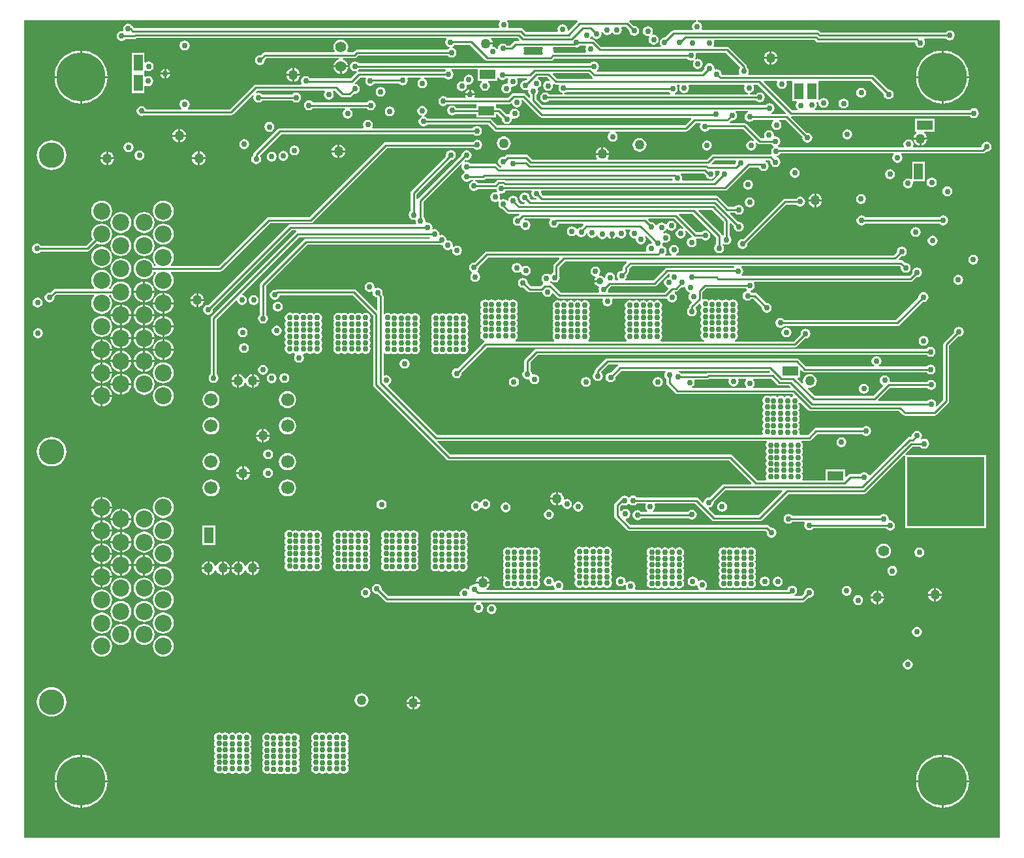
<source format=gbr>
%TF.GenerationSoftware,Altium Limited,Altium Designer,19.0.10 (269)*%
G04 Layer_Physical_Order=3*
G04 Layer_Color=16440176*
%FSLAX26Y26*%
%MOIN*%
%TF.FileFunction,Copper,L3,Inr,Signal*%
%TF.Part,Single*%
G01*
G75*
%TA.AperFunction,Conductor*%
%ADD35C,0.010000*%
%TA.AperFunction,SMDPad,CuDef*%
%ADD42R,0.045276X0.080709*%
%TA.AperFunction,ComponentPad*%
%ADD43C,0.066929*%
%TA.AperFunction,SMDPad,CuDef*%
%ADD44R,0.080709X0.045276*%
%TA.AperFunction,ViaPad*%
%ADD45C,0.250000*%
%TA.AperFunction,ComponentPad*%
%ADD46C,0.129921*%
%ADD47C,0.086614*%
%ADD48C,0.055118*%
%ADD49C,0.011811*%
%TA.AperFunction,SMDPad,CuDef*%
%ADD50R,0.393701X0.354331*%
%TA.AperFunction,ViaPad*%
%ADD51C,0.030000*%
%ADD52C,0.050000*%
%ADD53C,0.035000*%
%ADD54C,0.055000*%
G36*
X4993785Y11215D02*
X11215D01*
Y4188785D01*
X2438124D01*
X2440148Y4182785D01*
X2435450Y4175755D01*
X2433510Y4166000D01*
X2435450Y4156245D01*
X2435892Y4155586D01*
X2433063Y4150294D01*
X570335D01*
X565217Y4155412D01*
X565049Y4156255D01*
X559524Y4164524D01*
X551255Y4170050D01*
X541500Y4171990D01*
X531745Y4170050D01*
X523476Y4164524D01*
X517951Y4156255D01*
X516010Y4146500D01*
X517596Y4138528D01*
X514517Y4134358D01*
X513024Y4133319D01*
X507139Y4134490D01*
X497385Y4132550D01*
X489115Y4127024D01*
X483590Y4118755D01*
X481650Y4109000D01*
X483590Y4099245D01*
X489115Y4090976D01*
X497385Y4085450D01*
X507139Y4083510D01*
X516894Y4085450D01*
X525163Y4090976D01*
X526988Y4093706D01*
X572426D01*
X578279Y4094870D01*
X583241Y4098186D01*
X584761Y4099706D01*
X2164509D01*
X2167427Y4093706D01*
X2163450Y4087755D01*
X2161510Y4078000D01*
X2163450Y4068245D01*
X2168976Y4059976D01*
X2177245Y4054450D01*
X2181715Y4053561D01*
X2182164Y4048475D01*
X2182002Y4047387D01*
X2173976Y4042024D01*
X2172152Y4039294D01*
X1710000D01*
X1704147Y4038130D01*
X1699186Y4034814D01*
X1690555Y4026184D01*
X1661984D01*
X1659025Y4032184D01*
X1660808Y4034507D01*
X1664592Y4043644D01*
X1665883Y4053449D01*
X1664592Y4063254D01*
X1660808Y4072390D01*
X1654787Y4080236D01*
X1646942Y4086256D01*
X1637805Y4090041D01*
X1628000Y4091332D01*
X1618195Y4090041D01*
X1609058Y4086256D01*
X1601213Y4080236D01*
X1595192Y4072390D01*
X1591408Y4063254D01*
X1590117Y4053449D01*
X1591408Y4043644D01*
X1595192Y4034507D01*
X1596975Y4032184D01*
X1594016Y4026184D01*
X1238890D01*
X1233037Y4025019D01*
X1228075Y4021704D01*
X1217220Y4010849D01*
X1214000Y4011490D01*
X1204245Y4009550D01*
X1195976Y4004024D01*
X1190450Y3995755D01*
X1188510Y3986000D01*
X1190450Y3976245D01*
X1195976Y3967976D01*
X1204245Y3962450D01*
X1214000Y3960510D01*
X1223755Y3962450D01*
X1232024Y3967976D01*
X1237550Y3976245D01*
X1239490Y3986000D01*
X1238849Y3989220D01*
X1245225Y3995596D01*
X1616729D01*
X1618195Y3990041D01*
X1609058Y3986256D01*
X1601213Y3980236D01*
X1595192Y3972390D01*
X1591408Y3963254D01*
X1590775Y3958449D01*
X1628000D01*
X1665225D01*
X1664592Y3963254D01*
X1660808Y3972390D01*
X1654787Y3980236D01*
X1646942Y3986256D01*
X1637805Y3990041D01*
X1639271Y3995596D01*
X1696890D01*
X1702742Y3996760D01*
X1707704Y4000075D01*
X1716335Y4008706D01*
X2172152D01*
X2173976Y4005976D01*
X2182245Y4000450D01*
X2192000Y3998510D01*
X2201755Y4000450D01*
X2210024Y4005976D01*
X2215550Y4014245D01*
X2217490Y4024000D01*
X2215550Y4033755D01*
X2210024Y4042024D01*
X2201755Y4047550D01*
X2197285Y4048439D01*
X2196836Y4053525D01*
X2196998Y4054613D01*
X2205024Y4059976D01*
X2208184Y4064706D01*
X2287665D01*
X2364871Y3987501D01*
X2369832Y3984185D01*
X2375685Y3983021D01*
X2699367D01*
X2705220Y3984185D01*
X2710181Y3987501D01*
X2716387Y3993706D01*
X3396152D01*
X3397976Y3990976D01*
X3406245Y3985450D01*
X3416000Y3983510D01*
X3425755Y3985450D01*
X3426279Y3985801D01*
X3430605Y3981475D01*
X3427450Y3976755D01*
X3425510Y3967000D01*
X3427450Y3957245D01*
X3432976Y3948976D01*
X3441245Y3943450D01*
X3451000Y3941510D01*
X3460755Y3943450D01*
X3469024Y3948976D01*
X3474550Y3957245D01*
X3476490Y3967000D01*
X3474550Y3976755D01*
X3469024Y3985024D01*
X3460755Y3990550D01*
X3451000Y3992490D01*
X3441245Y3990550D01*
X3440721Y3990199D01*
X3436395Y3994525D01*
X3439550Y3999245D01*
X3441490Y4009000D01*
X3439758Y4017706D01*
X3442908Y4023706D01*
X3593114D01*
X3667139Y3949681D01*
X3666976Y3948024D01*
X3661450Y3939755D01*
X3659510Y3930000D01*
X3661450Y3920245D01*
X3663423Y3917294D01*
X3660216Y3911294D01*
X3574711D01*
X3572490Y3914000D01*
X3570550Y3923755D01*
X3565024Y3932024D01*
X3556755Y3937550D01*
X3547000Y3939490D01*
X3540244Y3938146D01*
X3535061Y3942726D01*
X3535045Y3942764D01*
X3535490Y3945000D01*
X3533550Y3954755D01*
X3528024Y3963024D01*
X3519755Y3968550D01*
X3510000Y3970490D01*
X3500245Y3968550D01*
X3491976Y3963024D01*
X3486450Y3954755D01*
X3484510Y3945000D01*
X3485151Y3941780D01*
X3468665Y3925294D01*
X2934741D01*
X2933832Y3926436D01*
X2935044Y3934394D01*
X2938024Y3936385D01*
X2943550Y3944655D01*
X2945490Y3954410D01*
X2943550Y3964164D01*
X2938024Y3972434D01*
X2929755Y3977959D01*
X2920000Y3979899D01*
X2910245Y3977959D01*
X2901976Y3972434D01*
X2900152Y3969703D01*
X1720258D01*
X1718434Y3972434D01*
X1710164Y3977959D01*
X1700409Y3979899D01*
X1690655Y3977959D01*
X1682386Y3972434D01*
X1676860Y3964164D01*
X1674920Y3954410D01*
X1676860Y3944655D01*
X1682386Y3936385D01*
X1690655Y3930860D01*
X1700409Y3928920D01*
X1706984Y3930227D01*
X1709325Y3924575D01*
X1708186Y3923814D01*
X1677665Y3893294D01*
X1469516D01*
X1467024Y3897024D01*
X1458755Y3902550D01*
X1449000Y3904490D01*
X1439245Y3902550D01*
X1430976Y3897024D01*
X1425450Y3888755D01*
X1423510Y3879000D01*
X1425450Y3869245D01*
X1427228Y3866586D01*
X1424399Y3861294D01*
X1194500D01*
X1188647Y3860130D01*
X1183686Y3856814D01*
X1061665Y3734794D01*
X846827D01*
X845007Y3740794D01*
X847524Y3742476D01*
X853049Y3750745D01*
X854990Y3760500D01*
X853049Y3770255D01*
X847524Y3778524D01*
X839255Y3784050D01*
X829500Y3785990D01*
X819745Y3784050D01*
X811476Y3778524D01*
X805951Y3770255D01*
X804010Y3760500D01*
X805951Y3750745D01*
X811476Y3742476D01*
X813993Y3740794D01*
X812173Y3734794D01*
X633741D01*
X633549Y3735755D01*
X628024Y3744024D01*
X619755Y3749550D01*
X610000Y3751490D01*
X600245Y3749550D01*
X591976Y3744024D01*
X586451Y3735755D01*
X584510Y3726000D01*
X586451Y3716245D01*
X591976Y3707976D01*
X600245Y3702450D01*
X610000Y3700510D01*
X619755Y3702450D01*
X622382Y3704206D01*
X1068000D01*
X1073853Y3705370D01*
X1078814Y3708686D01*
X1177955Y3807826D01*
X1182615Y3804001D01*
X1182450Y3803755D01*
X1180510Y3794000D01*
X1182450Y3784245D01*
X1187976Y3775976D01*
X1196245Y3770450D01*
X1206000Y3768510D01*
X1215755Y3770450D01*
X1224024Y3775976D01*
X1226516Y3779706D01*
X1379152D01*
X1380976Y3776976D01*
X1389245Y3771450D01*
X1399000Y3769510D01*
X1408755Y3771450D01*
X1417024Y3776976D01*
X1422550Y3785245D01*
X1424490Y3795000D01*
X1422550Y3804755D01*
X1417024Y3813024D01*
X1408755Y3818550D01*
X1399000Y3820490D01*
X1389245Y3818550D01*
X1380976Y3813024D01*
X1379152Y3810294D01*
X1225180D01*
X1224024Y3812024D01*
X1215755Y3817550D01*
X1206000Y3819490D01*
X1196245Y3817550D01*
X1195999Y3817385D01*
X1192174Y3822045D01*
X1200835Y3830706D01*
X1542552D01*
X1545759Y3824706D01*
X1542450Y3819755D01*
X1540510Y3810000D01*
X1542450Y3800245D01*
X1547976Y3791976D01*
X1556245Y3786450D01*
X1566000Y3784510D01*
X1575755Y3786450D01*
X1584024Y3791976D01*
X1589550Y3800245D01*
X1591490Y3810000D01*
X1589550Y3819755D01*
X1586241Y3824706D01*
X1589448Y3830706D01*
X1597665D01*
X1627186Y3801186D01*
X1632147Y3797870D01*
X1638000Y3796706D01*
X1671000D01*
X1676853Y3797870D01*
X1681814Y3801186D01*
X1695780Y3815151D01*
X1699000Y3814510D01*
X1708755Y3816450D01*
X1717024Y3821976D01*
X1722550Y3830245D01*
X1724490Y3840000D01*
X1722550Y3849755D01*
X1717024Y3858024D01*
X1708755Y3863550D01*
X1701172Y3865058D01*
X1698821Y3870822D01*
X1698809Y3871180D01*
X1725335Y3897706D01*
X1753399D01*
X1756228Y3892414D01*
X1754450Y3889755D01*
X1752510Y3880000D01*
X1754450Y3870245D01*
X1759976Y3861976D01*
X1768245Y3856450D01*
X1778000Y3854510D01*
X1787755Y3856450D01*
X1796024Y3861976D01*
X1799853Y3867706D01*
X1924152D01*
X1925976Y3864976D01*
X1934245Y3859450D01*
X1944000Y3857510D01*
X1953755Y3859450D01*
X1962024Y3864976D01*
X1967550Y3873245D01*
X1969490Y3883000D01*
X1967758Y3891706D01*
X1970908Y3897706D01*
X2034442D01*
X2035033Y3891706D01*
X2034245Y3891550D01*
X2025976Y3886024D01*
X2020450Y3877755D01*
X2018510Y3868000D01*
X2020450Y3858245D01*
X2025976Y3849976D01*
X2034245Y3844450D01*
X2044000Y3842510D01*
X2053755Y3844450D01*
X2062024Y3849976D01*
X2067550Y3858245D01*
X2069490Y3868000D01*
X2067550Y3877755D01*
X2062024Y3886024D01*
X2053755Y3891550D01*
X2052967Y3891706D01*
X2053558Y3897706D01*
X2157152D01*
X2158976Y3894976D01*
X2167245Y3889450D01*
X2177000Y3887510D01*
X2186755Y3889450D01*
X2195024Y3894976D01*
X2200550Y3903245D01*
X2202490Y3913000D01*
X2200550Y3922755D01*
X2195024Y3931024D01*
X2191894Y3933116D01*
X2193714Y3939116D01*
X2325646D01*
Y3880362D01*
X2345159D01*
X2346979Y3874362D01*
X2344976Y3873024D01*
X2339450Y3864755D01*
X2337510Y3855000D01*
X2339450Y3845245D01*
X2344976Y3836976D01*
X2353245Y3831450D01*
X2363000Y3829510D01*
X2372755Y3831450D01*
X2381024Y3836976D01*
X2386550Y3845245D01*
X2388490Y3855000D01*
X2386550Y3864755D01*
X2381024Y3873024D01*
X2379021Y3874362D01*
X2380841Y3880362D01*
X2426354D01*
Y3895576D01*
X2432354Y3897396D01*
X2435976Y3891976D01*
X2444245Y3886450D01*
X2454000Y3884510D01*
X2463755Y3886450D01*
X2472024Y3891976D01*
X2473848Y3894706D01*
X2480216D01*
X2483423Y3888706D01*
X2481450Y3885755D01*
X2479510Y3876000D01*
X2480522Y3870912D01*
X2475420Y3865810D01*
X2472000Y3866490D01*
X2462245Y3864550D01*
X2453976Y3859024D01*
X2448450Y3850755D01*
X2446510Y3841000D01*
X2448450Y3831245D01*
X2453976Y3822976D01*
X2462245Y3817450D01*
X2472000Y3815510D01*
X2481755Y3817450D01*
X2490024Y3822976D01*
X2495550Y3831245D01*
X2497490Y3841000D01*
X2496478Y3846088D01*
X2501580Y3851190D01*
X2505000Y3850510D01*
X2514755Y3852450D01*
X2523024Y3857976D01*
X2528550Y3866245D01*
X2530490Y3876000D01*
X2528550Y3885755D01*
X2526577Y3888706D01*
X2529784Y3894706D01*
X2576934D01*
X2579230Y3889163D01*
X2572916Y3882849D01*
X2569696Y3883490D01*
X2559941Y3881550D01*
X2551672Y3876024D01*
X2546146Y3867755D01*
X2544206Y3858000D01*
X2546146Y3848245D01*
X2551672Y3839976D01*
X2559941Y3834450D01*
X2569696Y3832510D01*
X2579450Y3834450D01*
X2579940Y3834778D01*
X2585340Y3831169D01*
X2584510Y3827000D01*
X2586450Y3817245D01*
X2591976Y3808976D01*
X2594706Y3807152D01*
Y3795213D01*
X2589163Y3792916D01*
X2570265Y3811814D01*
X2565303Y3815130D01*
X2559450Y3816294D01*
X2510000D01*
X2504147Y3815130D01*
X2499186Y3811814D01*
X2479665Y3792294D01*
X2312784D01*
X2309577Y3798294D01*
X2311550Y3801245D01*
X2312495Y3806000D01*
X2263505D01*
X2264450Y3801245D01*
X2266423Y3798294D01*
X2263216Y3792294D01*
X2170848D01*
X2169024Y3795024D01*
X2160755Y3800550D01*
X2151000Y3802490D01*
X2141245Y3800550D01*
X2132976Y3795024D01*
X2127450Y3786755D01*
X2125510Y3777000D01*
X2127450Y3767245D01*
X2132976Y3758976D01*
X2141245Y3753450D01*
X2151000Y3751510D01*
X2160755Y3753450D01*
X2169024Y3758976D01*
X2170848Y3761706D01*
X2315917D01*
X2320646Y3758638D01*
X2320646Y3755706D01*
Y3741294D01*
X2217253D01*
X2213424Y3747024D01*
X2205155Y3752550D01*
X2195400Y3754490D01*
X2185646Y3752550D01*
X2177376Y3747024D01*
X2171851Y3738755D01*
X2169910Y3729000D01*
X2171851Y3719245D01*
X2177376Y3710976D01*
X2185646Y3705450D01*
X2195400Y3703510D01*
X2205155Y3705450D01*
X2213020Y3710706D01*
X2320646D01*
Y3693362D01*
X2421354D01*
Y3710706D01*
X2427665D01*
X2450151Y3688220D01*
X2449510Y3685000D01*
X2451450Y3675245D01*
X2456976Y3666976D01*
X2465245Y3661450D01*
X2475000Y3659510D01*
X2484755Y3661450D01*
X2493024Y3666976D01*
X2498550Y3675245D01*
X2500387Y3684481D01*
X2502555Y3686252D01*
X2505949Y3688311D01*
X2515000Y3686510D01*
X2524755Y3688450D01*
X2533024Y3693976D01*
X2538550Y3702245D01*
X2540490Y3712000D01*
X2538550Y3721755D01*
X2533024Y3730024D01*
X2524755Y3735550D01*
X2515000Y3737490D01*
X2505245Y3735550D01*
X2496976Y3730024D01*
X2491450Y3721755D01*
X2489613Y3712519D01*
X2487445Y3710748D01*
X2484051Y3708689D01*
X2475000Y3710490D01*
X2471780Y3709849D01*
X2444814Y3736814D01*
X2439853Y3740130D01*
X2434000Y3741294D01*
X2425597D01*
X2421354Y3745537D01*
X2421354Y3758638D01*
X2426083Y3761706D01*
X2486000D01*
X2491853Y3762870D01*
X2496229Y3765794D01*
X2498642Y3765410D01*
X2502772Y3763658D01*
X2503450Y3760245D01*
X2508976Y3751976D01*
X2517245Y3746450D01*
X2527000Y3744510D01*
X2536755Y3746450D01*
X2545024Y3751976D01*
X2550550Y3760245D01*
X2552490Y3770000D01*
X2550550Y3779755D01*
X2550484Y3779852D01*
X2555145Y3783677D01*
X2643636Y3695186D01*
X2648598Y3691870D01*
X2654450Y3690706D01*
X3415092D01*
X3417577Y3684706D01*
X3385165Y3652294D01*
X2426335D01*
X2395814Y3682814D01*
X2390853Y3686130D01*
X2385000Y3687294D01*
X2069848D01*
X2068024Y3690024D01*
X2059755Y3695550D01*
X2051772Y3697137D01*
Y3703255D01*
X2052755Y3703450D01*
X2061024Y3708976D01*
X2066550Y3717245D01*
X2068490Y3727000D01*
X2066550Y3736755D01*
X2061024Y3745024D01*
X2052755Y3750550D01*
X2043000Y3752490D01*
X2033245Y3750550D01*
X2024976Y3745024D01*
X2019450Y3736755D01*
X2017510Y3727000D01*
X2019450Y3717245D01*
X2024976Y3708976D01*
X2033245Y3703450D01*
X2041228Y3701863D01*
Y3695745D01*
X2040245Y3695550D01*
X2031976Y3690024D01*
X2026450Y3681755D01*
X2024510Y3672000D01*
X2026450Y3662245D01*
X2031976Y3653976D01*
X2040245Y3648450D01*
X2050000Y3646510D01*
X2059755Y3648450D01*
X2068024Y3653976D01*
X2069848Y3656706D01*
X2378665D01*
X2409186Y3626186D01*
X2414147Y3622870D01*
X2420000Y3621706D01*
X3001666D01*
X3003487Y3615706D01*
X2997976Y3612024D01*
X2992450Y3603755D01*
X2990510Y3594000D01*
X2992450Y3584245D01*
X2997976Y3575976D01*
X3006245Y3570450D01*
X3016000Y3568510D01*
X3025755Y3570450D01*
X3034024Y3575976D01*
X3039550Y3584245D01*
X3041490Y3594000D01*
X3039550Y3603755D01*
X3034024Y3612024D01*
X3028513Y3615706D01*
X3030334Y3621706D01*
X3391500D01*
X3397353Y3622870D01*
X3402314Y3626186D01*
X3439835Y3663706D01*
X3462399D01*
X3465228Y3658414D01*
X3463450Y3655755D01*
X3461510Y3646000D01*
X3463450Y3636245D01*
X3468976Y3627976D01*
X3477245Y3622450D01*
X3487000Y3620510D01*
X3496755Y3622450D01*
X3505024Y3627976D01*
X3509378Y3634493D01*
X3680878D01*
X3738333Y3577038D01*
X3734508Y3572378D01*
X3732755Y3573550D01*
X3723000Y3575490D01*
X3713245Y3573550D01*
X3704976Y3568024D01*
X3699450Y3559755D01*
X3697510Y3550000D01*
X3699450Y3540245D01*
X3704976Y3531976D01*
X3713245Y3526450D01*
X3723000Y3524510D01*
X3732755Y3526450D01*
X3741024Y3531976D01*
X3746550Y3540245D01*
X3748490Y3550000D01*
X3746550Y3559755D01*
X3745378Y3561508D01*
X3750038Y3565333D01*
X3755186Y3560186D01*
X3760147Y3556870D01*
X3766000Y3555706D01*
X3828152D01*
X3829976Y3552976D01*
X3837265Y3548106D01*
X3838103Y3543915D01*
X3838001Y3541382D01*
X3832976Y3538024D01*
X3827450Y3529755D01*
X3825510Y3520000D01*
X3827450Y3510245D01*
X3828005Y3509416D01*
X3824397Y3504016D01*
X3823000Y3504294D01*
X3530568D01*
X3524716Y3503130D01*
X3519754Y3499814D01*
X3497233Y3477294D01*
X2992564D01*
X2989694Y3483294D01*
X2993572Y3488349D01*
X2997099Y3496863D01*
X2997644Y3501000D01*
X2928356D01*
X2928901Y3496863D01*
X2932428Y3488349D01*
X2936306Y3483294D01*
X2933436Y3477294D01*
X2604619D01*
X2583099Y3498814D01*
X2578137Y3502130D01*
X2572284Y3503294D01*
X2481000D01*
X2475147Y3502130D01*
X2470186Y3498814D01*
X2462557Y3491186D01*
X2456000Y3492490D01*
X2446245Y3490550D01*
X2437976Y3485024D01*
X2432450Y3476755D01*
X2430510Y3467000D01*
X2432450Y3457245D01*
X2437976Y3448976D01*
X2446245Y3443450D01*
X2447033Y3443294D01*
X2446442Y3437294D01*
X2438335D01*
X2423814Y3451814D01*
X2418853Y3455130D01*
X2413000Y3456294D01*
X2289848D01*
X2288024Y3459024D01*
X2279755Y3464550D01*
X2270000Y3466490D01*
X2262016Y3464902D01*
X2259039Y3470410D01*
X2264277Y3475648D01*
X2270000Y3474510D01*
X2279755Y3476450D01*
X2288024Y3481976D01*
X2293550Y3490245D01*
X2295490Y3500000D01*
X2293550Y3509755D01*
X2288024Y3518024D01*
X2279755Y3523550D01*
X2270000Y3525490D01*
X2260245Y3523550D01*
X2251976Y3518024D01*
X2246450Y3509755D01*
X2244510Y3500000D01*
X2244653Y3499282D01*
X2023186Y3277814D01*
X2015379Y3276930D01*
X2014294Y3277766D01*
Y3300665D01*
X2189173Y3475545D01*
X2198755Y3477450D01*
X2207024Y3482976D01*
X2212550Y3491245D01*
X2214490Y3501000D01*
X2212550Y3510755D01*
X2207024Y3519024D01*
X2198755Y3524550D01*
X2189000Y3526490D01*
X2179245Y3524550D01*
X2170976Y3519024D01*
X2165450Y3510755D01*
X2163510Y3501000D01*
X2164814Y3494443D01*
X1988186Y3317814D01*
X1984870Y3312853D01*
X1983706Y3307000D01*
Y3214848D01*
X1980976Y3213024D01*
X1975450Y3204755D01*
X1973510Y3195000D01*
X1975450Y3185245D01*
X1980976Y3176976D01*
X1989245Y3171450D01*
X1999000Y3169510D01*
X2003466Y3170399D01*
X2008569Y3165296D01*
X2008510Y3165000D01*
X2010450Y3155245D01*
X2012423Y3152294D01*
X2009216Y3146294D01*
X1370000D01*
X1364147Y3145130D01*
X1359186Y3141814D01*
X952220Y2734849D01*
X949000Y2735490D01*
X939245Y2733550D01*
X930976Y2728024D01*
X925451Y2719755D01*
X923510Y2710000D01*
X925451Y2700245D01*
X930976Y2691976D01*
X939245Y2686450D01*
X949000Y2684510D01*
X958755Y2686450D01*
X967024Y2691976D01*
X972549Y2700245D01*
X974490Y2710000D01*
X973849Y2713220D01*
X1376335Y3115706D01*
X1398197D01*
X1400017Y3109706D01*
X1397186Y3107814D01*
X967186Y2677814D01*
X963870Y2672853D01*
X962706Y2667000D01*
Y2380848D01*
X959976Y2379024D01*
X954451Y2370755D01*
X952510Y2361000D01*
X954451Y2351245D01*
X959976Y2342976D01*
X968245Y2337450D01*
X978000Y2335510D01*
X987755Y2337450D01*
X996024Y2342976D01*
X1001549Y2351245D01*
X1003490Y2361000D01*
X1001549Y2370755D01*
X996024Y2379024D01*
X993294Y2380848D01*
Y2660665D01*
X1090764Y2758135D01*
X1097274Y2756160D01*
X1098450Y2750245D01*
X1103976Y2741976D01*
X1112245Y2736450D01*
X1122000Y2734510D01*
X1131755Y2736450D01*
X1140024Y2741976D01*
X1145550Y2750245D01*
X1147490Y2760000D01*
X1145550Y2769755D01*
X1140024Y2778024D01*
X1131755Y2783550D01*
X1125840Y2784726D01*
X1123865Y2791236D01*
X1414335Y3081706D01*
X2082480D01*
X2084787Y3079436D01*
X2084735Y3078627D01*
X2081095Y3073436D01*
X1450142D01*
X1444289Y3072272D01*
X1439328Y3068956D01*
X1219186Y2848814D01*
X1215870Y2843853D01*
X1214706Y2838000D01*
Y2684848D01*
X1211976Y2683024D01*
X1206450Y2674755D01*
X1204510Y2665000D01*
X1206450Y2655245D01*
X1211976Y2646976D01*
X1220245Y2641450D01*
X1230000Y2639510D01*
X1239755Y2641450D01*
X1248024Y2646976D01*
X1253550Y2655245D01*
X1255490Y2665000D01*
X1253550Y2674755D01*
X1248024Y2683024D01*
X1245294Y2684848D01*
Y2831665D01*
X1456477Y3042848D01*
X2133142D01*
X2134208Y3043060D01*
X2142000Y3041510D01*
X2143627Y3041834D01*
X2149150Y3036815D01*
X2150655Y3029245D01*
X2156181Y3020976D01*
X2164450Y3015450D01*
X2174205Y3013510D01*
X2183959Y3015450D01*
X2191017Y3020166D01*
X2195551Y3018061D01*
X2196543Y3017192D01*
X2195510Y3012000D01*
X2197450Y3002245D01*
X2202976Y2993976D01*
X2211245Y2988450D01*
X2221000Y2986510D01*
X2230755Y2988450D01*
X2239024Y2993976D01*
X2244550Y3002245D01*
X2246490Y3012000D01*
X2244550Y3021755D01*
X2239024Y3030024D01*
X2230755Y3035550D01*
X2221000Y3037490D01*
X2211245Y3035550D01*
X2204188Y3030834D01*
X2199653Y3032939D01*
X2198662Y3033808D01*
X2199695Y3039000D01*
X2197754Y3048755D01*
X2192229Y3057024D01*
X2183959Y3062550D01*
X2174205Y3064490D01*
X2172578Y3064166D01*
X2167055Y3069185D01*
X2165550Y3076755D01*
X2160024Y3085024D01*
X2151755Y3090550D01*
X2142000Y3092490D01*
X2136492Y3091394D01*
X2131390Y3096497D01*
X2131490Y3097000D01*
X2129550Y3106755D01*
X2124024Y3115024D01*
X2115755Y3120550D01*
X2106000Y3122490D01*
X2099664Y3121229D01*
X2094506Y3126054D01*
X2095490Y3131000D01*
X2093550Y3140755D01*
X2088024Y3149024D01*
X2079755Y3154550D01*
X2070000Y3156490D01*
X2063664Y3155229D01*
X2058506Y3160054D01*
X2059490Y3165000D01*
X2057550Y3174755D01*
X2052024Y3183024D01*
X2049294Y3184848D01*
Y3260665D01*
X2240590Y3451961D01*
X2246098Y3448984D01*
X2244510Y3441000D01*
X2246450Y3431245D01*
X2251976Y3422976D01*
X2258924Y3418334D01*
X2259380Y3416340D01*
Y3413660D01*
X2258924Y3411666D01*
X2251976Y3407024D01*
X2246450Y3398755D01*
X2244510Y3389000D01*
X2246450Y3379245D01*
X2251976Y3370976D01*
X2260245Y3365450D01*
X2270000Y3363510D01*
X2279755Y3365450D01*
X2288024Y3370976D01*
X2289848Y3373706D01*
X2303469D01*
X2304060Y3367706D01*
X2298245Y3366550D01*
X2289976Y3361024D01*
X2284450Y3352755D01*
X2282510Y3343000D01*
X2284450Y3333245D01*
X2289976Y3324976D01*
X2298245Y3319450D01*
X2308000Y3317510D01*
X2317755Y3319450D01*
X2326024Y3324976D01*
X2327848Y3327706D01*
X2418574D01*
X2421646Y3328317D01*
X2423450Y3319245D01*
X2425855Y3315647D01*
X2422247Y3310247D01*
X2416000Y3311490D01*
X2406245Y3309550D01*
X2397976Y3304024D01*
X2392450Y3295755D01*
X2390510Y3286000D01*
X2392450Y3276245D01*
X2397976Y3267976D01*
X2406245Y3262450D01*
X2416000Y3260510D01*
X2425755Y3262450D01*
X2429953Y3265256D01*
X2434279Y3260930D01*
X2434162Y3260755D01*
X2432221Y3251000D01*
X2434162Y3241245D01*
X2439687Y3232976D01*
X2447957Y3227450D01*
X2450529Y3226939D01*
X2450724Y3226648D01*
X2472186Y3205186D01*
X2477147Y3201870D01*
X2483000Y3200706D01*
X2538238D01*
X2540534Y3195163D01*
X2534220Y3188849D01*
X2531000Y3189490D01*
X2521245Y3187550D01*
X2512976Y3182024D01*
X2507450Y3173755D01*
X2505510Y3164000D01*
X2507450Y3154245D01*
X2512976Y3145976D01*
X2521245Y3140450D01*
X2531000Y3138510D01*
X2540754Y3140450D01*
X2546667Y3137185D01*
X2547450Y3133245D01*
X2552976Y3124976D01*
X2561245Y3119450D01*
X2571000Y3117510D01*
X2580755Y3119450D01*
X2589024Y3124976D01*
X2594550Y3133245D01*
X2596490Y3143000D01*
X2594550Y3152755D01*
X2589024Y3161024D01*
X2580755Y3166550D01*
X2571000Y3168490D01*
X2568053Y3167904D01*
X2564607Y3173336D01*
X2566359Y3175706D01*
X2692552D01*
X2695759Y3169706D01*
X2692450Y3164755D01*
X2690510Y3155000D01*
X2692450Y3145245D01*
X2697976Y3136976D01*
X2706245Y3131450D01*
X2716000Y3129510D01*
X2725755Y3131450D01*
X2734024Y3136976D01*
X2739550Y3145245D01*
X2740636Y3150706D01*
X2864592D01*
X2867077Y3144706D01*
X2853578Y3131207D01*
X2845245Y3129550D01*
X2836976Y3124024D01*
X2836649Y3123534D01*
X2829562Y3123729D01*
X2826024Y3129024D01*
X2817755Y3134550D01*
X2808000Y3136490D01*
X2798245Y3134550D01*
X2789976Y3129024D01*
X2784450Y3120755D01*
X2782510Y3111000D01*
X2784450Y3101245D01*
X2789976Y3092976D01*
X2798245Y3087450D01*
X2808000Y3085510D01*
X2817755Y3087450D01*
X2826024Y3092976D01*
X2826351Y3093466D01*
X2833438Y3093271D01*
X2836976Y3087976D01*
X2845245Y3082450D01*
X2855000Y3080510D01*
X2864755Y3082450D01*
X2873024Y3087976D01*
X2878550Y3096245D01*
X2879143Y3099228D01*
X2885260D01*
X2886450Y3093245D01*
X2891976Y3084976D01*
X2900245Y3079450D01*
X2910000Y3077510D01*
X2919755Y3079450D01*
X2928024Y3084976D01*
X2931692Y3090466D01*
X2938062Y3089199D01*
X2938450Y3087245D01*
X2943976Y3078976D01*
X2952245Y3073450D01*
X2962000Y3071510D01*
X2971755Y3073450D01*
X2980024Y3078976D01*
X2983314Y3083900D01*
X2990356Y3083639D01*
X2993976Y3078222D01*
X3002245Y3072696D01*
X3007000Y3071750D01*
Y3096245D01*
X3017000D01*
Y3071750D01*
X3021755Y3072696D01*
X3030024Y3078222D01*
X3033312Y3083143D01*
X3040528D01*
X3041976Y3080976D01*
X3050245Y3075450D01*
X3060000Y3073510D01*
X3069755Y3075450D01*
X3078024Y3080976D01*
X3083550Y3089245D01*
X3085490Y3099000D01*
X3083550Y3108755D01*
X3078905Y3115706D01*
X3080994Y3121706D01*
X3103509D01*
X3106427Y3115706D01*
X3102450Y3109755D01*
X3100510Y3100000D01*
X3102450Y3090245D01*
X3107976Y3081976D01*
X3116245Y3076450D01*
X3126000Y3074510D01*
X3129632Y3075233D01*
X3134735Y3070130D01*
X3134510Y3069000D01*
X3136450Y3059245D01*
X3141976Y3050976D01*
X3150245Y3045450D01*
X3160000Y3043510D01*
X3169755Y3045450D01*
X3178024Y3050976D01*
X3183550Y3059245D01*
X3185490Y3069000D01*
X3183550Y3078755D01*
X3180364Y3083522D01*
X3185025Y3087347D01*
X3215995Y3056376D01*
X3215839Y3052646D01*
X3212000Y3047490D01*
X3202245Y3045550D01*
X3193976Y3040024D01*
X3188450Y3031755D01*
X3186510Y3022000D01*
X3188242Y3013294D01*
X3185092Y3007294D01*
X2374000D01*
X2368147Y3006130D01*
X2363186Y3002814D01*
X2311220Y2950849D01*
X2308000Y2951490D01*
X2298245Y2949550D01*
X2289976Y2944024D01*
X2284450Y2935755D01*
X2282510Y2926000D01*
X2284450Y2916245D01*
X2289976Y2907976D01*
X2296520Y2903604D01*
X2297390Y2896969D01*
X2295976Y2896024D01*
X2290450Y2887755D01*
X2288510Y2878000D01*
X2290450Y2868245D01*
X2295976Y2859976D01*
X2304245Y2854450D01*
X2314000Y2852510D01*
X2323755Y2854450D01*
X2332024Y2859976D01*
X2337550Y2868245D01*
X2339490Y2878000D01*
X2337550Y2887755D01*
X2332024Y2896024D01*
X2325480Y2900396D01*
X2324610Y2907031D01*
X2326024Y2907976D01*
X2331550Y2916245D01*
X2333490Y2926000D01*
X2332849Y2929220D01*
X2380335Y2976706D01*
X2742314D01*
X2744611Y2971163D01*
X2716137Y2942689D01*
X2712822Y2937728D01*
X2711658Y2931875D01*
Y2898830D01*
X2710245Y2898550D01*
X2701976Y2893024D01*
X2700329Y2890559D01*
X2692750Y2889211D01*
X2687755Y2892550D01*
X2678000Y2894490D01*
X2668245Y2892550D01*
X2659976Y2887024D01*
X2654450Y2878755D01*
X2652510Y2869000D01*
X2654450Y2859245D01*
X2659976Y2850976D01*
X2660850Y2850392D01*
X2660688Y2843284D01*
X2658759Y2841995D01*
X2646058Y2829294D01*
X2598335D01*
X2582849Y2844780D01*
X2583490Y2848000D01*
X2581550Y2857755D01*
X2576024Y2866024D01*
X2567755Y2871550D01*
X2558000Y2873490D01*
X2548245Y2871550D01*
X2539976Y2866024D01*
X2534450Y2857755D01*
X2532510Y2848000D01*
X2534450Y2838245D01*
X2539976Y2829976D01*
X2548245Y2824450D01*
X2558000Y2822510D01*
X2561220Y2823151D01*
X2581186Y2803186D01*
X2586147Y2799870D01*
X2592000Y2798706D01*
X2652392D01*
X2656827Y2799588D01*
X2658450Y2791427D01*
X2663976Y2783157D01*
X2672245Y2777632D01*
X2682000Y2775691D01*
X2691755Y2777632D01*
X2700024Y2783157D01*
X2704956Y2790538D01*
X2711425Y2792553D01*
X2731793Y2772186D01*
X2736755Y2768870D01*
X2742608Y2767706D01*
X2962092D01*
X2965242Y2761706D01*
X2963510Y2753000D01*
X2965450Y2743245D01*
X2970976Y2734976D01*
X2979245Y2729450D01*
X2989000Y2727510D01*
X2998755Y2729450D01*
X3007024Y2734976D01*
X3012550Y2743245D01*
X3014490Y2753000D01*
X3012758Y2761706D01*
X3015908Y2767706D01*
X3286574D01*
X3288374Y2768064D01*
X3295279Y2764109D01*
X3295450Y2763245D01*
X3300976Y2754976D01*
X3309245Y2749450D01*
X3319000Y2747510D01*
X3328755Y2749450D01*
X3337024Y2754976D01*
X3342550Y2763245D01*
X3344490Y2773000D01*
X3342550Y2782755D01*
X3337024Y2791024D01*
X3333961Y2793070D01*
X3332355Y2801068D01*
X3333461Y2802706D01*
X3339000D01*
X3344853Y2803870D01*
X3349814Y2807186D01*
X3367780Y2825151D01*
X3371000Y2824510D01*
X3380755Y2826450D01*
X3382053Y2827318D01*
X3387510Y2824000D01*
X3389450Y2814245D01*
X3394976Y2805976D01*
X3403245Y2800450D01*
X3407696Y2799565D01*
X3408745Y2797427D01*
X3409646Y2793060D01*
X3404836Y2785861D01*
X3402896Y2776106D01*
X3404836Y2766352D01*
X3410362Y2758082D01*
X3417742Y2753151D01*
X3419758Y2746681D01*
X3410186Y2737108D01*
X3406870Y2732147D01*
X3405706Y2726294D01*
Y2720848D01*
X3402976Y2719024D01*
X3397450Y2710755D01*
X3395510Y2701000D01*
X3397450Y2691245D01*
X3402976Y2682976D01*
X3411245Y2677450D01*
X3421000Y2675510D01*
X3430755Y2677450D01*
X3439024Y2682976D01*
X3444550Y2691245D01*
X3446490Y2701000D01*
X3444550Y2710755D01*
X3439024Y2719024D01*
X3438695Y2722361D01*
X3458652Y2742317D01*
X3464182Y2739361D01*
X3464010Y2738500D01*
X3465950Y2728745D01*
X3470124Y2722500D01*
X3465950Y2716255D01*
X3464010Y2706500D01*
X3465950Y2696745D01*
X3470124Y2690500D01*
X3465950Y2684255D01*
X3464010Y2674500D01*
X3465950Y2664745D01*
X3470124Y2658500D01*
X3465950Y2652255D01*
X3464010Y2642500D01*
X3465950Y2632745D01*
X3470124Y2626500D01*
X3465950Y2620255D01*
X3464010Y2610500D01*
X3465950Y2600745D01*
X3470124Y2594500D01*
X3465950Y2588255D01*
X3464010Y2578500D01*
X3465950Y2568745D01*
X3471476Y2560476D01*
X3479745Y2554950D01*
X3483046Y2554294D01*
X3482455Y2548294D01*
X3261973D01*
X3260153Y2554294D01*
X3261174Y2554976D01*
X3266699Y2563245D01*
X3268639Y2573000D01*
X3266699Y2582755D01*
X3262526Y2589000D01*
X3266699Y2595245D01*
X3268639Y2605000D01*
X3266699Y2614755D01*
X3262526Y2621000D01*
X3266699Y2627245D01*
X3268639Y2637000D01*
X3266699Y2646755D01*
X3262526Y2653000D01*
X3266699Y2659245D01*
X3268639Y2669000D01*
X3266699Y2678755D01*
X3262526Y2685000D01*
X3266699Y2691245D01*
X3268639Y2701000D01*
X3266699Y2710755D01*
X3262526Y2717000D01*
X3266699Y2723245D01*
X3268639Y2733000D01*
X3266699Y2742755D01*
X3261174Y2751024D01*
X3252904Y2756550D01*
X3243150Y2758490D01*
X3233395Y2756550D01*
X3225150Y2751040D01*
X3216904Y2756550D01*
X3207150Y2758490D01*
X3197395Y2756550D01*
X3189400Y2751207D01*
X3181404Y2756550D01*
X3171650Y2758490D01*
X3161895Y2756550D01*
X3153650Y2751040D01*
X3145404Y2756550D01*
X3135650Y2758490D01*
X3125895Y2756550D01*
X3119774Y2752459D01*
X3112904Y2757050D01*
X3103150Y2758990D01*
X3093395Y2757050D01*
X3085126Y2751524D01*
X3079600Y2743255D01*
X3077660Y2733500D01*
X3079600Y2723745D01*
X3083773Y2717500D01*
X3079600Y2711255D01*
X3077660Y2701500D01*
X3079600Y2691745D01*
X3083773Y2685500D01*
X3079600Y2679255D01*
X3077660Y2669500D01*
X3079600Y2659745D01*
X3083773Y2653500D01*
X3079600Y2647255D01*
X3077660Y2637500D01*
X3079600Y2627745D01*
X3083773Y2621500D01*
X3079600Y2615255D01*
X3077660Y2605500D01*
X3079600Y2595745D01*
X3083773Y2589500D01*
X3079600Y2583255D01*
X3077660Y2573500D01*
X3079600Y2563745D01*
X3085126Y2555476D01*
X3086895Y2554294D01*
X3085075Y2548294D01*
X2892847D01*
X2891027Y2554294D01*
X2892048Y2554976D01*
X2897573Y2563245D01*
X2899514Y2573000D01*
X2897573Y2582755D01*
X2893400Y2589000D01*
X2897573Y2595245D01*
X2899514Y2605000D01*
X2897573Y2614755D01*
X2893400Y2621000D01*
X2897573Y2627245D01*
X2899514Y2637000D01*
X2897573Y2646755D01*
X2893400Y2653000D01*
X2897573Y2659245D01*
X2899514Y2669000D01*
X2897573Y2678755D01*
X2893400Y2685000D01*
X2897573Y2691245D01*
X2899514Y2701000D01*
X2897573Y2710755D01*
X2893400Y2717000D01*
X2897573Y2723245D01*
X2899514Y2733000D01*
X2897573Y2742755D01*
X2892048Y2751024D01*
X2883778Y2756550D01*
X2874024Y2758490D01*
X2864269Y2756550D01*
X2856024Y2751040D01*
X2847778Y2756550D01*
X2838024Y2758490D01*
X2828269Y2756550D01*
X2820274Y2751207D01*
X2812278Y2756550D01*
X2802524Y2758490D01*
X2792769Y2756550D01*
X2784524Y2751040D01*
X2776278Y2756550D01*
X2766524Y2758490D01*
X2756769Y2756550D01*
X2750648Y2752459D01*
X2743778Y2757050D01*
X2734024Y2758990D01*
X2724269Y2757050D01*
X2716000Y2751524D01*
X2710474Y2743255D01*
X2708534Y2733500D01*
X2710474Y2723745D01*
X2714648Y2717500D01*
X2710474Y2711255D01*
X2708534Y2701500D01*
X2710474Y2691745D01*
X2714648Y2685500D01*
X2710474Y2679255D01*
X2708534Y2669500D01*
X2710474Y2659745D01*
X2714648Y2653500D01*
X2710474Y2647255D01*
X2708534Y2637500D01*
X2710474Y2627745D01*
X2714648Y2621500D01*
X2710474Y2615255D01*
X2708534Y2605500D01*
X2710474Y2595745D01*
X2714648Y2589500D01*
X2710474Y2583255D01*
X2708534Y2573500D01*
X2710474Y2563745D01*
X2716000Y2555476D01*
X2717769Y2554294D01*
X2715949Y2548294D01*
X2519121D01*
X2518438Y2549272D01*
X2519954Y2557425D01*
X2523024Y2559476D01*
X2528550Y2567745D01*
X2530490Y2577500D01*
X2528550Y2587255D01*
X2524376Y2593500D01*
X2528550Y2599745D01*
X2530490Y2609500D01*
X2528550Y2619255D01*
X2524376Y2625500D01*
X2528550Y2631745D01*
X2530490Y2641500D01*
X2528550Y2651255D01*
X2524376Y2657500D01*
X2528550Y2663745D01*
X2530490Y2673500D01*
X2528550Y2683255D01*
X2524376Y2689500D01*
X2528550Y2695745D01*
X2530490Y2705500D01*
X2528550Y2715255D01*
X2524376Y2721500D01*
X2528550Y2727745D01*
X2530490Y2737500D01*
X2528550Y2747255D01*
X2523024Y2755524D01*
X2514755Y2761050D01*
X2505000Y2762990D01*
X2495245Y2761050D01*
X2487000Y2755540D01*
X2478755Y2761050D01*
X2469000Y2762990D01*
X2459245Y2761050D01*
X2451250Y2755707D01*
X2443255Y2761050D01*
X2433500Y2762990D01*
X2423745Y2761050D01*
X2415500Y2755540D01*
X2407255Y2761050D01*
X2397500Y2762990D01*
X2387745Y2761050D01*
X2381624Y2756959D01*
X2374755Y2761550D01*
X2365000Y2763490D01*
X2355245Y2761550D01*
X2346976Y2756024D01*
X2341450Y2747755D01*
X2339510Y2738000D01*
X2341450Y2728245D01*
X2345624Y2722000D01*
X2341450Y2715755D01*
X2339510Y2706000D01*
X2341450Y2696245D01*
X2345624Y2690000D01*
X2341450Y2683755D01*
X2339510Y2674000D01*
X2341450Y2664245D01*
X2345624Y2658000D01*
X2341450Y2651755D01*
X2339510Y2642000D01*
X2341450Y2632245D01*
X2345624Y2626000D01*
X2341450Y2619755D01*
X2339510Y2610000D01*
X2341450Y2600245D01*
X2345624Y2594000D01*
X2341450Y2587755D01*
X2339510Y2578000D01*
X2341450Y2568245D01*
X2346976Y2559976D01*
X2355245Y2554450D01*
X2361221Y2553262D01*
Y2547144D01*
X2361147Y2547130D01*
X2356186Y2543814D01*
X2222220Y2409849D01*
X2219000Y2410490D01*
X2209245Y2408550D01*
X2200976Y2403024D01*
X2195450Y2394755D01*
X2193510Y2385000D01*
X2195450Y2375245D01*
X2200976Y2366976D01*
X2209245Y2361450D01*
X2219000Y2359510D01*
X2228755Y2361450D01*
X2237024Y2366976D01*
X2242550Y2375245D01*
X2244490Y2385000D01*
X2243849Y2388220D01*
X2373335Y2517706D01*
X3946000D01*
X3951853Y2518870D01*
X3956814Y2522186D01*
X3997780Y2563151D01*
X4001000Y2562510D01*
X4010755Y2564450D01*
X4019024Y2569976D01*
X4024550Y2578245D01*
X4026490Y2588000D01*
X4024550Y2597755D01*
X4019024Y2606024D01*
X4010755Y2611550D01*
X4001000Y2613490D01*
X3991245Y2611550D01*
X3982976Y2606024D01*
X3977450Y2597755D01*
X3975510Y2588000D01*
X3976151Y2584780D01*
X3939665Y2548294D01*
X3639058D01*
X3638467Y2554294D01*
X3639255Y2554450D01*
X3647524Y2559976D01*
X3653050Y2568245D01*
X3654990Y2578000D01*
X3653050Y2587755D01*
X3648876Y2594000D01*
X3653050Y2600245D01*
X3654990Y2610000D01*
X3653050Y2619755D01*
X3648876Y2626000D01*
X3653050Y2632245D01*
X3654990Y2642000D01*
X3653050Y2651755D01*
X3648876Y2658000D01*
X3653050Y2664245D01*
X3654990Y2674000D01*
X3653050Y2683755D01*
X3648876Y2690000D01*
X3653050Y2696245D01*
X3654990Y2706000D01*
X3653050Y2715755D01*
X3648876Y2722000D01*
X3653050Y2728245D01*
X3654990Y2738000D01*
X3653050Y2747755D01*
X3647524Y2756024D01*
X3639255Y2761550D01*
X3629500Y2763490D01*
X3619745Y2761550D01*
X3611500Y2756040D01*
X3603255Y2761550D01*
X3593500Y2763490D01*
X3583745Y2761550D01*
X3575750Y2756207D01*
X3567755Y2761550D01*
X3558000Y2763490D01*
X3548245Y2761550D01*
X3540000Y2756040D01*
X3531755Y2761550D01*
X3522000Y2763490D01*
X3512245Y2761550D01*
X3506124Y2757459D01*
X3499255Y2762050D01*
X3489500Y2763990D01*
X3479745Y2762050D01*
X3479431Y2761840D01*
X3477137Y2762574D01*
X3473680Y2765213D01*
Y2799051D01*
X3493335Y2818706D01*
X3695484D01*
X3697976Y2814976D01*
X3702319Y2812074D01*
X3701052Y2805704D01*
X3695245Y2804550D01*
X3686976Y2799024D01*
X3681450Y2790755D01*
X3679510Y2781000D01*
X3681450Y2771245D01*
X3686976Y2762976D01*
X3695245Y2757450D01*
X3705000Y2755510D01*
X3714755Y2757450D01*
X3723024Y2762976D01*
X3724848Y2765706D01*
X3734665D01*
X3777151Y2723220D01*
X3776510Y2720000D01*
X3778450Y2710245D01*
X3783976Y2701976D01*
X3792245Y2696450D01*
X3802000Y2694510D01*
X3811755Y2696450D01*
X3820024Y2701976D01*
X3825550Y2710245D01*
X3827490Y2720000D01*
X3825550Y2729755D01*
X3820024Y2738024D01*
X3811755Y2743550D01*
X3802000Y2745490D01*
X3798780Y2744849D01*
X3751814Y2791814D01*
X3746853Y2795130D01*
X3741000Y2796294D01*
X3724848D01*
X3723024Y2799024D01*
X3718681Y2801926D01*
X3719948Y2808296D01*
X3725755Y2809450D01*
X3734024Y2814976D01*
X3739550Y2823245D01*
X3741490Y2833000D01*
X3739550Y2842755D01*
X3736899Y2846721D01*
X3740106Y2852721D01*
X4538015D01*
X4543867Y2853885D01*
X4548829Y2857200D01*
X4567780Y2876151D01*
X4571000Y2875510D01*
X4580755Y2877450D01*
X4589024Y2882976D01*
X4594550Y2891245D01*
X4596490Y2901000D01*
X4594550Y2910755D01*
X4589024Y2919024D01*
X4580755Y2924550D01*
X4571000Y2926490D01*
X4561245Y2924550D01*
X4552976Y2919024D01*
X4547450Y2910755D01*
X4545510Y2901000D01*
X4546151Y2897780D01*
X4531680Y2883309D01*
X3675309D01*
X3673489Y2889309D01*
X3674509Y2889991D01*
X3680035Y2898260D01*
X3681975Y2908015D01*
X3680035Y2917769D01*
X3674509Y2926039D01*
X3673489Y2926721D01*
X3675309Y2932721D01*
X4481650D01*
X4487151Y2927220D01*
X4486510Y2924000D01*
X4488450Y2914245D01*
X4493976Y2905976D01*
X4502245Y2900450D01*
X4512000Y2898510D01*
X4521755Y2900450D01*
X4530024Y2905976D01*
X4535550Y2914245D01*
X4537490Y2924000D01*
X4535550Y2933755D01*
X4530024Y2942024D01*
X4521755Y2947550D01*
X4512000Y2949490D01*
X4508780Y2948849D01*
X4498800Y2958829D01*
X4493838Y2962144D01*
X4487985Y2963309D01*
X4478777D01*
X4476481Y2968852D01*
X4490448Y2982819D01*
X4492000Y2982510D01*
X4501755Y2984450D01*
X4510024Y2989976D01*
X4515550Y2998245D01*
X4517490Y3008000D01*
X4515550Y3017755D01*
X4510024Y3026024D01*
X4501755Y3031550D01*
X4492000Y3033490D01*
X4482245Y3031550D01*
X4473976Y3026024D01*
X4468450Y3017755D01*
X4466510Y3008000D01*
X4467483Y3003111D01*
X4451665Y2987294D01*
X3341087D01*
X3339860Y2993294D01*
X3346867Y2997976D01*
X3352392Y3006245D01*
X3354333Y3016000D01*
X3352392Y3025755D01*
X3346867Y3034024D01*
X3338597Y3039550D01*
X3328843Y3041490D01*
X3319088Y3039550D01*
X3310819Y3034024D01*
X3305293Y3025755D01*
X3303353Y3016000D01*
X3305293Y3006245D01*
X3310819Y2997976D01*
X3317826Y2993294D01*
X3316598Y2987294D01*
X3285320D01*
X3283606Y2991535D01*
X3283236Y2993294D01*
X3288550Y3001245D01*
X3290490Y3011000D01*
X3288550Y3020755D01*
X3283024Y3029024D01*
X3274755Y3034550D01*
X3272393Y3035019D01*
X3269058Y3041800D01*
X3270490Y3049000D01*
X3270166Y3050628D01*
X3275246Y3054450D01*
X3285000Y3052510D01*
X3294755Y3054450D01*
X3303024Y3059976D01*
X3308550Y3068245D01*
X3310490Y3078000D01*
X3308550Y3087755D01*
X3303024Y3096024D01*
X3294755Y3101550D01*
X3285000Y3103490D01*
X3276178Y3101735D01*
X3274755Y3107450D01*
X3283024Y3112976D01*
X3288550Y3121245D01*
X3289015Y3123587D01*
X3295385Y3124854D01*
X3297976Y3120976D01*
X3306245Y3115450D01*
X3316000Y3113510D01*
X3325755Y3115450D01*
X3334024Y3120976D01*
X3339550Y3129245D01*
X3341490Y3139000D01*
X3339550Y3148755D01*
X3334024Y3157024D01*
X3325755Y3162550D01*
X3316000Y3164490D01*
X3306245Y3162550D01*
X3297976Y3157024D01*
X3292450Y3148755D01*
X3291985Y3146413D01*
X3285615Y3145146D01*
X3283024Y3149024D01*
X3274755Y3154550D01*
X3265000Y3156490D01*
X3255245Y3154550D01*
X3246976Y3149024D01*
X3242695Y3142616D01*
X3238845Y3142703D01*
X3236277Y3143162D01*
X3231024Y3151024D01*
X3222755Y3156550D01*
X3213000Y3158490D01*
X3209780Y3157849D01*
X3197466Y3170163D01*
X3199762Y3175706D01*
X3329665D01*
X3378333Y3127038D01*
X3374508Y3122378D01*
X3372755Y3123550D01*
X3363000Y3125490D01*
X3353245Y3123550D01*
X3344976Y3118024D01*
X3339450Y3109755D01*
X3337510Y3100000D01*
X3339450Y3090245D01*
X3344976Y3081976D01*
X3353245Y3076450D01*
X3363000Y3074510D01*
X3372755Y3076450D01*
X3381024Y3081976D01*
X3386550Y3090245D01*
X3388490Y3100000D01*
X3386550Y3109755D01*
X3385378Y3111508D01*
X3390038Y3115333D01*
X3420026Y3085346D01*
X3419625Y3083059D01*
X3417662Y3079224D01*
X3409245Y3077550D01*
X3400976Y3072024D01*
X3395450Y3063755D01*
X3393510Y3054000D01*
X3395450Y3044245D01*
X3400976Y3035976D01*
X3409245Y3030450D01*
X3419000Y3028510D01*
X3428755Y3030450D01*
X3437024Y3035976D01*
X3442550Y3044245D01*
X3444490Y3054000D01*
X3442550Y3063755D01*
X3439241Y3068706D01*
X3442448Y3074706D01*
X3469152D01*
X3470976Y3071976D01*
X3479245Y3066450D01*
X3489000Y3064510D01*
X3498755Y3066450D01*
X3507024Y3071976D01*
X3512550Y3080245D01*
X3514490Y3090000D01*
X3512550Y3099755D01*
X3507024Y3108024D01*
X3498755Y3113550D01*
X3489000Y3115490D01*
X3479245Y3113550D01*
X3470976Y3108024D01*
X3469152Y3105294D01*
X3443335D01*
X3353466Y3195163D01*
X3355762Y3200706D01*
X3423962D01*
X3543987Y3080681D01*
Y3043848D01*
X3541257Y3042024D01*
X3535732Y3033755D01*
X3533791Y3024000D01*
X3535732Y3014245D01*
X3541257Y3005976D01*
X3549527Y3000450D01*
X3559281Y2998510D01*
X3569036Y3000450D01*
X3577305Y3005976D01*
X3582831Y3014245D01*
X3584771Y3024000D01*
X3582831Y3033755D01*
X3577305Y3042024D01*
X3576702Y3042427D01*
X3577088Y3044817D01*
X3583607Y3047550D01*
X3588245Y3044450D01*
X3598000Y3042510D01*
X3607755Y3044450D01*
X3616024Y3049976D01*
X3621550Y3058245D01*
X3623490Y3068000D01*
X3621550Y3077755D01*
X3616024Y3086024D01*
X3613294Y3087848D01*
Y3151238D01*
X3618837Y3153534D01*
X3635151Y3137220D01*
X3634510Y3134000D01*
X3636450Y3124245D01*
X3641976Y3115976D01*
X3650245Y3110450D01*
X3660000Y3108510D01*
X3669755Y3110450D01*
X3678024Y3115976D01*
X3683550Y3124245D01*
X3685490Y3134000D01*
X3683550Y3143755D01*
X3678024Y3152024D01*
X3669755Y3157550D01*
X3660000Y3159490D01*
X3656780Y3158849D01*
X3615466Y3200163D01*
X3617762Y3205706D01*
X3639748D01*
X3641573Y3202976D01*
X3649842Y3197450D01*
X3659597Y3195510D01*
X3669351Y3197450D01*
X3677620Y3202976D01*
X3683146Y3211245D01*
X3685086Y3221000D01*
X3683146Y3230755D01*
X3677620Y3239024D01*
X3669351Y3244550D01*
X3659597Y3246490D01*
X3649842Y3244550D01*
X3641573Y3239024D01*
X3639748Y3236294D01*
X3607619D01*
X3556099Y3287814D01*
X3551137Y3291130D01*
X3545284Y3292294D01*
X2660335D01*
X2651849Y3300780D01*
X2652490Y3304000D01*
X2650758Y3312706D01*
X2653908Y3318706D01*
X3590574D01*
X3596426Y3319870D01*
X3601388Y3323186D01*
X3715622Y3437419D01*
X3762819D01*
X3763450Y3434245D01*
X3768976Y3425976D01*
X3777245Y3420450D01*
X3787000Y3418510D01*
X3796755Y3420450D01*
X3805024Y3425976D01*
X3810550Y3434245D01*
X3812490Y3444000D01*
X3810550Y3453755D01*
X3805024Y3462024D01*
X3796755Y3467550D01*
X3795967Y3467706D01*
X3796558Y3473706D01*
X3816665D01*
X3822151Y3468220D01*
X3821510Y3465000D01*
X3823450Y3455245D01*
X3828976Y3446976D01*
X3837245Y3441450D01*
X3847000Y3439510D01*
X3856755Y3441450D01*
X3865024Y3446976D01*
X3870550Y3455245D01*
X3872490Y3465000D01*
X3870550Y3474755D01*
X3865024Y3483024D01*
X3856755Y3488550D01*
X3854272Y3489043D01*
Y3495161D01*
X3860755Y3496450D01*
X3869024Y3501976D01*
X3873521Y3508706D01*
X4449006Y3508706D01*
X4451095Y3502706D01*
X4446450Y3495755D01*
X4444510Y3486000D01*
X4446450Y3476245D01*
X4451976Y3467976D01*
X4460245Y3462450D01*
X4470000Y3460510D01*
X4479755Y3462450D01*
X4488024Y3467976D01*
X4493550Y3476245D01*
X4495490Y3486000D01*
X4493550Y3495755D01*
X4488905Y3502706D01*
X4490994Y3508706D01*
X4512574D01*
X4906000D01*
X4911853Y3509870D01*
X4916814Y3513186D01*
X4921780Y3518151D01*
X4925000Y3517510D01*
X4934755Y3519450D01*
X4943024Y3524976D01*
X4948550Y3533245D01*
X4950490Y3543000D01*
X4948550Y3552755D01*
X4943024Y3561024D01*
X4934755Y3566550D01*
X4925000Y3568490D01*
X4915245Y3566550D01*
X4906976Y3561024D01*
X4901450Y3552755D01*
X4899510Y3543000D01*
X4894130Y3539294D01*
X4552269D01*
X4549440Y3544586D01*
X4550550Y3546245D01*
X4552490Y3556000D01*
X4550550Y3565755D01*
X4545024Y3574024D01*
X4536755Y3579550D01*
X4527000Y3581490D01*
X4517245Y3579550D01*
X4508976Y3574024D01*
X4503450Y3565755D01*
X4501510Y3556000D01*
X4503450Y3546245D01*
X4504560Y3544586D01*
X4501731Y3539294D01*
X3867124Y3539294D01*
X3861735Y3542894D01*
X3860897Y3547085D01*
X3860999Y3549618D01*
X3866024Y3552976D01*
X3871550Y3561245D01*
X3873490Y3571000D01*
X3871550Y3580755D01*
X3866024Y3589024D01*
X3857755Y3594550D01*
X3848000Y3596490D01*
X3844368Y3595767D01*
X3839265Y3600870D01*
X3839490Y3602000D01*
X3837550Y3611755D01*
X3832024Y3620024D01*
X3823755Y3625550D01*
X3814000Y3627490D01*
X3804245Y3625550D01*
X3795976Y3620024D01*
X3790450Y3611755D01*
X3788510Y3602000D01*
X3790450Y3592245D01*
X3790892Y3591586D01*
X3788063Y3586294D01*
X3772335D01*
X3698028Y3660601D01*
X3693066Y3663916D01*
X3687213Y3665081D01*
X3617195D01*
X3614709Y3671081D01*
X3621780Y3678151D01*
X3625000Y3677510D01*
X3634755Y3679450D01*
X3643024Y3684976D01*
X3648550Y3693245D01*
X3650490Y3703000D01*
X3648550Y3712755D01*
X3643905Y3719706D01*
X3645994Y3725706D01*
X3705442D01*
X3706033Y3719706D01*
X3705245Y3719550D01*
X3696976Y3714024D01*
X3691450Y3705755D01*
X3689510Y3696000D01*
X3691450Y3686245D01*
X3696976Y3677976D01*
X3705245Y3672450D01*
X3715000Y3670510D01*
X3724755Y3672450D01*
X3733024Y3677976D01*
X3734848Y3680706D01*
X3836170D01*
X3837990Y3674706D01*
X3833976Y3672024D01*
X3828450Y3663755D01*
X3826510Y3654000D01*
X3828450Y3644245D01*
X3833976Y3635976D01*
X3842245Y3630450D01*
X3852000Y3628510D01*
X3861755Y3630450D01*
X3870024Y3635976D01*
X3875550Y3644245D01*
X3877490Y3654000D01*
X3875550Y3663755D01*
X3870024Y3672024D01*
X3866010Y3674706D01*
X3867830Y3680706D01*
X3896665D01*
X3985151Y3592220D01*
X3984510Y3589000D01*
X3986450Y3579245D01*
X3991976Y3570976D01*
X4000245Y3565450D01*
X4010000Y3563510D01*
X4019755Y3565450D01*
X4028024Y3570976D01*
X4033550Y3579245D01*
X4035490Y3589000D01*
X4033550Y3598755D01*
X4028024Y3607024D01*
X4019755Y3612550D01*
X4010000Y3614490D01*
X4006780Y3613849D01*
X3926923Y3693706D01*
X3929408Y3699706D01*
X4841152D01*
X4842976Y3696976D01*
X4851245Y3691450D01*
X4861000Y3689510D01*
X4870755Y3691450D01*
X4879024Y3696976D01*
X4884550Y3705245D01*
X4886490Y3715000D01*
X4884550Y3724755D01*
X4879024Y3733024D01*
X4870755Y3738550D01*
X4861000Y3740490D01*
X4851245Y3738550D01*
X4842976Y3733024D01*
X4841152Y3730294D01*
X4049830D01*
X4048010Y3736294D01*
X4052024Y3738976D01*
X4057550Y3747245D01*
X4059490Y3757000D01*
X4057550Y3766755D01*
X4056604Y3768169D01*
X4059438Y3773760D01*
X4063995Y3774118D01*
X4067860Y3769757D01*
X4067510Y3768000D01*
X4069450Y3758245D01*
X4074976Y3749976D01*
X4083245Y3744450D01*
X4093000Y3742510D01*
X4102755Y3744450D01*
X4111024Y3749976D01*
X4116550Y3758245D01*
X4118490Y3768000D01*
X4116550Y3777755D01*
X4111024Y3786024D01*
X4102755Y3791550D01*
X4093000Y3793490D01*
X4083245Y3791550D01*
X4074976Y3786024D01*
X4073063Y3783161D01*
X4067063Y3784981D01*
Y3874706D01*
X4067063Y3876354D01*
X4071042Y3880706D01*
X4333665D01*
X4400151Y3814220D01*
X4399510Y3811000D01*
X4401450Y3801245D01*
X4406976Y3792976D01*
X4415245Y3787450D01*
X4425000Y3785510D01*
X4434755Y3787450D01*
X4443024Y3792976D01*
X4448550Y3801245D01*
X4450490Y3811000D01*
X4448550Y3820755D01*
X4443024Y3829024D01*
X4434755Y3834550D01*
X4425000Y3836490D01*
X4421780Y3835849D01*
X4350814Y3906814D01*
X4345853Y3910130D01*
X4340000Y3911294D01*
X3709784D01*
X3706577Y3917294D01*
X3708550Y3920245D01*
X3710490Y3930000D01*
X3708550Y3939755D01*
X3703024Y3948024D01*
X3700294Y3949848D01*
Y3953449D01*
X3699130Y3959302D01*
X3695814Y3964263D01*
X3610263Y4049814D01*
X3605302Y4053130D01*
X3599449Y4054294D01*
X3533116D01*
X3529909Y4060294D01*
X3532550Y4064245D01*
X3534490Y4074000D01*
X3532758Y4082706D01*
X3535908Y4088706D01*
X4046820D01*
X4054340Y4081186D01*
X4059302Y4077870D01*
X4065154Y4076706D01*
X4559110D01*
X4560510Y4075000D01*
X4562450Y4065245D01*
X4567976Y4056976D01*
X4576245Y4051450D01*
X4586000Y4049510D01*
X4595755Y4051450D01*
X4604024Y4056976D01*
X4609550Y4065245D01*
X4611490Y4075000D01*
X4609550Y4084755D01*
X4605573Y4090706D01*
X4608491Y4096706D01*
X4718152D01*
X4719976Y4093976D01*
X4728245Y4088450D01*
X4738000Y4086510D01*
X4747755Y4088450D01*
X4756024Y4093976D01*
X4761550Y4102245D01*
X4763490Y4112000D01*
X4761550Y4121755D01*
X4756024Y4130024D01*
X4747755Y4135550D01*
X4738000Y4137490D01*
X4728245Y4135550D01*
X4719976Y4130024D01*
X4718152Y4127294D01*
X4079773D01*
X4072253Y4134814D01*
X4067291Y4138130D01*
X4061439Y4139294D01*
X3471784D01*
X3468577Y4145294D01*
X3470550Y4148245D01*
X3472490Y4158000D01*
X3470550Y4167755D01*
X3465024Y4176024D01*
X3456755Y4181550D01*
X3450543Y4182785D01*
X3451134Y4188785D01*
X4993785D01*
Y11215D01*
D02*
G37*
G36*
X2836155Y4182911D02*
X2836156Y4182785D01*
X2790176Y4136805D01*
X2784646Y4139761D01*
X2785490Y4144000D01*
X2783550Y4153755D01*
X2778024Y4162024D01*
X2769755Y4167550D01*
X2760000Y4169490D01*
X2750245Y4167550D01*
X2741976Y4162024D01*
X2736450Y4153755D01*
X2734510Y4144000D01*
X2736242Y4135294D01*
X2733092Y4129294D01*
X2572335D01*
X2555814Y4145814D01*
X2550853Y4149130D01*
X2545000Y4150294D01*
X2484937D01*
X2482108Y4155586D01*
X2482550Y4156245D01*
X2484490Y4166000D01*
X2482550Y4175755D01*
X2477852Y4182785D01*
X2479876Y4188785D01*
X2834322D01*
X2836155Y4182911D01*
D02*
G37*
G36*
X3443457Y4182785D02*
X3437245Y4181550D01*
X3428976Y4176024D01*
X3423450Y4167755D01*
X3421510Y4158000D01*
X3423450Y4148245D01*
X3425423Y4145294D01*
X3422216Y4139294D01*
X3328000D01*
X3322147Y4138130D01*
X3317186Y4134814D01*
X3284220Y4101849D01*
X3281000Y4102490D01*
X3271245Y4100550D01*
X3262976Y4095024D01*
X3257450Y4086755D01*
X3255510Y4077000D01*
X3257450Y4067245D01*
X3262095Y4060294D01*
X3260006Y4054294D01*
X2956335D01*
X2922814Y4087814D01*
X2917853Y4091130D01*
X2912000Y4092294D01*
X2902994D01*
X2900905Y4098294D01*
X2905550Y4105245D01*
X2905785Y4106428D01*
X2912154Y4107695D01*
X2915976Y4101976D01*
X2924245Y4096450D01*
X2934000Y4094510D01*
X2943755Y4096450D01*
X2952024Y4101976D01*
X2957550Y4110245D01*
X2959490Y4120000D01*
X2958018Y4127398D01*
X2963450Y4129245D01*
X2968976Y4120976D01*
X2977245Y4115450D01*
X2987000Y4113510D01*
X2996755Y4115450D01*
X3005024Y4120976D01*
X3009060Y4127016D01*
X3015532Y4127584D01*
X3016002Y4127427D01*
X3018976Y4122976D01*
X3027245Y4117450D01*
X3037000Y4115510D01*
X3046755Y4117450D01*
X3055024Y4122976D01*
X3060550Y4131245D01*
X3062490Y4141000D01*
X3060550Y4150755D01*
X3060108Y4151414D01*
X3062937Y4156706D01*
X3083665D01*
X3101151Y4139220D01*
X3100510Y4136000D01*
X3102450Y4126245D01*
X3107976Y4117976D01*
X3116245Y4112450D01*
X3126000Y4110510D01*
X3135755Y4112450D01*
X3144024Y4117976D01*
X3149550Y4126245D01*
X3151490Y4136000D01*
X3149550Y4145755D01*
X3144024Y4154024D01*
X3135755Y4159550D01*
X3126000Y4161490D01*
X3122780Y4160849D01*
X3100844Y4182785D01*
X3100845Y4182911D01*
X3102678Y4188785D01*
X3442866D01*
X3443457Y4182785D01*
D02*
G37*
G36*
X2540321Y4088979D02*
X2537836Y4082979D01*
X2520633D01*
X2514780Y4081815D01*
X2509819Y4078499D01*
X2492613Y4061294D01*
X2474848D01*
X2473024Y4064024D01*
X2464755Y4069550D01*
X2455000Y4071490D01*
X2445245Y4069550D01*
X2436976Y4064024D01*
X2431450Y4055755D01*
X2429510Y4046000D01*
X2429758Y4044752D01*
X2424107Y4042410D01*
X2421024Y4047024D01*
X2412755Y4052550D01*
X2405346Y4054023D01*
X2401241Y4059792D01*
X2402099Y4061863D01*
X2402644Y4066000D01*
X2368000D01*
Y4076000D01*
X2402644D01*
X2402099Y4080137D01*
X2398572Y4088651D01*
X2394694Y4093706D01*
X2397564Y4099706D01*
X2529594D01*
X2540321Y4088979D01*
D02*
G37*
G36*
X2880228Y4056414D02*
X2878450Y4053755D01*
X2876510Y4044000D01*
X2878450Y4034245D01*
X2881091Y4030294D01*
X2877884Y4024294D01*
X2719769D01*
X2714585Y4030294D01*
X2714941Y4033000D01*
X2713921Y4040749D01*
X2711584Y4046391D01*
X2714349Y4052391D01*
X2819685D01*
X2823128Y4053076D01*
X2831000Y4051510D01*
X2840755Y4053450D01*
X2849024Y4058976D01*
X2850848Y4061706D01*
X2877399D01*
X2880228Y4056414D01*
D02*
G37*
G36*
X2658416Y4046391D02*
X2656079Y4040749D01*
X2655059Y4033000D01*
X2656079Y4025251D01*
X2658416Y4019609D01*
X2655651Y4013609D01*
X2564349D01*
X2561584Y4019609D01*
X2563921Y4025251D01*
X2564941Y4033000D01*
X2563921Y4040749D01*
X2561584Y4046391D01*
X2564349Y4052391D01*
X2655651D01*
X2658416Y4046391D01*
D02*
G37*
G36*
X2162106Y3933116D02*
X2158976Y3931024D01*
X2157152Y3928294D01*
X1719000D01*
X1716328Y3927762D01*
X1713987Y3933414D01*
X1718434Y3936385D01*
X1720258Y3939116D01*
X2160286D01*
X2162106Y3933116D01*
D02*
G37*
G36*
X2911169Y3899186D02*
X2914000Y3897294D01*
X2912180Y3891294D01*
X2731335D01*
X2709466Y3913163D01*
X2711762Y3918706D01*
X2891648D01*
X2911169Y3899186D01*
D02*
G37*
G36*
X2694443Y3884928D02*
X2691488Y3879398D01*
X2686000Y3880490D01*
X2676245Y3878550D01*
X2667976Y3873024D01*
X2662450Y3864755D01*
X2660510Y3855000D01*
X2662450Y3845245D01*
X2667976Y3836976D01*
X2676245Y3831450D01*
X2686000Y3829510D01*
X2695755Y3831450D01*
X2704024Y3836976D01*
X2709550Y3845245D01*
X2711490Y3855000D01*
X2710340Y3860778D01*
X2710836Y3861346D01*
X2715795Y3864110D01*
X2719147Y3861870D01*
X2725000Y3860706D01*
X2739216D01*
X2742423Y3854706D01*
X2740450Y3851755D01*
X2738510Y3842000D01*
X2740450Y3832245D01*
X2745976Y3823976D01*
X2754245Y3818450D01*
X2760060Y3817294D01*
X2759469Y3811294D01*
X2690848D01*
X2689024Y3814024D01*
X2680755Y3819550D01*
X2671000Y3821490D01*
X2661245Y3819550D01*
X2652976Y3814024D01*
X2647450Y3805755D01*
X2645510Y3796000D01*
X2647450Y3786245D01*
X2652976Y3777976D01*
X2661245Y3772450D01*
X2671000Y3770510D01*
X2680755Y3772450D01*
X2689024Y3777976D01*
X2690848Y3780706D01*
X3748152D01*
X3749976Y3777976D01*
X3758245Y3772450D01*
X3768000Y3770510D01*
X3777755Y3772450D01*
X3786024Y3777976D01*
X3791550Y3786245D01*
X3793490Y3796000D01*
X3791550Y3805755D01*
X3786024Y3814024D01*
X3777755Y3819550D01*
X3768000Y3821490D01*
X3758245Y3819550D01*
X3749976Y3814024D01*
X3748152Y3811294D01*
X3716531D01*
X3715940Y3817294D01*
X3721755Y3818450D01*
X3730024Y3823976D01*
X3735550Y3832245D01*
X3737490Y3842000D01*
X3735550Y3851755D01*
X3733577Y3854706D01*
X3736784Y3860706D01*
X3757665D01*
X3901077Y3717294D01*
X3898592Y3711294D01*
X3826558D01*
X3825967Y3717294D01*
X3826755Y3717450D01*
X3835024Y3722976D01*
X3840550Y3731245D01*
X3842490Y3741000D01*
X3840550Y3750755D01*
X3835024Y3759024D01*
X3826755Y3764550D01*
X3817000Y3766490D01*
X3807245Y3764550D01*
X3798976Y3759024D01*
X3797152Y3756294D01*
X2656335D01*
X2625294Y3787335D01*
Y3807152D01*
X2628024Y3808976D01*
X2633550Y3817245D01*
X2635490Y3827000D01*
X2633550Y3836755D01*
X2632581Y3838204D01*
X2634755Y3843450D01*
X2643024Y3848976D01*
X2648550Y3857245D01*
X2650490Y3867000D01*
X2648550Y3876755D01*
X2643024Y3885024D01*
X2636271Y3889536D01*
X2634429Y3895039D01*
X2634305Y3896757D01*
X2635831Y3898706D01*
X2680665D01*
X2694443Y3884928D01*
D02*
G37*
G36*
X3932787Y3876354D02*
Y3775646D01*
X3954419D01*
X3957387Y3769646D01*
X3953450Y3763755D01*
X3951510Y3754000D01*
X3953450Y3744245D01*
X3958764Y3736294D01*
X3958394Y3734535D01*
X3956680Y3730294D01*
X3931335D01*
X3786466Y3875163D01*
X3788762Y3880706D01*
X3854731D01*
X3857560Y3875414D01*
X3856450Y3873755D01*
X3854510Y3864000D01*
X3856450Y3854245D01*
X3861976Y3845976D01*
X3870245Y3840450D01*
X3880000Y3838510D01*
X3889755Y3840450D01*
X3898024Y3845976D01*
X3903550Y3854245D01*
X3905490Y3864000D01*
X3903550Y3873755D01*
X3902440Y3875414D01*
X3905269Y3880706D01*
X3928808D01*
X3932787Y3876354D01*
D02*
G37*
G36*
X3690423Y3854706D02*
X3688450Y3851755D01*
X3686510Y3842000D01*
X3688450Y3832245D01*
X3693976Y3823976D01*
X3702245Y3818450D01*
X3708060Y3817294D01*
X3707469Y3811294D01*
X3334244D01*
X3333017Y3817294D01*
X3340024Y3821976D01*
X3345550Y3830245D01*
X3347490Y3840000D01*
X3345550Y3849755D01*
X3342241Y3854706D01*
X3345448Y3860706D01*
X3356399D01*
X3359228Y3855414D01*
X3357450Y3852755D01*
X3355510Y3843000D01*
X3357450Y3833245D01*
X3362976Y3824976D01*
X3371245Y3819450D01*
X3381000Y3817510D01*
X3390755Y3819450D01*
X3399024Y3824976D01*
X3404550Y3833245D01*
X3406490Y3843000D01*
X3404550Y3852755D01*
X3402772Y3855414D01*
X3405601Y3860706D01*
X3687216D01*
X3690423Y3854706D01*
D02*
G37*
G36*
X3303976Y3821976D02*
X3310983Y3817294D01*
X3309756Y3811294D01*
X2768531D01*
X2767940Y3817294D01*
X2773755Y3818450D01*
X2782024Y3823976D01*
X2782512Y3824706D01*
X3302152D01*
X3303976Y3821976D01*
D02*
G37*
G36*
X3646242Y3467706D02*
X3644510Y3459000D01*
X3644919Y3456946D01*
X3640813Y3452294D01*
X3523331D01*
X3521034Y3457837D01*
X3536903Y3473706D01*
X3643092D01*
X3646242Y3467706D01*
D02*
G37*
G36*
X3563560Y3416414D02*
X3562450Y3414755D01*
X3560510Y3405000D01*
X3561151Y3401780D01*
X3528665Y3369294D01*
X3372908D01*
X3369758Y3375294D01*
X3371490Y3384000D01*
X3369550Y3393755D01*
X3364905Y3400706D01*
X3366994Y3406706D01*
X3480665D01*
X3492035Y3395337D01*
X3492450Y3393245D01*
X3497976Y3384976D01*
X3506245Y3379450D01*
X3516000Y3377510D01*
X3525755Y3379450D01*
X3534024Y3384976D01*
X3539550Y3393245D01*
X3541490Y3403000D01*
X3539550Y3412755D01*
X3537577Y3415706D01*
X3540784Y3421706D01*
X3560731D01*
X3563560Y3416414D01*
D02*
G37*
G36*
X3322242Y3375294D02*
X3319092Y3369294D01*
X2470761D01*
X2470241Y3369814D01*
X2465279Y3373130D01*
X2459426Y3374294D01*
X2434574D01*
X2428721Y3373130D01*
X2423759Y3369814D01*
X2412239Y3358294D01*
X2327848D01*
X2326024Y3361024D01*
X2317755Y3366550D01*
X2311940Y3367706D01*
X2312531Y3373706D01*
X2353000D01*
X2358853Y3374870D01*
X2363814Y3378186D01*
X2367335Y3381706D01*
X3320966D01*
X3322242Y3375294D01*
D02*
G37*
G36*
X2603242Y3312706D02*
X2601510Y3304000D01*
X2603450Y3294245D01*
X2608976Y3285976D01*
X2617245Y3280450D01*
X2625446Y3278819D01*
X2625858Y3278294D01*
X2622935Y3272294D01*
X2600335D01*
X2591849Y3280780D01*
X2592490Y3284000D01*
X2590550Y3293755D01*
X2585024Y3302024D01*
X2576755Y3307550D01*
X2567000Y3309490D01*
X2557245Y3307550D01*
X2548976Y3302024D01*
X2543450Y3293755D01*
X2541510Y3284000D01*
X2543450Y3274245D01*
X2548976Y3265976D01*
X2557245Y3260450D01*
X2566753Y3258559D01*
X2567027Y3258475D01*
X2567921Y3257294D01*
X2564937Y3251294D01*
X2543335D01*
X2532352Y3262277D01*
X2533490Y3268000D01*
X2531550Y3277755D01*
X2526024Y3286024D01*
X2517755Y3291550D01*
X2508000Y3293490D01*
X2498245Y3291550D01*
X2489976Y3286024D01*
X2484450Y3277755D01*
X2482768Y3269298D01*
X2478548Y3267651D01*
X2476758Y3267494D01*
X2475735Y3269024D01*
X2467466Y3274550D01*
X2457711Y3276490D01*
X2447957Y3274550D01*
X2443758Y3271744D01*
X2439432Y3276070D01*
X2439550Y3276245D01*
X2441490Y3286000D01*
X2439550Y3295755D01*
X2437145Y3299353D01*
X2440753Y3304753D01*
X2447000Y3303510D01*
X2456755Y3305450D01*
X2465024Y3310976D01*
X2470189Y3318706D01*
X2600092D01*
X2603242Y3312706D01*
D02*
G37*
G36*
X3582706Y3161381D02*
Y3091571D01*
X3580707Y3089223D01*
X3580071Y3088892D01*
X3573603Y3091903D01*
X3573411Y3092869D01*
X3570096Y3097830D01*
X3452763Y3215163D01*
X3455059Y3220706D01*
X3523381D01*
X3582706Y3161381D01*
D02*
G37*
G36*
X3087534Y2951163D02*
X3072599Y2936228D01*
X3069284Y2931266D01*
X3068119Y2925413D01*
Y2913579D01*
X3063150Y2909261D01*
X3062000Y2909490D01*
X3052245Y2907550D01*
X3043976Y2902024D01*
X3038450Y2893755D01*
X3036510Y2884000D01*
X3038450Y2874245D01*
X3043764Y2866294D01*
X3043394Y2864535D01*
X3041680Y2860294D01*
X3028908D01*
X3025758Y2866294D01*
X3027490Y2875000D01*
X3025550Y2884755D01*
X3020024Y2893024D01*
X3011755Y2898550D01*
X3002000Y2900490D01*
X2992245Y2898550D01*
X2983976Y2893024D01*
X2978450Y2884755D01*
X2976587Y2875388D01*
X2975231Y2874581D01*
X2970767Y2873117D01*
X2968589Y2875955D01*
X2962845Y2880363D01*
X2956155Y2883134D01*
X2949983Y2883947D01*
X2949893Y2884039D01*
X2948105Y2887112D01*
X2947301Y2889911D01*
X2951550Y2896269D01*
X2953490Y2906024D01*
X2951550Y2915778D01*
X2946024Y2924048D01*
X2937755Y2929573D01*
X2928000Y2931514D01*
X2918245Y2929573D01*
X2909976Y2924048D01*
X2904450Y2915778D01*
X2902510Y2906024D01*
X2904450Y2896269D01*
X2909976Y2888000D01*
X2918245Y2882474D01*
X2925994Y2880933D01*
X2927255Y2879070D01*
X2928391Y2875730D01*
X2928468Y2874789D01*
X2924955Y2870211D01*
X2922184Y2863521D01*
X2921897Y2861342D01*
X2948976D01*
Y2851342D01*
X2921897D01*
X2922184Y2849163D01*
X2924955Y2842473D01*
X2929363Y2836729D01*
X2935107Y2832321D01*
X2941516Y2829666D01*
X2942063Y2829340D01*
X2945114Y2823061D01*
X2943510Y2815000D01*
X2945450Y2805245D01*
X2946560Y2803586D01*
X2943731Y2798294D01*
X2748942D01*
X2705241Y2841995D01*
X2700279Y2845311D01*
X2698789Y2845607D01*
X2697752Y2847620D01*
X2696790Y2852122D01*
X2700033Y2856976D01*
X2701976D01*
X2710245Y2851450D01*
X2720000Y2849510D01*
X2729755Y2851450D01*
X2738024Y2856976D01*
X2743550Y2865245D01*
X2745490Y2875000D01*
X2743550Y2884755D01*
X2742246Y2886706D01*
Y2925540D01*
X2773412Y2956706D01*
X3085238D01*
X3087534Y2951163D01*
D02*
G37*
G36*
X3636187Y2926721D02*
X3634303Y2924294D01*
X3293000D01*
X3287147Y2923130D01*
X3282186Y2919814D01*
X3222665Y2860294D01*
X3082320D01*
X3080606Y2864535D01*
X3080236Y2866294D01*
X3085550Y2874245D01*
X3087490Y2884000D01*
X3086849Y2887220D01*
X3094228Y2894599D01*
X3097543Y2899561D01*
X3098707Y2905413D01*
Y2919079D01*
X3112349Y2932721D01*
X3633250D01*
X3636187Y2926721D01*
D02*
G37*
G36*
X3307892Y2888414D02*
X3307450Y2887755D01*
X3305510Y2878000D01*
X3300202Y2873933D01*
X3293245Y2872550D01*
X3284976Y2867024D01*
X3279450Y2858755D01*
X3277510Y2849000D01*
X3279450Y2839245D01*
X3284976Y2830976D01*
X3293245Y2825450D01*
X3297970Y2824511D01*
X3299945Y2818000D01*
X3280239Y2798294D01*
X2994269D01*
X2991440Y2803586D01*
X2992550Y2805245D01*
X2994490Y2815000D01*
X2993849Y2818220D01*
X3005335Y2829706D01*
X3229000D01*
X3234853Y2830870D01*
X3239814Y2834186D01*
X3299335Y2893706D01*
X3305063D01*
X3307892Y2888414D01*
D02*
G37*
%LPC*%
G36*
X829500Y4086490D02*
X819745Y4084550D01*
X811476Y4079024D01*
X805951Y4070755D01*
X804010Y4061000D01*
X805951Y4051245D01*
X811476Y4042976D01*
X819745Y4037450D01*
X829500Y4035510D01*
X839255Y4037450D01*
X847524Y4042976D01*
X853049Y4051245D01*
X854990Y4061000D01*
X853049Y4070755D01*
X847524Y4079024D01*
X839255Y4084550D01*
X829500Y4086490D01*
D02*
G37*
G36*
X3828000Y4031644D02*
Y4002000D01*
X3857644D01*
X3857099Y4006137D01*
X3853572Y4014651D01*
X3847962Y4021962D01*
X3840651Y4027572D01*
X3832137Y4031099D01*
X3828000Y4031644D01*
D02*
G37*
G36*
X3818000D02*
X3813863Y4031099D01*
X3805349Y4027572D01*
X3798038Y4021962D01*
X3792428Y4014651D01*
X3788901Y4006137D01*
X3788356Y4002000D01*
X3818000D01*
Y4031644D01*
D02*
G37*
G36*
X3857644Y3992000D02*
X3828000D01*
Y3962356D01*
X3832137Y3962901D01*
X3840651Y3966428D01*
X3847962Y3972038D01*
X3853572Y3979349D01*
X3857099Y3987863D01*
X3857644Y3992000D01*
D02*
G37*
G36*
X3818000D02*
X3788356D01*
X3788901Y3987863D01*
X3792428Y3979349D01*
X3798038Y3972038D01*
X3805349Y3966428D01*
X3813863Y3962901D01*
X3818000Y3962356D01*
Y3992000D01*
D02*
G37*
G36*
X624638Y4023854D02*
X559362D01*
Y3924854D01*
X559362Y3923146D01*
Y3918854D01*
X559362Y3917146D01*
Y3818146D01*
X624638D01*
Y3854154D01*
X630638Y3857361D01*
X634245Y3854950D01*
X644000Y3853010D01*
X653755Y3854950D01*
X662024Y3860476D01*
X667549Y3868745D01*
X669490Y3878500D01*
X667549Y3888255D01*
X662024Y3896524D01*
X653755Y3902050D01*
X644000Y3903990D01*
X634245Y3902050D01*
X630638Y3899639D01*
X624638Y3902846D01*
Y3917146D01*
X624638Y3918854D01*
Y3923146D01*
X624638Y3924854D01*
Y3930842D01*
X630638Y3934049D01*
X635275Y3930950D01*
X645030Y3929010D01*
X654784Y3930950D01*
X663054Y3936476D01*
X668579Y3944745D01*
X670519Y3954500D01*
X668579Y3964255D01*
X663054Y3972524D01*
X654784Y3978050D01*
X645030Y3979990D01*
X635275Y3978050D01*
X630638Y3974951D01*
X624638Y3978158D01*
Y4023854D01*
D02*
G37*
G36*
X736000Y3941495D02*
Y3922000D01*
X755495D01*
X754549Y3926755D01*
X749024Y3935024D01*
X740755Y3940550D01*
X736000Y3941495D01*
D02*
G37*
G36*
X726000D02*
X721245Y3940550D01*
X712976Y3935024D01*
X707451Y3926755D01*
X706505Y3922000D01*
X726000D01*
Y3941495D01*
D02*
G37*
G36*
X1665225Y3948449D02*
X1633000D01*
Y3916224D01*
X1637805Y3916856D01*
X1646942Y3920641D01*
X1654787Y3926661D01*
X1660808Y3934507D01*
X1664592Y3943644D01*
X1665225Y3948449D01*
D02*
G37*
G36*
X1623000D02*
X1590775D01*
X1591408Y3943644D01*
X1595192Y3934507D01*
X1601213Y3926661D01*
X1609058Y3920641D01*
X1618195Y3916856D01*
X1623000Y3916224D01*
Y3948449D01*
D02*
G37*
G36*
X1389000Y3945644D02*
Y3916000D01*
X1418644D01*
X1418099Y3920137D01*
X1414572Y3928651D01*
X1408962Y3935962D01*
X1401651Y3941572D01*
X1393137Y3945099D01*
X1389000Y3945644D01*
D02*
G37*
G36*
X1379000D02*
X1374863Y3945099D01*
X1366349Y3941572D01*
X1359038Y3935962D01*
X1353428Y3928651D01*
X1349901Y3920137D01*
X1349356Y3916000D01*
X1379000D01*
Y3945644D01*
D02*
G37*
G36*
X4705000Y4035024D02*
Y3905000D01*
X4835024D01*
X4833750Y3921184D01*
X4828790Y3941846D01*
X4820658Y3961478D01*
X4809555Y3979596D01*
X4795755Y3995755D01*
X4779596Y4009555D01*
X4761478Y4020658D01*
X4741846Y4028790D01*
X4721184Y4033750D01*
X4705000Y4035024D01*
D02*
G37*
G36*
X4695000D02*
X4678816Y4033750D01*
X4658154Y4028790D01*
X4638522Y4020658D01*
X4620404Y4009555D01*
X4604245Y3995755D01*
X4590445Y3979596D01*
X4579342Y3961478D01*
X4571210Y3941846D01*
X4566250Y3921184D01*
X4564976Y3905000D01*
X4695000D01*
Y4035024D01*
D02*
G37*
G36*
X305000D02*
Y3905000D01*
X435024D01*
X433750Y3921184D01*
X428790Y3941846D01*
X420658Y3961478D01*
X409555Y3979596D01*
X395755Y3995755D01*
X379596Y4009555D01*
X361478Y4020658D01*
X341846Y4028790D01*
X321184Y4033750D01*
X305000Y4035024D01*
D02*
G37*
G36*
X295000D02*
X278816Y4033750D01*
X258154Y4028790D01*
X238522Y4020658D01*
X220404Y4009555D01*
X204245Y3995755D01*
X190445Y3979596D01*
X179342Y3961478D01*
X171210Y3941846D01*
X166250Y3921184D01*
X164976Y3905000D01*
X295000D01*
Y4035024D01*
D02*
G37*
G36*
X755495Y3912000D02*
X736000D01*
Y3892505D01*
X740755Y3893450D01*
X749024Y3898976D01*
X754549Y3907245D01*
X755495Y3912000D01*
D02*
G37*
G36*
X726000D02*
X706505D01*
X707451Y3907245D01*
X712976Y3898976D01*
X721245Y3893450D01*
X726000Y3892505D01*
Y3912000D01*
D02*
G37*
G36*
X1418644Y3906000D02*
X1389000D01*
Y3876356D01*
X1393137Y3876901D01*
X1401651Y3880428D01*
X1408962Y3886038D01*
X1414572Y3893349D01*
X1418099Y3901863D01*
X1418644Y3906000D01*
D02*
G37*
G36*
X1379000D02*
X1349356D01*
X1349901Y3901863D01*
X1353428Y3893349D01*
X1359038Y3886038D01*
X1366349Y3880428D01*
X1374863Y3876901D01*
X1379000Y3876356D01*
Y3906000D01*
D02*
G37*
G36*
X2281000Y3912490D02*
X2271245Y3910550D01*
X2262976Y3905024D01*
X2257450Y3896755D01*
X2255510Y3887000D01*
X2256723Y3880901D01*
X2251543Y3876188D01*
X2245000Y3877490D01*
X2235245Y3875550D01*
X2226976Y3870024D01*
X2221450Y3861755D01*
X2219510Y3852000D01*
X2221450Y3842245D01*
X2226976Y3833976D01*
X2235245Y3828450D01*
X2245000Y3826510D01*
X2254755Y3828450D01*
X2263024Y3833976D01*
X2268550Y3842245D01*
X2270490Y3852000D01*
X2269277Y3858099D01*
X2274457Y3862812D01*
X2281000Y3861510D01*
X2290755Y3863450D01*
X2299024Y3868976D01*
X2304550Y3877245D01*
X2306490Y3887000D01*
X2304550Y3896755D01*
X2299024Y3905024D01*
X2290755Y3910550D01*
X2281000Y3912490D01*
D02*
G37*
G36*
X2293000Y3835495D02*
Y3816000D01*
X2312495D01*
X2311550Y3820755D01*
X2306024Y3829024D01*
X2297755Y3834550D01*
X2293000Y3835495D01*
D02*
G37*
G36*
X2283000D02*
X2278245Y3834550D01*
X2269976Y3829024D01*
X2264450Y3820755D01*
X2263505Y3816000D01*
X2283000D01*
Y3835495D01*
D02*
G37*
G36*
X1831000Y3849490D02*
X1821245Y3847550D01*
X1812976Y3842024D01*
X1807450Y3833755D01*
X1805510Y3824000D01*
X1807450Y3814245D01*
X1812976Y3805976D01*
X1821245Y3800450D01*
X1831000Y3798510D01*
X1840755Y3800450D01*
X1849024Y3805976D01*
X1854550Y3814245D01*
X1856490Y3824000D01*
X1854550Y3833755D01*
X1849024Y3842024D01*
X1840755Y3847550D01*
X1831000Y3849490D01*
D02*
G37*
G36*
X4285000Y3844490D02*
X4275245Y3842550D01*
X4266976Y3837024D01*
X4261450Y3828755D01*
X4259510Y3819000D01*
X4261450Y3809245D01*
X4266976Y3800976D01*
X4275245Y3795450D01*
X4285000Y3793510D01*
X4294755Y3795450D01*
X4303024Y3800976D01*
X4308550Y3809245D01*
X4310490Y3819000D01*
X4308550Y3828755D01*
X4303024Y3837024D01*
X4294755Y3842550D01*
X4285000Y3844490D01*
D02*
G37*
G36*
X1780000Y3780490D02*
X1770245Y3778550D01*
X1761976Y3773024D01*
X1760152Y3770294D01*
X1483848D01*
X1482024Y3773024D01*
X1473755Y3778550D01*
X1464000Y3780490D01*
X1454245Y3778550D01*
X1445976Y3773024D01*
X1440450Y3764755D01*
X1438510Y3755000D01*
X1440450Y3745245D01*
X1445976Y3736976D01*
X1454245Y3731450D01*
X1464000Y3729510D01*
X1473755Y3731450D01*
X1482024Y3736976D01*
X1483848Y3739706D01*
X1647667D01*
X1649487Y3733706D01*
X1643976Y3730024D01*
X1638450Y3721755D01*
X1636510Y3712000D01*
X1638450Y3702245D01*
X1643976Y3693976D01*
X1652245Y3688450D01*
X1662000Y3686510D01*
X1671755Y3688450D01*
X1680024Y3693976D01*
X1685550Y3702245D01*
X1687490Y3712000D01*
X1685550Y3721755D01*
X1680024Y3730024D01*
X1674513Y3733706D01*
X1676333Y3739706D01*
X1760152D01*
X1761976Y3736976D01*
X1770245Y3731450D01*
X1780000Y3729510D01*
X1789755Y3731450D01*
X1798024Y3736976D01*
X1803550Y3745245D01*
X1805490Y3755000D01*
X1803550Y3764755D01*
X1798024Y3773024D01*
X1789755Y3778550D01*
X1780000Y3780490D01*
D02*
G37*
G36*
X4835024Y3895000D02*
X4705000D01*
Y3764976D01*
X4721184Y3766250D01*
X4741846Y3771210D01*
X4761478Y3779342D01*
X4779596Y3790445D01*
X4795755Y3804245D01*
X4809555Y3820404D01*
X4820658Y3838522D01*
X4828790Y3858154D01*
X4833750Y3878816D01*
X4835024Y3895000D01*
D02*
G37*
G36*
X4695000D02*
X4564976D01*
X4566250Y3878816D01*
X4571210Y3858154D01*
X4579342Y3838522D01*
X4590445Y3820404D01*
X4604245Y3804245D01*
X4620404Y3790445D01*
X4638522Y3779342D01*
X4658154Y3771210D01*
X4678816Y3766250D01*
X4695000Y3764976D01*
Y3895000D01*
D02*
G37*
G36*
X435024D02*
X305000D01*
Y3764976D01*
X321184Y3766250D01*
X341846Y3771210D01*
X361478Y3779342D01*
X379596Y3790445D01*
X395755Y3804245D01*
X409555Y3820404D01*
X420658Y3838522D01*
X428790Y3858154D01*
X433750Y3878816D01*
X435024Y3895000D01*
D02*
G37*
G36*
X295000D02*
X164976D01*
X166250Y3878816D01*
X171210Y3858154D01*
X179342Y3838522D01*
X190445Y3820404D01*
X204245Y3804245D01*
X220404Y3790445D01*
X238522Y3779342D01*
X258154Y3771210D01*
X278816Y3766250D01*
X295000Y3764976D01*
Y3895000D01*
D02*
G37*
G36*
X4195000Y3789490D02*
X4185245Y3787550D01*
X4176976Y3782024D01*
X4171450Y3773755D01*
X4169510Y3764000D01*
X4171450Y3754245D01*
X4176976Y3745976D01*
X4185245Y3740450D01*
X4195000Y3738510D01*
X4204755Y3740450D01*
X4213024Y3745976D01*
X4218550Y3754245D01*
X4220490Y3764000D01*
X4218550Y3773755D01*
X4213024Y3782024D01*
X4204755Y3787550D01*
X4195000Y3789490D01*
D02*
G37*
G36*
X1878000Y3749490D02*
X1868245Y3747550D01*
X1859976Y3742024D01*
X1854450Y3733755D01*
X1852510Y3724000D01*
X1854450Y3714245D01*
X1859976Y3705976D01*
X1868245Y3700450D01*
X1878000Y3698510D01*
X1887755Y3700450D01*
X1896024Y3705976D01*
X1901550Y3714245D01*
X1903490Y3724000D01*
X1901550Y3733755D01*
X1896024Y3742024D01*
X1887755Y3747550D01*
X1878000Y3749490D01*
D02*
G37*
G36*
X1262000Y3670490D02*
X1252245Y3668550D01*
X1243976Y3663024D01*
X1238450Y3654755D01*
X1236510Y3645000D01*
X1238450Y3635245D01*
X1243976Y3626976D01*
X1252245Y3621450D01*
X1262000Y3619510D01*
X1271755Y3621450D01*
X1280024Y3626976D01*
X1285550Y3635245D01*
X1287490Y3645000D01*
X1285550Y3654755D01*
X1280024Y3663024D01*
X1271755Y3668550D01*
X1262000Y3670490D01*
D02*
G37*
G36*
X807000Y3634644D02*
Y3605000D01*
X836644D01*
X836099Y3609137D01*
X832572Y3617651D01*
X826962Y3624962D01*
X819651Y3630572D01*
X811137Y3634099D01*
X807000Y3634644D01*
D02*
G37*
G36*
X797000D02*
X792863Y3634099D01*
X784349Y3630572D01*
X777038Y3624962D01*
X771428Y3617651D01*
X767901Y3609137D01*
X767356Y3605000D01*
X797000D01*
Y3634644D01*
D02*
G37*
G36*
X1766000Y3681490D02*
X1756245Y3679550D01*
X1747976Y3674024D01*
X1742450Y3665755D01*
X1740510Y3656000D01*
X1742450Y3646245D01*
X1744228Y3643586D01*
X1741399Y3638294D01*
X1316000D01*
X1310147Y3637130D01*
X1305186Y3633814D01*
X1184186Y3512814D01*
X1180870Y3507853D01*
X1179706Y3502000D01*
Y3499848D01*
X1176976Y3498024D01*
X1171450Y3489755D01*
X1169510Y3480000D01*
X1171450Y3470245D01*
X1176976Y3461976D01*
X1185245Y3456450D01*
X1195000Y3454510D01*
X1204755Y3456450D01*
X1213024Y3461976D01*
X1218550Y3470245D01*
X1220490Y3480000D01*
X1218550Y3489755D01*
X1213024Y3498024D01*
X1212991Y3498362D01*
X1322335Y3607706D01*
X2302820D01*
X2303976Y3605976D01*
X2312245Y3600450D01*
X2322000Y3598510D01*
X2331755Y3600450D01*
X2340024Y3605976D01*
X2345550Y3614245D01*
X2347490Y3624000D01*
X2345550Y3633755D01*
X2340024Y3642024D01*
X2331755Y3647550D01*
X2322000Y3649490D01*
X2312245Y3647550D01*
X2303976Y3642024D01*
X2301484Y3638294D01*
X1790601D01*
X1787772Y3643586D01*
X1789550Y3646245D01*
X1791490Y3656000D01*
X1789550Y3665755D01*
X1784024Y3674024D01*
X1775755Y3679550D01*
X1766000Y3681490D01*
D02*
G37*
G36*
X4660354Y3685638D02*
X4559646D01*
Y3620362D01*
X4565807D01*
X4567772Y3614362D01*
X4562038Y3609962D01*
X4556428Y3602651D01*
X4552901Y3594137D01*
X4552356Y3590000D01*
X4621644D01*
X4621099Y3594137D01*
X4617572Y3602651D01*
X4611962Y3609962D01*
X4606228Y3614362D01*
X4608193Y3620362D01*
X4660354D01*
Y3685638D01*
D02*
G37*
G36*
X4214000Y3632490D02*
X4204245Y3630550D01*
X4195976Y3625024D01*
X4190450Y3616755D01*
X4188510Y3607000D01*
X4190450Y3597245D01*
X4195976Y3588976D01*
X4204245Y3583450D01*
X4214000Y3581510D01*
X4223755Y3583450D01*
X4232024Y3588976D01*
X4237550Y3597245D01*
X4239490Y3607000D01*
X4237550Y3616755D01*
X4232024Y3625024D01*
X4223755Y3630550D01*
X4214000Y3632490D01*
D02*
G37*
G36*
X836644Y3595000D02*
X807000D01*
Y3565356D01*
X811137Y3565901D01*
X819651Y3569428D01*
X826962Y3575038D01*
X832572Y3582349D01*
X836099Y3590863D01*
X836644Y3595000D01*
D02*
G37*
G36*
X797000D02*
X767356D01*
X767901Y3590863D01*
X771428Y3582349D01*
X777038Y3575038D01*
X784349Y3569428D01*
X792863Y3565901D01*
X797000Y3565356D01*
Y3595000D01*
D02*
G37*
G36*
X4621644Y3580000D02*
X4592000D01*
Y3550356D01*
X4596137Y3550901D01*
X4604651Y3554428D01*
X4611962Y3560038D01*
X4617572Y3567349D01*
X4621099Y3575863D01*
X4621644Y3580000D01*
D02*
G37*
G36*
X4582000D02*
X4552356D01*
X4552901Y3575863D01*
X4556428Y3567349D01*
X4562038Y3560038D01*
X4569349Y3554428D01*
X4577863Y3550901D01*
X4582000Y3550356D01*
Y3580000D01*
D02*
G37*
G36*
X1134000Y3582490D02*
X1124245Y3580550D01*
X1115976Y3575024D01*
X1110450Y3566755D01*
X1108510Y3557000D01*
X1110450Y3547245D01*
X1115976Y3538976D01*
X1124245Y3533450D01*
X1134000Y3531510D01*
X1143755Y3533450D01*
X1152024Y3538976D01*
X1157550Y3547245D01*
X1159490Y3557000D01*
X1157550Y3566755D01*
X1152024Y3575024D01*
X1143755Y3580550D01*
X1134000Y3582490D01*
D02*
G37*
G36*
X2324000Y3578490D02*
X2314245Y3576550D01*
X2305976Y3571024D01*
X2302816Y3566294D01*
X1857000D01*
X1851147Y3565130D01*
X1846186Y3561814D01*
X1467665Y3183294D01*
X1260000D01*
X1254147Y3182130D01*
X1249186Y3178814D01*
X1004956Y2934585D01*
X760735D01*
X759415Y2938474D01*
X759083Y2940585D01*
X767430Y2951463D01*
X772801Y2964431D01*
X774633Y2978347D01*
X772801Y2992262D01*
X767430Y3005230D01*
X758885Y3016366D01*
X747750Y3024910D01*
X734782Y3030282D01*
X720866Y3032114D01*
X706950Y3030282D01*
X693983Y3024910D01*
X682847Y3016366D01*
X674302Y3005230D01*
X668931Y2992262D01*
X667099Y2978347D01*
X668931Y2964431D01*
X674302Y2951463D01*
X682649Y2940585D01*
X682317Y2938474D01*
X680997Y2934585D01*
X673805D01*
X669005Y2946175D01*
X660460Y2957310D01*
X649324Y2965855D01*
X636357Y2971226D01*
X622441Y2973058D01*
X608525Y2971226D01*
X595557Y2965855D01*
X584422Y2957310D01*
X575877Y2946175D01*
X570506Y2933207D01*
X568674Y2919291D01*
X570506Y2905375D01*
X575877Y2892408D01*
X584422Y2881272D01*
X595557Y2872728D01*
X608525Y2867356D01*
X622441Y2865524D01*
X636357Y2867356D01*
X649324Y2872728D01*
X660460Y2881272D01*
X669005Y2892408D01*
X673805Y2903997D01*
X680997D01*
X682317Y2900109D01*
X682649Y2897997D01*
X674302Y2887120D01*
X668931Y2874152D01*
X667099Y2860236D01*
X668931Y2846320D01*
X674302Y2833353D01*
X682847Y2822217D01*
X693982Y2813673D01*
X706950Y2808301D01*
X720866Y2806469D01*
X734782Y2808301D01*
X747750Y2813673D01*
X758885Y2822217D01*
X767430Y2833353D01*
X772801Y2846320D01*
X774633Y2860236D01*
X772801Y2874152D01*
X767430Y2887120D01*
X759083Y2897997D01*
X759415Y2900109D01*
X760735Y2903997D01*
X1011291D01*
X1017144Y2905162D01*
X1022106Y2908477D01*
X1266335Y3152706D01*
X1474000D01*
X1479853Y3153870D01*
X1484814Y3157186D01*
X1863335Y3535706D01*
X2305488D01*
X2305976Y3534976D01*
X2314245Y3529450D01*
X2324000Y3527510D01*
X2333755Y3529450D01*
X2342024Y3534976D01*
X2347550Y3543245D01*
X2349490Y3553000D01*
X2347550Y3562755D01*
X2342024Y3571024D01*
X2333755Y3576550D01*
X2324000Y3578490D01*
D02*
G37*
G36*
X2459909Y3596302D02*
X2450773Y3595099D01*
X2442258Y3591572D01*
X2434947Y3585962D01*
X2429337Y3578651D01*
X2425810Y3570137D01*
X2424607Y3561000D01*
X2425810Y3551863D01*
X2429337Y3543349D01*
X2434947Y3536038D01*
X2442258Y3530428D01*
X2450773Y3526901D01*
X2459909Y3525698D01*
X2469046Y3526901D01*
X2477560Y3530428D01*
X2484872Y3536038D01*
X2490482Y3543349D01*
X2494008Y3551863D01*
X2495211Y3561000D01*
X2494008Y3570137D01*
X2490482Y3578651D01*
X2484872Y3585962D01*
X2477560Y3591572D01*
X2469046Y3595099D01*
X2459909Y3596302D01*
D02*
G37*
G36*
X1620000Y3554644D02*
Y3525000D01*
X1649644D01*
X1649099Y3529137D01*
X1645572Y3537651D01*
X1639962Y3544962D01*
X1632651Y3550572D01*
X1624137Y3554099D01*
X1620000Y3554644D01*
D02*
G37*
G36*
X1610000D02*
X1605863Y3554099D01*
X1597349Y3550572D01*
X1590038Y3544962D01*
X1584428Y3537651D01*
X1580901Y3529137D01*
X1580356Y3525000D01*
X1610000D01*
Y3554644D01*
D02*
G37*
G36*
X3498000Y3575490D02*
X3488245Y3573550D01*
X3479976Y3568024D01*
X3474450Y3559755D01*
X3472510Y3550000D01*
X3474450Y3540245D01*
X3479976Y3531976D01*
X3488245Y3526450D01*
X3498000Y3524510D01*
X3507755Y3526450D01*
X3516024Y3531976D01*
X3521550Y3540245D01*
X3523490Y3550000D01*
X3521550Y3559755D01*
X3516024Y3568024D01*
X3507755Y3573550D01*
X3498000Y3575490D01*
D02*
G37*
G36*
X3153000Y3588097D02*
X3143863Y3586894D01*
X3135349Y3583368D01*
X3128038Y3577758D01*
X3122428Y3570446D01*
X3118901Y3561932D01*
X3117698Y3552795D01*
X3118901Y3543658D01*
X3122428Y3535144D01*
X3128038Y3527833D01*
X3135349Y3522223D01*
X3143863Y3518696D01*
X3153000Y3517493D01*
X3162137Y3518696D01*
X3170651Y3522223D01*
X3177962Y3527833D01*
X3183572Y3535144D01*
X3187099Y3543658D01*
X3188302Y3552795D01*
X3187099Y3561932D01*
X3183572Y3570446D01*
X3177962Y3577758D01*
X3170651Y3583368D01*
X3162137Y3586894D01*
X3153000Y3588097D01*
D02*
G37*
G36*
X543500Y3566490D02*
X533745Y3564550D01*
X525476Y3559024D01*
X519951Y3550755D01*
X518010Y3541000D01*
X519951Y3531245D01*
X525476Y3522976D01*
X533745Y3517450D01*
X543500Y3515510D01*
X553255Y3517450D01*
X561524Y3522976D01*
X567049Y3531245D01*
X568990Y3541000D01*
X567049Y3550755D01*
X561524Y3559024D01*
X553255Y3564550D01*
X543500Y3566490D01*
D02*
G37*
G36*
X2968000Y3540644D02*
Y3511000D01*
X2997644D01*
X2997099Y3515137D01*
X2993572Y3523651D01*
X2987962Y3530962D01*
X2980651Y3536572D01*
X2972137Y3540099D01*
X2968000Y3540644D01*
D02*
G37*
G36*
X2958000D02*
X2953863Y3540099D01*
X2945349Y3536572D01*
X2938038Y3530962D01*
X2932428Y3523651D01*
X2928901Y3515137D01*
X2928356Y3511000D01*
X2958000D01*
Y3540644D01*
D02*
G37*
G36*
X1390800Y3549490D02*
X1381045Y3547550D01*
X1372776Y3542024D01*
X1367251Y3533755D01*
X1365310Y3524000D01*
X1367251Y3514245D01*
X1372776Y3505976D01*
X1381045Y3500450D01*
X1390800Y3498510D01*
X1400554Y3500450D01*
X1408824Y3505976D01*
X1414350Y3514245D01*
X1416290Y3524000D01*
X1414350Y3533755D01*
X1408824Y3542024D01*
X1400554Y3547550D01*
X1390800Y3549490D01*
D02*
G37*
G36*
X907000Y3519644D02*
Y3490000D01*
X936644D01*
X936099Y3494137D01*
X932572Y3502651D01*
X926962Y3509962D01*
X919651Y3515572D01*
X911137Y3519099D01*
X907000Y3519644D01*
D02*
G37*
G36*
X897000D02*
X892863Y3519099D01*
X884349Y3515572D01*
X877038Y3509962D01*
X871428Y3502651D01*
X867901Y3494137D01*
X867356Y3490000D01*
X897000D01*
Y3519644D01*
D02*
G37*
G36*
X439000Y3518644D02*
Y3489000D01*
X468644D01*
X468099Y3493137D01*
X464572Y3501651D01*
X458962Y3508962D01*
X451651Y3514572D01*
X443137Y3518099D01*
X439000Y3518644D01*
D02*
G37*
G36*
X429000D02*
X424863Y3518099D01*
X416349Y3514572D01*
X409038Y3508962D01*
X403428Y3501651D01*
X399901Y3493137D01*
X399356Y3489000D01*
X429000D01*
Y3518644D01*
D02*
G37*
G36*
X1649644Y3515000D02*
X1620000D01*
Y3485356D01*
X1624137Y3485901D01*
X1632651Y3489428D01*
X1639962Y3495038D01*
X1645572Y3502349D01*
X1649099Y3510863D01*
X1649644Y3515000D01*
D02*
G37*
G36*
X1610000D02*
X1580356D01*
X1580901Y3510863D01*
X1584428Y3502349D01*
X1590038Y3495038D01*
X1597349Y3489428D01*
X1605863Y3485901D01*
X1610000Y3485356D01*
Y3515000D01*
D02*
G37*
G36*
X599000Y3524490D02*
X589245Y3522550D01*
X580976Y3517024D01*
X575451Y3508755D01*
X573510Y3499000D01*
X575451Y3489245D01*
X580976Y3480976D01*
X589245Y3475450D01*
X599000Y3473510D01*
X608755Y3475450D01*
X617024Y3480976D01*
X622549Y3489245D01*
X624490Y3499000D01*
X622549Y3508755D01*
X617024Y3517024D01*
X608755Y3522550D01*
X599000Y3524490D01*
D02*
G37*
G36*
X1334000Y3522490D02*
X1324245Y3520550D01*
X1315976Y3515024D01*
X1310450Y3506755D01*
X1308510Y3497000D01*
X1310450Y3487245D01*
X1315976Y3478976D01*
X1324245Y3473450D01*
X1334000Y3471510D01*
X1343755Y3473450D01*
X1352024Y3478976D01*
X1357550Y3487245D01*
X1359490Y3497000D01*
X1357550Y3506755D01*
X1352024Y3515024D01*
X1343755Y3520550D01*
X1334000Y3522490D01*
D02*
G37*
G36*
X1274000Y3517490D02*
X1264245Y3515550D01*
X1255976Y3510024D01*
X1250450Y3501755D01*
X1248510Y3492000D01*
X1250450Y3482245D01*
X1255976Y3473976D01*
X1264245Y3468450D01*
X1274000Y3466510D01*
X1283755Y3468450D01*
X1292024Y3473976D01*
X1297550Y3482245D01*
X1299490Y3492000D01*
X1297550Y3501755D01*
X1292024Y3510024D01*
X1283755Y3515550D01*
X1274000Y3517490D01*
D02*
G37*
G36*
X936644Y3480000D02*
X907000D01*
Y3450356D01*
X911137Y3450901D01*
X919651Y3454428D01*
X926962Y3460038D01*
X932572Y3467349D01*
X936099Y3475863D01*
X936644Y3480000D01*
D02*
G37*
G36*
X897000D02*
X867356D01*
X867901Y3475863D01*
X871428Y3467349D01*
X877038Y3460038D01*
X884349Y3454428D01*
X892863Y3450901D01*
X897000Y3450356D01*
Y3480000D01*
D02*
G37*
G36*
X468644Y3479000D02*
X439000D01*
Y3449356D01*
X443137Y3449901D01*
X451651Y3453428D01*
X458962Y3459038D01*
X464572Y3466349D01*
X468099Y3474863D01*
X468644Y3479000D01*
D02*
G37*
G36*
X429000D02*
X399356D01*
X399901Y3474863D01*
X403428Y3466349D01*
X409038Y3459038D01*
X416349Y3453428D01*
X424863Y3449901D01*
X429000Y3449356D01*
Y3479000D01*
D02*
G37*
G36*
X150000Y3575323D02*
X135305Y3573876D01*
X121175Y3569590D01*
X108153Y3562629D01*
X96738Y3553262D01*
X87371Y3541847D01*
X80410Y3528825D01*
X76124Y3514695D01*
X74677Y3500000D01*
X76124Y3485305D01*
X80410Y3471175D01*
X87371Y3458153D01*
X96738Y3446738D01*
X108153Y3437371D01*
X121175Y3430410D01*
X135305Y3426124D01*
X150000Y3424677D01*
X164695Y3426124D01*
X178825Y3430410D01*
X191847Y3437371D01*
X203262Y3446738D01*
X212629Y3458153D01*
X219590Y3471175D01*
X223876Y3485305D01*
X225323Y3500000D01*
X223876Y3514695D01*
X219590Y3528825D01*
X212629Y3541847D01*
X203262Y3553262D01*
X191847Y3562629D01*
X178825Y3569590D01*
X164695Y3573876D01*
X150000Y3575323D01*
D02*
G37*
G36*
X3946000Y3435490D02*
X3936245Y3433550D01*
X3927976Y3428024D01*
X3922450Y3419755D01*
X3920510Y3410000D01*
X3922450Y3400245D01*
X3927976Y3391976D01*
X3936245Y3386450D01*
X3946000Y3384510D01*
X3955755Y3386450D01*
X3964024Y3391976D01*
X3969550Y3400245D01*
X3971490Y3410000D01*
X3969550Y3419755D01*
X3964024Y3428024D01*
X3955755Y3433550D01*
X3946000Y3435490D01*
D02*
G37*
G36*
X4432000Y3428490D02*
X4422245Y3426550D01*
X4413976Y3421024D01*
X4408450Y3412755D01*
X4406510Y3403000D01*
X4408450Y3393245D01*
X4413976Y3384976D01*
X4422245Y3379450D01*
X4432000Y3377510D01*
X4441755Y3379450D01*
X4450024Y3384976D01*
X4455550Y3393245D01*
X4457490Y3403000D01*
X4455550Y3412755D01*
X4450024Y3421024D01*
X4441755Y3426550D01*
X4432000Y3428490D01*
D02*
G37*
G36*
X4610638Y3466354D02*
X4545362D01*
Y3379006D01*
X4539362Y3375803D01*
X4533755Y3379550D01*
X4524000Y3381490D01*
X4514245Y3379550D01*
X4505976Y3374024D01*
X4500450Y3365755D01*
X4498510Y3356000D01*
X4500450Y3346245D01*
X4505976Y3337976D01*
X4514245Y3332450D01*
X4524000Y3330510D01*
X4533755Y3332450D01*
X4542024Y3337976D01*
X4547550Y3346245D01*
X4549490Y3356000D01*
X4548494Y3361008D01*
X4552300Y3365646D01*
X4610638D01*
Y3466354D01*
D02*
G37*
G36*
X4645000Y3386490D02*
X4635245Y3384550D01*
X4626976Y3379024D01*
X4621450Y3370755D01*
X4619510Y3361000D01*
X4621450Y3351245D01*
X4626976Y3342976D01*
X4635245Y3337450D01*
X4645000Y3335510D01*
X4654755Y3337450D01*
X4663024Y3342976D01*
X4668550Y3351245D01*
X4670490Y3361000D01*
X4668550Y3370755D01*
X4663024Y3379024D01*
X4654755Y3384550D01*
X4645000Y3386490D01*
D02*
G37*
G36*
X3708000Y3374490D02*
X3698245Y3372550D01*
X3689976Y3367024D01*
X3684450Y3358755D01*
X3682510Y3349000D01*
X3684450Y3339245D01*
X3689976Y3330976D01*
X3698245Y3325450D01*
X3708000Y3323510D01*
X3717755Y3325450D01*
X3726024Y3330976D01*
X3731550Y3339245D01*
X3733490Y3349000D01*
X3731550Y3358755D01*
X3726024Y3367024D01*
X3717755Y3372550D01*
X3708000Y3374490D01*
D02*
G37*
G36*
X4725000Y3340490D02*
X4715245Y3338550D01*
X4706976Y3333024D01*
X4701450Y3324755D01*
X4699510Y3315000D01*
X4701450Y3305245D01*
X4706976Y3296976D01*
X4715245Y3291450D01*
X4725000Y3289510D01*
X4734755Y3291450D01*
X4743024Y3296976D01*
X4748550Y3305245D01*
X4750490Y3315000D01*
X4748550Y3324755D01*
X4743024Y3333024D01*
X4734755Y3338550D01*
X4725000Y3340490D01*
D02*
G37*
G36*
X4055000Y3303644D02*
Y3274000D01*
X4084644D01*
X4084099Y3278137D01*
X4080572Y3286651D01*
X4074962Y3293962D01*
X4067651Y3299572D01*
X4059137Y3303099D01*
X4055000Y3303644D01*
D02*
G37*
G36*
X4045000D02*
X4040863Y3303099D01*
X4032349Y3299572D01*
X4025038Y3293962D01*
X4019428Y3286651D01*
X4015901Y3278137D01*
X4015356Y3274000D01*
X4045000D01*
Y3303644D01*
D02*
G37*
G36*
X4284000Y3301490D02*
X4274245Y3299550D01*
X4265976Y3294024D01*
X4260450Y3285755D01*
X4258510Y3276000D01*
X4260450Y3266245D01*
X4265976Y3257976D01*
X4274245Y3252450D01*
X4284000Y3250510D01*
X4293755Y3252450D01*
X4302024Y3257976D01*
X4307550Y3266245D01*
X4309490Y3276000D01*
X4307550Y3285755D01*
X4302024Y3294024D01*
X4293755Y3299550D01*
X4284000Y3301490D01*
D02*
G37*
G36*
X3973000Y3288490D02*
X3963245Y3286550D01*
X3954976Y3281024D01*
X3953152Y3278294D01*
X3896000D01*
X3890147Y3277130D01*
X3885186Y3273814D01*
X3682220Y3070849D01*
X3679000Y3071490D01*
X3669245Y3069550D01*
X3660976Y3064024D01*
X3655450Y3055755D01*
X3653510Y3046000D01*
X3655450Y3036245D01*
X3660976Y3027976D01*
X3669245Y3022450D01*
X3679000Y3020510D01*
X3688755Y3022450D01*
X3697024Y3027976D01*
X3702550Y3036245D01*
X3704490Y3046000D01*
X3703849Y3049220D01*
X3902335Y3247706D01*
X3953152D01*
X3954976Y3244976D01*
X3963245Y3239450D01*
X3973000Y3237510D01*
X3982755Y3239450D01*
X3991024Y3244976D01*
X3996550Y3253245D01*
X3998490Y3263000D01*
X3996550Y3272755D01*
X3991024Y3281024D01*
X3982755Y3286550D01*
X3973000Y3288490D01*
D02*
G37*
G36*
X4084644Y3264000D02*
X4055000D01*
Y3234356D01*
X4059137Y3234901D01*
X4067651Y3238428D01*
X4074962Y3244038D01*
X4080572Y3251349D01*
X4084099Y3259863D01*
X4084644Y3264000D01*
D02*
G37*
G36*
X4045000D02*
X4015356D01*
X4015901Y3259863D01*
X4019428Y3251349D01*
X4025038Y3244038D01*
X4032349Y3238428D01*
X4040863Y3234901D01*
X4045000Y3234356D01*
Y3264000D01*
D02*
G37*
G36*
X3716000Y3284490D02*
X3706245Y3282550D01*
X3697976Y3277024D01*
X3692450Y3268755D01*
X3690510Y3259000D01*
X3692450Y3249245D01*
X3697976Y3240976D01*
X3706245Y3235450D01*
X3716000Y3233510D01*
X3725755Y3235450D01*
X3734024Y3240976D01*
X3739550Y3249245D01*
X3741490Y3259000D01*
X3739550Y3268755D01*
X3734024Y3277024D01*
X3725755Y3282550D01*
X3716000Y3284490D01*
D02*
G37*
G36*
X4704000Y3192490D02*
X4694245Y3190550D01*
X4685976Y3185024D01*
X4684152Y3182294D01*
X4306848D01*
X4305024Y3185024D01*
X4296755Y3190550D01*
X4287000Y3192490D01*
X4277245Y3190550D01*
X4268976Y3185024D01*
X4263450Y3176755D01*
X4261510Y3167000D01*
X4263450Y3157245D01*
X4268976Y3148976D01*
X4277245Y3143450D01*
X4287000Y3141510D01*
X4296755Y3143450D01*
X4305024Y3148976D01*
X4306848Y3151706D01*
X4684152D01*
X4685976Y3148976D01*
X4694245Y3143450D01*
X4704000Y3141510D01*
X4713755Y3143450D01*
X4722024Y3148976D01*
X4727550Y3157245D01*
X4729490Y3167000D01*
X4727550Y3176755D01*
X4722024Y3185024D01*
X4713755Y3190550D01*
X4704000Y3192490D01*
D02*
G37*
G36*
X720866Y3268334D02*
X706950Y3266502D01*
X693983Y3261131D01*
X682847Y3252586D01*
X674302Y3241450D01*
X668931Y3228483D01*
X667099Y3214567D01*
X668931Y3200651D01*
X674302Y3187683D01*
X682847Y3176548D01*
X693983Y3168003D01*
X706950Y3162632D01*
X720866Y3160800D01*
X734782Y3162632D01*
X747750Y3168003D01*
X758885Y3176548D01*
X767430Y3187683D01*
X772801Y3200651D01*
X774633Y3214567D01*
X772801Y3228483D01*
X767430Y3241450D01*
X758885Y3252586D01*
X747750Y3261131D01*
X734782Y3266502D01*
X720866Y3268334D01*
D02*
G37*
G36*
X405906D02*
X391990Y3266502D01*
X379022Y3261131D01*
X367886Y3252586D01*
X359342Y3241450D01*
X353971Y3228483D01*
X352138Y3214567D01*
X353971Y3200651D01*
X359342Y3187683D01*
X367886Y3176548D01*
X379022Y3168003D01*
X391990Y3162632D01*
X405906Y3160800D01*
X419821Y3162632D01*
X432789Y3168003D01*
X443925Y3176548D01*
X452469Y3187683D01*
X457841Y3200651D01*
X459673Y3214567D01*
X457841Y3228483D01*
X452469Y3241450D01*
X443925Y3252586D01*
X432789Y3261131D01*
X419821Y3266502D01*
X405906Y3268334D01*
D02*
G37*
G36*
X622441Y3209279D02*
X608525Y3207447D01*
X595557Y3202075D01*
X584422Y3193531D01*
X575877Y3182395D01*
X570506Y3169428D01*
X568674Y3155512D01*
X570506Y3141596D01*
X575877Y3128628D01*
X584422Y3117493D01*
X595557Y3108948D01*
X608525Y3103577D01*
X622441Y3101745D01*
X636357Y3103577D01*
X649324Y3108948D01*
X660460Y3117493D01*
X669005Y3128628D01*
X674376Y3141596D01*
X676208Y3155512D01*
X674376Y3169428D01*
X669005Y3182395D01*
X660460Y3193531D01*
X649324Y3202075D01*
X636357Y3207447D01*
X622441Y3209279D01*
D02*
G37*
G36*
X504331D02*
X490415Y3207447D01*
X477447Y3202075D01*
X466312Y3193531D01*
X457767Y3182395D01*
X452396Y3169428D01*
X450564Y3155512D01*
X452396Y3141596D01*
X457767Y3128628D01*
X466312Y3117493D01*
X477447Y3108948D01*
X490415Y3103577D01*
X504331Y3101745D01*
X518247Y3103577D01*
X531214Y3108948D01*
X542350Y3117493D01*
X550894Y3128628D01*
X556266Y3141596D01*
X558098Y3155512D01*
X556266Y3169428D01*
X550894Y3182395D01*
X542350Y3193531D01*
X531214Y3202075D01*
X518247Y3207447D01*
X504331Y3209279D01*
D02*
G37*
G36*
X4563000Y3133490D02*
X4553245Y3131550D01*
X4544976Y3126024D01*
X4539450Y3117755D01*
X4537510Y3108000D01*
X4539450Y3098245D01*
X4544976Y3089976D01*
X4553245Y3084450D01*
X4563000Y3082510D01*
X4572755Y3084450D01*
X4581024Y3089976D01*
X4586550Y3098245D01*
X4588490Y3108000D01*
X4586550Y3117755D01*
X4581024Y3126024D01*
X4572755Y3131550D01*
X4563000Y3133490D01*
D02*
G37*
G36*
X720866Y3150224D02*
X706950Y3148392D01*
X693983Y3143020D01*
X682847Y3134476D01*
X674302Y3123340D01*
X668931Y3110373D01*
X667099Y3096457D01*
X668931Y3082541D01*
X674302Y3069573D01*
X682847Y3058438D01*
X693983Y3049893D01*
X706950Y3044522D01*
X720866Y3042690D01*
X734782Y3044522D01*
X747750Y3049893D01*
X758885Y3058438D01*
X767430Y3069573D01*
X772801Y3082541D01*
X774633Y3096457D01*
X772801Y3110373D01*
X767430Y3123340D01*
X758885Y3134476D01*
X747750Y3143020D01*
X734782Y3148392D01*
X720866Y3150224D01*
D02*
G37*
G36*
X405906D02*
X391990Y3148392D01*
X379022Y3143020D01*
X367886Y3134476D01*
X359342Y3123340D01*
X353971Y3110373D01*
X352138Y3096457D01*
X353971Y3082541D01*
X358771Y3070951D01*
X326114Y3038294D01*
X94848D01*
X93024Y3041024D01*
X84754Y3046550D01*
X75000Y3048490D01*
X65246Y3046550D01*
X56976Y3041024D01*
X51450Y3032755D01*
X49510Y3023000D01*
X51450Y3013245D01*
X56976Y3004976D01*
X65246Y2999450D01*
X75000Y2997510D01*
X84754Y2999450D01*
X93024Y3004976D01*
X94848Y3007706D01*
X332449D01*
X338301Y3008870D01*
X343263Y3012186D01*
X380400Y3049322D01*
X391990Y3044522D01*
X405906Y3042690D01*
X419821Y3044522D01*
X432789Y3049893D01*
X443925Y3058438D01*
X452469Y3069573D01*
X457841Y3082541D01*
X459673Y3096457D01*
X457841Y3110373D01*
X452469Y3123340D01*
X443925Y3134476D01*
X432789Y3143020D01*
X419821Y3148392D01*
X405906Y3150224D01*
D02*
G37*
G36*
X4650000Y3088490D02*
X4640245Y3086550D01*
X4631976Y3081024D01*
X4626450Y3072755D01*
X4624510Y3063000D01*
X4626450Y3053245D01*
X4631976Y3044976D01*
X4640245Y3039450D01*
X4650000Y3037510D01*
X4659755Y3039450D01*
X4668024Y3044976D01*
X4673550Y3053245D01*
X4675490Y3063000D01*
X4673550Y3072755D01*
X4668024Y3081024D01*
X4659755Y3086550D01*
X4650000Y3088490D01*
D02*
G37*
G36*
X622441Y3091169D02*
X608525Y3089337D01*
X595557Y3083965D01*
X584422Y3075421D01*
X575877Y3064285D01*
X570506Y3051318D01*
X568674Y3037402D01*
X570506Y3023486D01*
X575877Y3010518D01*
X584422Y2999383D01*
X595557Y2990838D01*
X608525Y2985467D01*
X622441Y2983635D01*
X636357Y2985467D01*
X649324Y2990838D01*
X660460Y2999383D01*
X669005Y3010518D01*
X674376Y3023486D01*
X676208Y3037402D01*
X674376Y3051318D01*
X669005Y3064285D01*
X660460Y3075421D01*
X649324Y3083965D01*
X636357Y3089337D01*
X622441Y3091169D01*
D02*
G37*
G36*
X504331D02*
X490415Y3089337D01*
X477447Y3083965D01*
X466312Y3075421D01*
X457767Y3064285D01*
X452396Y3051318D01*
X450564Y3037402D01*
X452396Y3023486D01*
X457767Y3010518D01*
X466312Y2999383D01*
X477447Y2990838D01*
X490415Y2985467D01*
X504331Y2983635D01*
X518247Y2985467D01*
X531214Y2990838D01*
X542350Y2999383D01*
X550894Y3010518D01*
X556266Y3023486D01*
X558098Y3037402D01*
X556266Y3051318D01*
X550894Y3064285D01*
X542350Y3075421D01*
X531214Y3083965D01*
X518247Y3089337D01*
X504331Y3091169D01*
D02*
G37*
G36*
X4858000Y2991490D02*
X4848245Y2989550D01*
X4839976Y2984024D01*
X4834450Y2975755D01*
X4832510Y2966000D01*
X4834450Y2956245D01*
X4839976Y2947976D01*
X4848245Y2942450D01*
X4858000Y2940510D01*
X4867755Y2942450D01*
X4876024Y2947976D01*
X4881550Y2956245D01*
X4883490Y2966000D01*
X4881550Y2975755D01*
X4876024Y2984024D01*
X4867755Y2989550D01*
X4858000Y2991490D01*
D02*
G37*
G36*
X405906Y3032114D02*
X391990Y3030282D01*
X379022Y3024910D01*
X367886Y3016366D01*
X359342Y3005230D01*
X353971Y2992262D01*
X352138Y2978347D01*
X353971Y2964431D01*
X359342Y2951463D01*
X367886Y2940327D01*
X379022Y2931783D01*
X391990Y2926412D01*
X405906Y2924579D01*
X419821Y2926412D01*
X432789Y2931783D01*
X443925Y2940327D01*
X452469Y2951463D01*
X457841Y2964431D01*
X459673Y2978347D01*
X457841Y2992262D01*
X452469Y3005230D01*
X443925Y3016366D01*
X432789Y3024910D01*
X419821Y3030282D01*
X405906Y3032114D01*
D02*
G37*
G36*
X2526000Y2949490D02*
X2516245Y2947550D01*
X2507976Y2942024D01*
X2502450Y2933755D01*
X2500510Y2924000D01*
X2502450Y2914245D01*
X2507976Y2905976D01*
X2516245Y2900450D01*
X2526000Y2898510D01*
X2535755Y2900450D01*
X2541350Y2904189D01*
X2547933Y2901848D01*
X2548450Y2899245D01*
X2553976Y2890976D01*
X2562245Y2885450D01*
X2572000Y2883510D01*
X2581755Y2885450D01*
X2590024Y2890976D01*
X2595550Y2899245D01*
X2597490Y2909000D01*
X2595550Y2918755D01*
X2590024Y2927024D01*
X2581755Y2932550D01*
X2572000Y2934490D01*
X2562245Y2932550D01*
X2556650Y2928811D01*
X2550067Y2931152D01*
X2549550Y2933755D01*
X2544024Y2942024D01*
X2535755Y2947550D01*
X2526000Y2949490D01*
D02*
G37*
G36*
X504331Y2973058D02*
X490415Y2971226D01*
X477447Y2965855D01*
X466312Y2957310D01*
X457767Y2946175D01*
X452396Y2933207D01*
X450564Y2919291D01*
X452396Y2905375D01*
X457767Y2892408D01*
X466312Y2881272D01*
X477447Y2872728D01*
X490415Y2867356D01*
X504331Y2865524D01*
X518247Y2867356D01*
X531214Y2872728D01*
X542350Y2881272D01*
X550894Y2892408D01*
X556266Y2905375D01*
X558098Y2919291D01*
X556266Y2933207D01*
X550894Y2946175D01*
X542350Y2957310D01*
X531214Y2965855D01*
X518247Y2971226D01*
X504331Y2973058D01*
D02*
G37*
G36*
X4781000Y2888490D02*
X4771245Y2886550D01*
X4762976Y2881024D01*
X4757450Y2872755D01*
X4755510Y2863000D01*
X4757450Y2853245D01*
X4762976Y2844976D01*
X4771245Y2839450D01*
X4781000Y2837510D01*
X4790755Y2839450D01*
X4799024Y2844976D01*
X4804550Y2853245D01*
X4806490Y2863000D01*
X4804550Y2872755D01*
X4799024Y2881024D01*
X4790755Y2886550D01*
X4781000Y2888490D01*
D02*
G37*
G36*
X627441Y2854290D02*
Y2806181D01*
X675550D01*
X674376Y2815097D01*
X669005Y2828065D01*
X660460Y2839200D01*
X649324Y2847745D01*
X636357Y2853116D01*
X627441Y2854290D01*
D02*
G37*
G36*
X617441D02*
X608525Y2853116D01*
X595557Y2847745D01*
X584422Y2839200D01*
X575877Y2828065D01*
X570506Y2815097D01*
X569332Y2806181D01*
X617441D01*
Y2854290D01*
D02*
G37*
G36*
X405906Y2914003D02*
X391990Y2912171D01*
X379022Y2906800D01*
X367886Y2898255D01*
X359342Y2887120D01*
X353971Y2874152D01*
X352138Y2860236D01*
X353971Y2846320D01*
X359342Y2833353D01*
X367688Y2822475D01*
X367357Y2820364D01*
X366037Y2816475D01*
X169181D01*
X163328Y2815311D01*
X158367Y2811995D01*
X143220Y2796849D01*
X140000Y2797490D01*
X130245Y2795550D01*
X121976Y2790024D01*
X116451Y2781755D01*
X114510Y2772000D01*
X116451Y2762245D01*
X121976Y2753976D01*
X130245Y2748450D01*
X140000Y2746510D01*
X149755Y2748450D01*
X158024Y2753976D01*
X163549Y2762245D01*
X165490Y2772000D01*
X164849Y2775220D01*
X175516Y2785887D01*
X366037D01*
X367357Y2781999D01*
X367688Y2779887D01*
X359342Y2769010D01*
X353971Y2756042D01*
X352138Y2742126D01*
X353971Y2728210D01*
X359342Y2715242D01*
X367886Y2704107D01*
X379022Y2695562D01*
X391990Y2690191D01*
X405906Y2688359D01*
X419821Y2690191D01*
X432789Y2695562D01*
X443925Y2704107D01*
X452469Y2715242D01*
X457841Y2728210D01*
X459673Y2742126D01*
X457841Y2756042D01*
X452469Y2769010D01*
X444123Y2779887D01*
X444454Y2781999D01*
X445774Y2785887D01*
X452966D01*
X457767Y2774298D01*
X466312Y2763162D01*
X477447Y2754617D01*
X490415Y2749246D01*
X504331Y2747414D01*
X518247Y2749246D01*
X531214Y2754617D01*
X542350Y2763162D01*
X550894Y2774298D01*
X556266Y2787265D01*
X558098Y2801181D01*
X556266Y2815097D01*
X550894Y2828065D01*
X542350Y2839200D01*
X531214Y2847745D01*
X518247Y2853116D01*
X504331Y2854948D01*
X490415Y2853116D01*
X477447Y2847745D01*
X466312Y2839200D01*
X457767Y2828065D01*
X452966Y2816475D01*
X445774D01*
X444454Y2820364D01*
X444123Y2822475D01*
X452469Y2833353D01*
X457841Y2846320D01*
X459673Y2860236D01*
X457841Y2874152D01*
X452469Y2887120D01*
X443925Y2898255D01*
X432789Y2906800D01*
X419821Y2912171D01*
X405906Y2914003D01*
D02*
G37*
G36*
X899000Y2793644D02*
Y2764000D01*
X928644D01*
X928099Y2768137D01*
X924572Y2776651D01*
X918962Y2783962D01*
X911651Y2789572D01*
X903137Y2793099D01*
X899000Y2793644D01*
D02*
G37*
G36*
X889000D02*
X884863Y2793099D01*
X876349Y2789572D01*
X869038Y2783962D01*
X863428Y2776651D01*
X859901Y2768137D01*
X859356Y2764000D01*
X889000D01*
Y2793644D01*
D02*
G37*
G36*
X4603000Y2800490D02*
X4593245Y2798550D01*
X4584976Y2793024D01*
X4579450Y2784755D01*
X4577510Y2775000D01*
X4578151Y2771780D01*
X4463665Y2657294D01*
X3891848D01*
X3890024Y2660024D01*
X3881755Y2665550D01*
X3872000Y2667490D01*
X3862245Y2665550D01*
X3853976Y2660024D01*
X3848450Y2651755D01*
X3846510Y2642000D01*
X3848450Y2632245D01*
X3853976Y2623976D01*
X3862245Y2618450D01*
X3872000Y2616510D01*
X3881755Y2618450D01*
X3890024Y2623976D01*
X3891848Y2626706D01*
X4470000D01*
X4475853Y2627870D01*
X4480814Y2631186D01*
X4599780Y2750151D01*
X4603000Y2749510D01*
X4612755Y2751450D01*
X4621024Y2756976D01*
X4626550Y2765245D01*
X4628490Y2775000D01*
X4626550Y2784755D01*
X4621024Y2793024D01*
X4612755Y2798550D01*
X4603000Y2800490D01*
D02*
G37*
G36*
X617441Y2796181D02*
X569332D01*
X570506Y2787265D01*
X575877Y2774298D01*
X584422Y2763162D01*
X595557Y2754617D01*
X608525Y2749246D01*
X617441Y2748072D01*
Y2796181D01*
D02*
G37*
G36*
X675550D02*
X627441D01*
Y2748072D01*
X636357Y2749246D01*
X649324Y2754617D01*
X660460Y2763162D01*
X669005Y2774298D01*
X674376Y2787265D01*
X675550Y2796181D01*
D02*
G37*
G36*
X725866Y2795235D02*
Y2747126D01*
X773975D01*
X772801Y2756042D01*
X767430Y2769010D01*
X758885Y2780145D01*
X747750Y2788690D01*
X734782Y2794061D01*
X725866Y2795235D01*
D02*
G37*
G36*
X715866D02*
X706950Y2794061D01*
X693982Y2788690D01*
X682847Y2780145D01*
X674302Y2769010D01*
X668931Y2756042D01*
X667757Y2747126D01*
X715866D01*
Y2795235D01*
D02*
G37*
G36*
X1182000Y2784490D02*
X1172245Y2782550D01*
X1163976Y2777024D01*
X1158450Y2768755D01*
X1156510Y2759000D01*
X1158450Y2749245D01*
X1163976Y2740976D01*
X1172245Y2735450D01*
X1182000Y2733510D01*
X1191755Y2735450D01*
X1200024Y2740976D01*
X1205550Y2749245D01*
X1207490Y2759000D01*
X1205550Y2768755D01*
X1200024Y2777024D01*
X1191755Y2782550D01*
X1182000Y2784490D01*
D02*
G37*
G36*
X928644Y2754000D02*
X899000D01*
Y2724356D01*
X903137Y2724901D01*
X911651Y2728428D01*
X918962Y2734038D01*
X924572Y2741349D01*
X928099Y2749863D01*
X928644Y2754000D01*
D02*
G37*
G36*
X889000D02*
X859356D01*
X859901Y2749863D01*
X863428Y2741349D01*
X869038Y2734038D01*
X876349Y2728428D01*
X884863Y2724901D01*
X889000Y2724356D01*
Y2754000D01*
D02*
G37*
G36*
X78500Y2771990D02*
X68746Y2770050D01*
X60476Y2764524D01*
X54950Y2756255D01*
X53010Y2746500D01*
X54950Y2736745D01*
X60476Y2728476D01*
X68746Y2722950D01*
X78500Y2721010D01*
X88254Y2722950D01*
X96524Y2728476D01*
X102049Y2736745D01*
X103990Y2746500D01*
X102049Y2756255D01*
X96524Y2764524D01*
X88254Y2770050D01*
X78500Y2771990D01*
D02*
G37*
G36*
X1774685Y2851490D02*
X1764930Y2849550D01*
X1756661Y2844024D01*
X1751135Y2835755D01*
X1749195Y2826000D01*
X1751135Y2816245D01*
X1756661Y2807976D01*
X1764930Y2802450D01*
X1774685Y2800510D01*
X1784439Y2802450D01*
X1784790Y2802685D01*
X1789779Y2799351D01*
X1789510Y2798000D01*
X1791450Y2788245D01*
X1796976Y2779976D01*
X1805245Y2774450D01*
X1813064Y2772895D01*
X1814706Y2771253D01*
Y2708762D01*
X1809163Y2706466D01*
X1705560Y2810069D01*
X1700598Y2813384D01*
X1694745Y2814548D01*
X1303255D01*
X1297402Y2813384D01*
X1293519Y2810790D01*
X1290000Y2811490D01*
X1280245Y2809550D01*
X1271976Y2804024D01*
X1266450Y2795755D01*
X1264510Y2786000D01*
X1266450Y2776245D01*
X1271976Y2767976D01*
X1280245Y2762450D01*
X1290000Y2760510D01*
X1299755Y2762450D01*
X1308024Y2767976D01*
X1313550Y2776245D01*
X1315084Y2783961D01*
X1688411D01*
X1791706Y2680665D01*
Y2327000D01*
X1792870Y2321147D01*
X1796186Y2316186D01*
X2168186Y1944186D01*
X2173147Y1940870D01*
X2179000Y1939706D01*
X3608850D01*
X3724626Y1823930D01*
X3722330Y1818386D01*
X3585092D01*
X3579240Y1817222D01*
X3574278Y1813907D01*
X3510220Y1749849D01*
X3507000Y1750490D01*
X3497245Y1748550D01*
X3488976Y1743024D01*
X3483450Y1734755D01*
X3481610Y1725504D01*
X3479710Y1724302D01*
X3475831Y1722798D01*
X3452814Y1745814D01*
X3447853Y1749130D01*
X3442000Y1750294D01*
X3139848D01*
X3138024Y1753024D01*
X3129755Y1758550D01*
X3120000Y1760490D01*
X3110245Y1758550D01*
X3101976Y1753024D01*
X3100916Y1751438D01*
X3095872D01*
X3094225Y1752224D01*
X3086255Y1757550D01*
X3076500Y1759490D01*
X3066745Y1757550D01*
X3058476Y1752024D01*
X3054847Y1746593D01*
X3052186Y1744814D01*
X3028186Y1720814D01*
X3024870Y1715853D01*
X3023706Y1710000D01*
Y1657000D01*
X3024870Y1651147D01*
X3028186Y1646186D01*
X3090186Y1584186D01*
X3095147Y1580870D01*
X3101000Y1579706D01*
X3796665D01*
X3803151Y1573220D01*
X3802510Y1570000D01*
X3804450Y1560245D01*
X3809976Y1551976D01*
X3818245Y1546450D01*
X3828000Y1544510D01*
X3837755Y1546450D01*
X3846024Y1551976D01*
X3851550Y1560245D01*
X3853490Y1570000D01*
X3851550Y1579755D01*
X3846024Y1588024D01*
X3837755Y1593550D01*
X3828000Y1595490D01*
X3824780Y1594849D01*
X3813814Y1605814D01*
X3808853Y1609130D01*
X3803000Y1610294D01*
X3107335D01*
X3082865Y1634764D01*
X3084840Y1641274D01*
X3090755Y1642450D01*
X3099024Y1647976D01*
X3104550Y1656245D01*
X3106490Y1666000D01*
X3104550Y1675755D01*
X3099024Y1684024D01*
X3090755Y1689550D01*
X3081000Y1691490D01*
X3071245Y1689550D01*
X3062976Y1684024D01*
X3060294Y1680010D01*
X3054294Y1681830D01*
Y1703665D01*
X3063349Y1712720D01*
X3066745Y1710450D01*
X3076500Y1708510D01*
X3086255Y1710450D01*
X3094524Y1715976D01*
X3095584Y1717562D01*
X3101584D01*
X3101976Y1716976D01*
X3110245Y1711450D01*
X3120000Y1709510D01*
X3129755Y1711450D01*
X3138024Y1716976D01*
X3139848Y1719706D01*
X3182153D01*
X3184981Y1714415D01*
X3183872Y1712755D01*
X3181932Y1703000D01*
X3183872Y1693245D01*
X3189397Y1684976D01*
X3194908Y1681294D01*
X3193088Y1675294D01*
X3161848D01*
X3160024Y1678024D01*
X3151755Y1683550D01*
X3142000Y1685490D01*
X3132245Y1683550D01*
X3123976Y1678024D01*
X3118450Y1669755D01*
X3116510Y1660000D01*
X3118450Y1650245D01*
X3123976Y1641976D01*
X3132245Y1636450D01*
X3142000Y1634510D01*
X3151755Y1636450D01*
X3160024Y1641976D01*
X3161848Y1644706D01*
X3401488D01*
X3401976Y1643976D01*
X3410245Y1638450D01*
X3420000Y1636510D01*
X3429755Y1638450D01*
X3438024Y1643976D01*
X3443550Y1652245D01*
X3445490Y1662000D01*
X3443550Y1671755D01*
X3438024Y1680024D01*
X3429755Y1685550D01*
X3420000Y1687490D01*
X3410245Y1685550D01*
X3401976Y1680024D01*
X3398816Y1675294D01*
X3221755D01*
X3219935Y1681294D01*
X3225445Y1684976D01*
X3230971Y1693245D01*
X3232911Y1703000D01*
X3230971Y1712755D01*
X3229862Y1714415D01*
X3232690Y1719706D01*
X3435665D01*
X3521186Y1634186D01*
X3526147Y1630870D01*
X3532000Y1629706D01*
X3768000D01*
X3773853Y1630870D01*
X3778814Y1634186D01*
X3912427Y1767799D01*
X4299303D01*
X4305156Y1768963D01*
X4310117Y1772278D01*
X4504039Y1966200D01*
X4510039Y1963715D01*
X4510039Y1962777D01*
X4510039Y1962776D01*
X4510039Y1962595D01*
Y1592835D01*
X4923740D01*
Y1967165D01*
X4514610Y1967165D01*
X4514428D01*
X4514428D01*
X4513490Y1967166D01*
X4512827Y1968767D01*
X4511005Y1973165D01*
X4547546Y2009706D01*
X4587152D01*
X4588976Y2006976D01*
X4597245Y2001450D01*
X4607000Y1999510D01*
X4616755Y2001450D01*
X4625024Y2006976D01*
X4630550Y2015245D01*
X4632490Y2025000D01*
X4630550Y2034755D01*
X4625024Y2043024D01*
X4616755Y2048550D01*
X4607000Y2050490D01*
X4597245Y2048550D01*
X4594315Y2046591D01*
X4589989Y2050917D01*
X4593550Y2056245D01*
X4595490Y2066000D01*
X4593550Y2075755D01*
X4588024Y2084024D01*
X4579755Y2089550D01*
X4570000Y2091490D01*
X4560245Y2089550D01*
X4551976Y2084024D01*
X4546450Y2075755D01*
X4544510Y2066000D01*
X4544650Y2065295D01*
X4540312Y2060294D01*
X4532926D01*
X4527074Y2059130D01*
X4522112Y2055814D01*
X4329426Y1863128D01*
X4322956Y1865143D01*
X4318024Y1872524D01*
X4309755Y1878050D01*
X4300000Y1879990D01*
X4290245Y1878050D01*
X4281976Y1872524D01*
X4280152Y1869794D01*
X4231594D01*
X4225742Y1868630D01*
X4220780Y1865314D01*
X4209517Y1854051D01*
X4203973Y1856347D01*
Y1893368D01*
X4103265D01*
Y1838386D01*
X3986383D01*
X3983176Y1844386D01*
X3985550Y1847938D01*
X3987490Y1857693D01*
X3985550Y1867447D01*
X3981376Y1873693D01*
X3985550Y1879938D01*
X3987490Y1889693D01*
X3985550Y1899447D01*
X3981376Y1905693D01*
X3985550Y1911938D01*
X3987490Y1921693D01*
X3985550Y1931447D01*
X3981376Y1937693D01*
X3985550Y1943938D01*
X3987490Y1953693D01*
X3985550Y1963447D01*
X3981376Y1969693D01*
X3985550Y1975938D01*
X3987490Y1985693D01*
X3985550Y1995447D01*
X3981376Y2001693D01*
X3985550Y2007938D01*
X3987490Y2017693D01*
X3985550Y2027447D01*
X3981368Y2033706D01*
X3984032Y2039706D01*
X4018450D01*
X4024303Y2040870D01*
X4029265Y2044186D01*
X4059785Y2074706D01*
X4291152D01*
X4292976Y2071976D01*
X4301245Y2066450D01*
X4311000Y2064510D01*
X4320755Y2066450D01*
X4329024Y2071976D01*
X4334550Y2080245D01*
X4336490Y2090000D01*
X4334550Y2099755D01*
X4329024Y2108024D01*
X4320755Y2113550D01*
X4311000Y2115490D01*
X4301245Y2113550D01*
X4292976Y2108024D01*
X4291152Y2105294D01*
X4053450D01*
X4047598Y2104130D01*
X4042636Y2100814D01*
X4012116Y2070294D01*
X3972408D01*
X3969258Y2076294D01*
X3970990Y2085000D01*
X3969050Y2094755D01*
X3964876Y2101000D01*
X3969050Y2107245D01*
X3970990Y2117000D01*
X3969050Y2126755D01*
X3964876Y2133000D01*
X3969050Y2139245D01*
X3970990Y2149000D01*
X3969050Y2158755D01*
X3964876Y2165000D01*
X3969050Y2171245D01*
X3970990Y2181000D01*
X3969050Y2190755D01*
X3964876Y2197000D01*
X3969050Y2203245D01*
X3970990Y2213000D01*
X3969050Y2222755D01*
X3964876Y2229000D01*
X3968772Y2234830D01*
X3969895Y2235744D01*
X3974842Y2237245D01*
X4014901Y2197186D01*
X4019863Y2193870D01*
X4025716Y2192706D01*
X4477665D01*
X4497686Y2172686D01*
X4502647Y2169370D01*
X4508500Y2168206D01*
X4659000D01*
X4664853Y2169370D01*
X4669814Y2172686D01*
X4730314Y2233186D01*
X4733630Y2238147D01*
X4734794Y2244000D01*
Y2526165D01*
X4781280Y2572651D01*
X4784500Y2572010D01*
X4794255Y2573950D01*
X4802524Y2579476D01*
X4808050Y2587745D01*
X4809990Y2597500D01*
X4808050Y2607255D01*
X4802524Y2615524D01*
X4794255Y2621050D01*
X4784500Y2622990D01*
X4774745Y2621050D01*
X4766476Y2615524D01*
X4760950Y2607255D01*
X4759010Y2597500D01*
X4759651Y2594280D01*
X4708686Y2543314D01*
X4705370Y2538353D01*
X4704206Y2532500D01*
Y2250335D01*
X4671555Y2217684D01*
X4666026Y2220640D01*
X4667490Y2228000D01*
X4665550Y2237755D01*
X4660024Y2246024D01*
X4651755Y2251550D01*
X4642000Y2253490D01*
X4632245Y2251550D01*
X4623976Y2246024D01*
X4622152Y2243294D01*
X4371762D01*
X4369466Y2248837D01*
X4431335Y2310706D01*
X4622152D01*
X4623976Y2307976D01*
X4632245Y2302450D01*
X4642000Y2300510D01*
X4651755Y2302450D01*
X4660024Y2307976D01*
X4665550Y2316245D01*
X4667490Y2326000D01*
X4665550Y2335755D01*
X4660024Y2344024D01*
X4651755Y2349550D01*
X4642000Y2351490D01*
X4632245Y2349550D01*
X4623976Y2344024D01*
X4622152Y2341294D01*
X4433686D01*
X4429880Y2345932D01*
X4430490Y2349000D01*
X4428550Y2358755D01*
X4423024Y2367024D01*
X4414755Y2372550D01*
X4405000Y2374490D01*
X4395245Y2372550D01*
X4386976Y2367024D01*
X4381450Y2358755D01*
X4379510Y2349000D01*
X4381450Y2339245D01*
X4386976Y2330976D01*
X4394700Y2325815D01*
X4395676Y2324270D01*
X4397065Y2319693D01*
X4346665Y2269294D01*
X4048335D01*
X4011893Y2305736D01*
X4013797Y2311434D01*
X4014266Y2311848D01*
X4023000Y2310698D01*
X4032137Y2311901D01*
X4040651Y2315428D01*
X4047962Y2321038D01*
X4053572Y2328349D01*
X4057099Y2336863D01*
X4058302Y2346000D01*
X4057099Y2355137D01*
X4053572Y2363651D01*
X4047962Y2370962D01*
X4040651Y2376572D01*
X4032137Y2380099D01*
X4023000Y2381302D01*
X4013863Y2380099D01*
X4005349Y2376572D01*
X3998038Y2370962D01*
X3992428Y2363651D01*
X3988901Y2355137D01*
X3987698Y2346000D01*
X3988848Y2337266D01*
X3988434Y2336797D01*
X3982736Y2334893D01*
X3959810Y2357819D01*
X3962106Y2363362D01*
X3972354D01*
Y2400383D01*
X3977898Y2402679D01*
X3987391Y2393186D01*
X3992353Y2389870D01*
X3998205Y2388706D01*
X4619152D01*
X4620976Y2385976D01*
X4629245Y2380450D01*
X4639000Y2378510D01*
X4648755Y2380450D01*
X4657024Y2385976D01*
X4662550Y2394245D01*
X4664490Y2404000D01*
X4662550Y2413755D01*
X4657024Y2422024D01*
X4648755Y2427550D01*
X4639000Y2429490D01*
X4629245Y2427550D01*
X4620976Y2422024D01*
X4619152Y2419294D01*
X4375244D01*
X4374017Y2425294D01*
X4381024Y2429976D01*
X4386550Y2438245D01*
X4388490Y2448000D01*
X4386550Y2457755D01*
X4381024Y2466024D01*
X4372755Y2471550D01*
X4363000Y2473490D01*
X4353245Y2471550D01*
X4344976Y2466024D01*
X4339450Y2457755D01*
X4337510Y2448000D01*
X4339450Y2438245D01*
X4344976Y2429976D01*
X4351983Y2425294D01*
X4350756Y2419294D01*
X4004540D01*
X3967020Y2456814D01*
X3962058Y2460130D01*
X3956205Y2461294D01*
X2989000D01*
X2983147Y2460130D01*
X2978186Y2456814D01*
X2929186Y2407814D01*
X2925870Y2402853D01*
X2924706Y2397000D01*
Y2390848D01*
X2921976Y2389024D01*
X2916450Y2380755D01*
X2914510Y2371000D01*
X2916450Y2361245D01*
X2921976Y2352976D01*
X2930245Y2347450D01*
X2940000Y2345510D01*
X2949755Y2347450D01*
X2958024Y2352976D01*
X2963550Y2361245D01*
X2965490Y2371000D01*
X2963550Y2380755D01*
X2958024Y2389024D01*
X2957632Y2393003D01*
X2995335Y2430706D01*
X3042700D01*
X3044520Y2424706D01*
X3043186Y2423814D01*
X3008220Y2388849D01*
X3005000Y2389490D01*
X2995245Y2387550D01*
X2986976Y2382024D01*
X2981450Y2373755D01*
X2979510Y2364000D01*
X2981450Y2354245D01*
X2986976Y2345976D01*
X2995245Y2340450D01*
X3005000Y2338510D01*
X3014755Y2340450D01*
X3023024Y2345976D01*
X3028550Y2354245D01*
X3030490Y2364000D01*
X3029849Y2367220D01*
X3060335Y2397706D01*
X3282509D01*
X3285427Y2391706D01*
X3281450Y2385755D01*
X3279510Y2376000D01*
X3281450Y2366245D01*
X3286976Y2357976D01*
X3289706Y2356152D01*
Y2337000D01*
X3290870Y2331147D01*
X3294186Y2326186D01*
X3336186Y2284186D01*
X3341147Y2280870D01*
X3347000Y2279706D01*
X3932381D01*
X3937745Y2274342D01*
X3936244Y2269395D01*
X3935330Y2268272D01*
X3927500Y2263040D01*
X3919255Y2268550D01*
X3909500Y2270490D01*
X3899745Y2268550D01*
X3891750Y2263207D01*
X3883755Y2268550D01*
X3874000Y2270490D01*
X3864245Y2268550D01*
X3856000Y2263040D01*
X3847755Y2268550D01*
X3838000Y2270490D01*
X3828245Y2268550D01*
X3822124Y2264459D01*
X3815255Y2269050D01*
X3805500Y2270990D01*
X3795745Y2269050D01*
X3787476Y2263524D01*
X3781950Y2255255D01*
X3780010Y2245500D01*
X3781950Y2235745D01*
X3786124Y2229500D01*
X3781950Y2223255D01*
X3780010Y2213500D01*
X3781950Y2203745D01*
X3786124Y2197500D01*
X3781950Y2191255D01*
X3780010Y2181500D01*
X3781950Y2171745D01*
X3786124Y2165500D01*
X3781950Y2159255D01*
X3780010Y2149500D01*
X3781950Y2139745D01*
X3786124Y2133500D01*
X3781950Y2127255D01*
X3780010Y2117500D01*
X3781950Y2107745D01*
X3786124Y2101500D01*
X3781950Y2095255D01*
X3780010Y2085500D01*
X3781841Y2076294D01*
X3781610Y2074749D01*
X3779229Y2070294D01*
X2118909D01*
X1868628Y2320575D01*
X1870643Y2327044D01*
X1878024Y2331976D01*
X1883550Y2340245D01*
X1885490Y2350000D01*
X1883550Y2359755D01*
X1878024Y2368024D01*
X1869755Y2373550D01*
X1860000Y2375490D01*
X1851294Y2373758D01*
X1845294Y2376908D01*
Y2485386D01*
X1851294Y2488593D01*
X1856745Y2484950D01*
X1866500Y2483010D01*
X1876255Y2484950D01*
X1882376Y2489041D01*
X1889245Y2484450D01*
X1899000Y2482510D01*
X1908755Y2484450D01*
X1917000Y2489960D01*
X1925245Y2484450D01*
X1935000Y2482510D01*
X1944755Y2484450D01*
X1952750Y2489793D01*
X1960745Y2484450D01*
X1970500Y2482510D01*
X1980255Y2484450D01*
X1988500Y2489960D01*
X1996745Y2484450D01*
X2006500Y2482510D01*
X2016255Y2484450D01*
X2024524Y2489976D01*
X2030050Y2498245D01*
X2031990Y2508000D01*
X2030050Y2517755D01*
X2025876Y2524000D01*
X2030050Y2530245D01*
X2031990Y2540000D01*
X2030050Y2549755D01*
X2025876Y2556000D01*
X2030050Y2562245D01*
X2031990Y2572000D01*
X2030050Y2581755D01*
X2025876Y2588000D01*
X2030050Y2594245D01*
X2031990Y2604000D01*
X2030050Y2613755D01*
X2025876Y2620000D01*
X2030050Y2626245D01*
X2031990Y2636000D01*
X2030050Y2645755D01*
X2025876Y2652000D01*
X2030050Y2658245D01*
X2031990Y2668000D01*
X2030050Y2677755D01*
X2024524Y2686024D01*
X2016255Y2691550D01*
X2006500Y2693490D01*
X1996745Y2691550D01*
X1988500Y2686040D01*
X1980255Y2691550D01*
X1970500Y2693490D01*
X1960745Y2691550D01*
X1952750Y2686207D01*
X1944755Y2691550D01*
X1935000Y2693490D01*
X1925245Y2691550D01*
X1917000Y2686040D01*
X1908755Y2691550D01*
X1899000Y2693490D01*
X1889245Y2691550D01*
X1883124Y2687459D01*
X1876255Y2692050D01*
X1866500Y2693990D01*
X1856745Y2692050D01*
X1851294Y2688407D01*
X1845294Y2691614D01*
Y2777588D01*
X1844130Y2783441D01*
X1840814Y2788402D01*
X1838951Y2790265D01*
X1840490Y2798000D01*
X1838550Y2807755D01*
X1833024Y2816024D01*
X1824755Y2821550D01*
X1815000Y2823490D01*
X1805245Y2821550D01*
X1804895Y2821315D01*
X1799906Y2824649D01*
X1800175Y2826000D01*
X1798234Y2835755D01*
X1792709Y2844024D01*
X1784439Y2849550D01*
X1774685Y2851490D01*
D02*
G37*
G36*
X1305000Y2751490D02*
X1295245Y2749550D01*
X1286976Y2744024D01*
X1281450Y2735755D01*
X1279510Y2726000D01*
X1281450Y2716245D01*
X1286976Y2707976D01*
X1295245Y2702450D01*
X1305000Y2700510D01*
X1314755Y2702450D01*
X1323024Y2707976D01*
X1328550Y2716245D01*
X1330490Y2726000D01*
X1328550Y2735755D01*
X1323024Y2744024D01*
X1314755Y2749550D01*
X1305000Y2751490D01*
D02*
G37*
G36*
X715866Y2737126D02*
X667757D01*
X668931Y2728210D01*
X674302Y2715242D01*
X682847Y2704107D01*
X693982Y2695562D01*
X706950Y2690191D01*
X715866Y2689017D01*
Y2737126D01*
D02*
G37*
G36*
X773975D02*
X725866D01*
Y2689017D01*
X734782Y2690191D01*
X747750Y2695562D01*
X758885Y2704107D01*
X767430Y2715242D01*
X772801Y2728210D01*
X773975Y2737126D01*
D02*
G37*
G36*
X627441Y2736180D02*
Y2688071D01*
X675550D01*
X674376Y2696987D01*
X669005Y2709954D01*
X660460Y2721090D01*
X649324Y2729635D01*
X636357Y2735006D01*
X627441Y2736180D01*
D02*
G37*
G36*
X509331D02*
Y2688071D01*
X557439D01*
X556266Y2696987D01*
X550894Y2709954D01*
X542350Y2721090D01*
X531214Y2729635D01*
X518247Y2735006D01*
X509331Y2736180D01*
D02*
G37*
G36*
X617441D02*
X608525Y2735006D01*
X595557Y2729635D01*
X584422Y2721090D01*
X575877Y2709954D01*
X570506Y2696987D01*
X569332Y2688071D01*
X617441D01*
Y2736180D01*
D02*
G37*
G36*
X499331D02*
X490415Y2735006D01*
X477447Y2729635D01*
X466312Y2721090D01*
X457767Y2709954D01*
X452396Y2696987D01*
X451222Y2688071D01*
X499331D01*
Y2736180D01*
D02*
G37*
G36*
X675550Y2678071D02*
X627441D01*
Y2629962D01*
X636357Y2631136D01*
X649324Y2636507D01*
X660460Y2645052D01*
X669005Y2656187D01*
X674376Y2669155D01*
X675550Y2678071D01*
D02*
G37*
G36*
X557439D02*
X509331D01*
Y2629962D01*
X518247Y2631136D01*
X531214Y2636507D01*
X542350Y2645052D01*
X550894Y2656187D01*
X556266Y2669155D01*
X557439Y2678071D01*
D02*
G37*
G36*
X617441D02*
X569332D01*
X570506Y2669155D01*
X575877Y2656187D01*
X584422Y2645052D01*
X595557Y2636507D01*
X608525Y2631136D01*
X617441Y2629962D01*
Y2678071D01*
D02*
G37*
G36*
X499331D02*
X451222D01*
X452396Y2669155D01*
X457767Y2656187D01*
X466312Y2645052D01*
X477447Y2636507D01*
X490415Y2631136D01*
X499331Y2629962D01*
Y2678071D01*
D02*
G37*
G36*
X725866Y2677124D02*
Y2629015D01*
X773975D01*
X772801Y2637932D01*
X767430Y2650899D01*
X758885Y2662035D01*
X747750Y2670579D01*
X734782Y2675951D01*
X725866Y2677124D01*
D02*
G37*
G36*
X715866D02*
X706950Y2675951D01*
X693983Y2670579D01*
X682847Y2662035D01*
X674302Y2650899D01*
X668931Y2637932D01*
X667757Y2629015D01*
X715866D01*
Y2677124D01*
D02*
G37*
G36*
X1299755Y2628490D02*
X1290000Y2626550D01*
X1281730Y2621024D01*
X1276205Y2612755D01*
X1274265Y2603000D01*
X1276205Y2593245D01*
X1281730Y2584976D01*
X1290000Y2579450D01*
X1299755Y2577510D01*
X1309509Y2579450D01*
X1317778Y2584976D01*
X1323304Y2593245D01*
X1325244Y2603000D01*
X1323304Y2612755D01*
X1317778Y2621024D01*
X1309509Y2626550D01*
X1299755Y2628490D01*
D02*
G37*
G36*
X773975Y2619015D02*
X725866D01*
Y2570907D01*
X734782Y2572081D01*
X747750Y2577452D01*
X758885Y2585997D01*
X767430Y2597132D01*
X772801Y2610100D01*
X773975Y2619015D01*
D02*
G37*
G36*
X715866D02*
X667757D01*
X668931Y2610100D01*
X674302Y2597132D01*
X682847Y2585997D01*
X693983Y2577452D01*
X706950Y2572081D01*
X715866Y2570907D01*
Y2619015D01*
D02*
G37*
G36*
X405906Y2677783D02*
X391990Y2675951D01*
X379022Y2670579D01*
X367886Y2662035D01*
X359342Y2650899D01*
X353971Y2637932D01*
X352138Y2624016D01*
X353971Y2610100D01*
X359342Y2597132D01*
X367886Y2585997D01*
X379022Y2577452D01*
X391990Y2572081D01*
X405906Y2570249D01*
X419821Y2572081D01*
X432789Y2577452D01*
X443925Y2585997D01*
X452469Y2597132D01*
X457841Y2610100D01*
X459673Y2624016D01*
X457841Y2637932D01*
X452469Y2650899D01*
X443925Y2662035D01*
X432789Y2670579D01*
X419821Y2675951D01*
X405906Y2677783D01*
D02*
G37*
G36*
X627441Y2618070D02*
Y2569961D01*
X675550D01*
X674376Y2578876D01*
X669005Y2591844D01*
X660460Y2602980D01*
X649324Y2611524D01*
X636357Y2616896D01*
X627441Y2618070D01*
D02*
G37*
G36*
X509330D02*
Y2569961D01*
X557439D01*
X556266Y2578876D01*
X550894Y2591844D01*
X542350Y2602980D01*
X531214Y2611524D01*
X518247Y2616896D01*
X509330Y2618070D01*
D02*
G37*
G36*
X617441Y2618069D02*
X608525Y2616896D01*
X595557Y2611524D01*
X584422Y2602980D01*
X575877Y2591844D01*
X570506Y2578876D01*
X569332Y2569961D01*
X617441D01*
Y2618069D01*
D02*
G37*
G36*
X499330D02*
X490415Y2616896D01*
X477447Y2611524D01*
X466312Y2602980D01*
X457767Y2591844D01*
X452396Y2578876D01*
X451222Y2569961D01*
X499330D01*
Y2618069D01*
D02*
G37*
G36*
X3903000Y2619490D02*
X3893245Y2617550D01*
X3884976Y2612024D01*
X3879450Y2603755D01*
X3877510Y2594000D01*
X3879450Y2584245D01*
X3884976Y2575976D01*
X3893245Y2570450D01*
X3903000Y2568510D01*
X3912755Y2570450D01*
X3921024Y2575976D01*
X3926550Y2584245D01*
X3928490Y2594000D01*
X3926550Y2603755D01*
X3921024Y2612024D01*
X3912755Y2617550D01*
X3903000Y2619490D01*
D02*
G37*
G36*
X1126000D02*
X1116245Y2617550D01*
X1107976Y2612024D01*
X1102450Y2603755D01*
X1100510Y2594000D01*
X1102450Y2584245D01*
X1107976Y2575976D01*
X1116245Y2570450D01*
X1126000Y2568510D01*
X1135755Y2570450D01*
X1144024Y2575976D01*
X1149550Y2584245D01*
X1151490Y2594000D01*
X1149550Y2603755D01*
X1144024Y2612024D01*
X1135755Y2617550D01*
X1126000Y2619490D01*
D02*
G37*
G36*
X81000Y2615490D02*
X71246Y2613550D01*
X62976Y2608024D01*
X57450Y2599755D01*
X55510Y2590000D01*
X57450Y2580245D01*
X62976Y2571976D01*
X71246Y2566450D01*
X81000Y2564510D01*
X90754Y2566450D01*
X99024Y2571976D01*
X104549Y2580245D01*
X106490Y2590000D01*
X104549Y2599755D01*
X99024Y2608024D01*
X90754Y2613550D01*
X81000Y2615490D01*
D02*
G37*
G36*
X4604500Y2576490D02*
X4594745Y2574550D01*
X4586476Y2569024D01*
X4580950Y2560755D01*
X4579010Y2551000D01*
X4580950Y2541245D01*
X4586476Y2532976D01*
X4594745Y2527450D01*
X4604500Y2525510D01*
X4614255Y2527450D01*
X4622524Y2532976D01*
X4628050Y2541245D01*
X4629990Y2551000D01*
X4628050Y2560755D01*
X4622524Y2569024D01*
X4614255Y2574550D01*
X4604500Y2576490D01*
D02*
G37*
G36*
X617441Y2559961D02*
X569332D01*
X570506Y2551045D01*
X575877Y2538077D01*
X584422Y2526941D01*
X595557Y2518397D01*
X608525Y2513026D01*
X617441Y2511852D01*
Y2559961D01*
D02*
G37*
G36*
X499330D02*
X451222D01*
X452396Y2551045D01*
X457767Y2538077D01*
X466312Y2526941D01*
X477447Y2518397D01*
X490415Y2513026D01*
X499330Y2511852D01*
Y2559961D01*
D02*
G37*
G36*
X675550D02*
X627441D01*
Y2511852D01*
X636357Y2513026D01*
X649324Y2518397D01*
X660460Y2526941D01*
X669005Y2538077D01*
X674376Y2551045D01*
X675550Y2559961D01*
D02*
G37*
G36*
X557440D02*
X509330D01*
Y2511852D01*
X518247Y2513026D01*
X531214Y2518397D01*
X542350Y2526941D01*
X550894Y2538077D01*
X556266Y2551045D01*
X557440Y2559961D01*
D02*
G37*
G36*
X410905Y2559014D02*
Y2510906D01*
X459014D01*
X457841Y2519821D01*
X452469Y2532789D01*
X443925Y2543925D01*
X432789Y2552469D01*
X419821Y2557840D01*
X410905Y2559014D01*
D02*
G37*
G36*
X400905D02*
X391990Y2557840D01*
X379022Y2552469D01*
X367886Y2543925D01*
X359342Y2532789D01*
X353971Y2519821D01*
X352797Y2510906D01*
X400905D01*
Y2559014D01*
D02*
G37*
G36*
X725866Y2559014D02*
Y2510905D01*
X773975D01*
X772801Y2519821D01*
X767430Y2532789D01*
X758885Y2543925D01*
X747750Y2552469D01*
X734782Y2557840D01*
X725866Y2559014D01*
D02*
G37*
G36*
X715866Y2559014D02*
X706950Y2557840D01*
X693983Y2552469D01*
X682847Y2543925D01*
X674302Y2532789D01*
X668931Y2519821D01*
X667757Y2510905D01*
X715866D01*
Y2559014D01*
D02*
G37*
G36*
X1132000Y2539490D02*
X1122245Y2537550D01*
X1113976Y2532024D01*
X1108450Y2523755D01*
X1106510Y2514000D01*
X1108450Y2504245D01*
X1113976Y2495976D01*
X1122245Y2490450D01*
X1132000Y2488510D01*
X1141755Y2490450D01*
X1150024Y2495976D01*
X1155550Y2504245D01*
X1157490Y2514000D01*
X1155550Y2523755D01*
X1150024Y2532024D01*
X1141755Y2537550D01*
X1132000Y2539490D01*
D02*
G37*
G36*
X1366500Y2695490D02*
X1356745Y2693550D01*
X1348476Y2688024D01*
X1342950Y2679755D01*
X1341010Y2670000D01*
X1342950Y2660245D01*
X1347124Y2654000D01*
X1342950Y2647755D01*
X1341010Y2638000D01*
X1342950Y2628245D01*
X1347124Y2622000D01*
X1342950Y2615755D01*
X1341010Y2606000D01*
X1342950Y2596245D01*
X1347124Y2590000D01*
X1342950Y2583755D01*
X1341010Y2574000D01*
X1342950Y2564245D01*
X1347124Y2558000D01*
X1342950Y2551755D01*
X1341010Y2542000D01*
X1342950Y2532245D01*
X1347124Y2526000D01*
X1342950Y2519755D01*
X1341010Y2510000D01*
X1342950Y2500245D01*
X1348476Y2491976D01*
X1356745Y2486450D01*
X1366500Y2484510D01*
X1376255Y2486450D01*
X1382376Y2490541D01*
X1389245Y2485950D01*
X1391272Y2485548D01*
X1393894Y2478908D01*
X1390450Y2473755D01*
X1388510Y2464000D01*
X1390450Y2454245D01*
X1395976Y2445976D01*
X1404245Y2440450D01*
X1414000Y2438510D01*
X1423755Y2440450D01*
X1432024Y2445976D01*
X1437550Y2454245D01*
X1439490Y2464000D01*
X1437550Y2473755D01*
X1434535Y2478266D01*
X1434582Y2478838D01*
X1437571Y2484522D01*
X1444755Y2485950D01*
X1452750Y2491293D01*
X1460745Y2485950D01*
X1470500Y2484010D01*
X1480255Y2485950D01*
X1488500Y2491460D01*
X1496745Y2485950D01*
X1506500Y2484010D01*
X1516255Y2485950D01*
X1524524Y2491476D01*
X1530050Y2499745D01*
X1531990Y2509500D01*
X1530050Y2519255D01*
X1525876Y2525500D01*
X1530050Y2531745D01*
X1531990Y2541500D01*
X1530050Y2551255D01*
X1525876Y2557500D01*
X1530050Y2563745D01*
X1531990Y2573500D01*
X1530050Y2583255D01*
X1525876Y2589500D01*
X1530050Y2595745D01*
X1531990Y2605500D01*
X1530050Y2615255D01*
X1525876Y2621500D01*
X1530050Y2627745D01*
X1531990Y2637500D01*
X1530050Y2647255D01*
X1525876Y2653500D01*
X1530050Y2659745D01*
X1531990Y2669500D01*
X1530050Y2679255D01*
X1524524Y2687524D01*
X1516255Y2693050D01*
X1506500Y2694990D01*
X1496745Y2693050D01*
X1488500Y2687540D01*
X1480255Y2693050D01*
X1470500Y2694990D01*
X1460745Y2693050D01*
X1452750Y2687707D01*
X1444755Y2693050D01*
X1435000Y2694990D01*
X1425245Y2693050D01*
X1417000Y2687540D01*
X1408755Y2693050D01*
X1399000Y2694990D01*
X1389245Y2693050D01*
X1383124Y2688959D01*
X1376255Y2693550D01*
X1366500Y2695490D01*
D02*
G37*
G36*
X1614000Y2694990D02*
X1604245Y2693050D01*
X1595976Y2687524D01*
X1590450Y2679255D01*
X1588510Y2669500D01*
X1590450Y2659745D01*
X1594624Y2653500D01*
X1590450Y2647255D01*
X1588510Y2637500D01*
X1590450Y2627745D01*
X1594624Y2621500D01*
X1590450Y2615255D01*
X1588510Y2605500D01*
X1590450Y2595745D01*
X1594624Y2589500D01*
X1590450Y2583255D01*
X1588510Y2573500D01*
X1590450Y2563745D01*
X1594624Y2557500D01*
X1590450Y2551255D01*
X1588510Y2541500D01*
X1590450Y2531745D01*
X1594624Y2525500D01*
X1590450Y2519255D01*
X1588510Y2509500D01*
X1590450Y2499745D01*
X1595976Y2491476D01*
X1604245Y2485950D01*
X1614000Y2484010D01*
X1623755Y2485950D01*
X1629876Y2490041D01*
X1636745Y2485450D01*
X1646500Y2483510D01*
X1656255Y2485450D01*
X1664500Y2490960D01*
X1672745Y2485450D01*
X1682500Y2483510D01*
X1692255Y2485450D01*
X1700250Y2490793D01*
X1708245Y2485450D01*
X1718000Y2483510D01*
X1727755Y2485450D01*
X1736000Y2490960D01*
X1744245Y2485450D01*
X1754000Y2483510D01*
X1763755Y2485450D01*
X1772024Y2490976D01*
X1777550Y2499245D01*
X1779490Y2509000D01*
X1777550Y2518755D01*
X1773376Y2525000D01*
X1777550Y2531245D01*
X1779490Y2541000D01*
X1777550Y2550755D01*
X1773376Y2557000D01*
X1777550Y2563245D01*
X1779490Y2573000D01*
X1777550Y2582755D01*
X1773376Y2589000D01*
X1777550Y2595245D01*
X1779490Y2605000D01*
X1777550Y2614755D01*
X1773376Y2621000D01*
X1777550Y2627245D01*
X1779490Y2637000D01*
X1777550Y2646755D01*
X1773376Y2653000D01*
X1777550Y2659245D01*
X1779490Y2669000D01*
X1777550Y2678755D01*
X1772024Y2687024D01*
X1763755Y2692550D01*
X1754000Y2694490D01*
X1744245Y2692550D01*
X1736000Y2687040D01*
X1727755Y2692550D01*
X1718000Y2694490D01*
X1708245Y2692550D01*
X1700250Y2687207D01*
X1692255Y2692550D01*
X1682500Y2694490D01*
X1672745Y2692550D01*
X1664500Y2687040D01*
X1656255Y2692550D01*
X1646500Y2694490D01*
X1636745Y2692550D01*
X1630624Y2688459D01*
X1623755Y2693050D01*
X1614000Y2694990D01*
D02*
G37*
G36*
X2114000Y2693490D02*
X2104245Y2691550D01*
X2095976Y2686024D01*
X2090450Y2677755D01*
X2088510Y2668000D01*
X2090450Y2658245D01*
X2094624Y2652000D01*
X2090450Y2645755D01*
X2088510Y2636000D01*
X2090450Y2626245D01*
X2094624Y2620000D01*
X2090450Y2613755D01*
X2088510Y2604000D01*
X2090450Y2594245D01*
X2094624Y2588000D01*
X2090450Y2581755D01*
X2088510Y2572000D01*
X2090450Y2562245D01*
X2094624Y2556000D01*
X2090450Y2549755D01*
X2088510Y2540000D01*
X2090450Y2530245D01*
X2094624Y2524000D01*
X2090450Y2517755D01*
X2088510Y2508000D01*
X2090450Y2498245D01*
X2095976Y2489976D01*
X2104245Y2484450D01*
X2114000Y2482510D01*
X2123755Y2484450D01*
X2129876Y2488541D01*
X2136745Y2483950D01*
X2146500Y2482010D01*
X2156255Y2483950D01*
X2164500Y2489460D01*
X2172745Y2483950D01*
X2182500Y2482010D01*
X2192255Y2483950D01*
X2200250Y2489293D01*
X2208245Y2483950D01*
X2218000Y2482010D01*
X2227755Y2483950D01*
X2236000Y2489460D01*
X2244245Y2483950D01*
X2254000Y2482010D01*
X2263755Y2483950D01*
X2272024Y2489476D01*
X2277550Y2497745D01*
X2279490Y2507500D01*
X2277550Y2517255D01*
X2273376Y2523500D01*
X2277550Y2529745D01*
X2279490Y2539500D01*
X2277550Y2549255D01*
X2273376Y2555500D01*
X2277550Y2561745D01*
X2279490Y2571500D01*
X2277550Y2581255D01*
X2273376Y2587500D01*
X2277550Y2593745D01*
X2279490Y2603500D01*
X2277550Y2613255D01*
X2273376Y2619500D01*
X2277550Y2625745D01*
X2279490Y2635500D01*
X2277550Y2645255D01*
X2273376Y2651500D01*
X2277550Y2657745D01*
X2279490Y2667500D01*
X2277550Y2677255D01*
X2272024Y2685524D01*
X2263755Y2691050D01*
X2254000Y2692990D01*
X2244245Y2691050D01*
X2236000Y2685540D01*
X2227755Y2691050D01*
X2218000Y2692990D01*
X2208245Y2691050D01*
X2200250Y2685707D01*
X2192255Y2691050D01*
X2182500Y2692990D01*
X2172745Y2691050D01*
X2164500Y2685540D01*
X2156255Y2691050D01*
X2146500Y2692990D01*
X2136745Y2691050D01*
X2130624Y2686959D01*
X2123755Y2691550D01*
X2114000Y2693490D01*
D02*
G37*
G36*
X4639000Y2520490D02*
X4629245Y2518550D01*
X4620976Y2513024D01*
X4619152Y2510294D01*
X2627000D01*
X2621147Y2509130D01*
X2616186Y2505814D01*
X2569186Y2458814D01*
X2565870Y2453853D01*
X2564706Y2448000D01*
Y2399848D01*
X2561976Y2398024D01*
X2556450Y2389755D01*
X2554510Y2380000D01*
X2556450Y2370245D01*
X2561976Y2361976D01*
X2570245Y2356450D01*
X2580000Y2354510D01*
X2584679Y2355441D01*
X2590354Y2354038D01*
X2591094Y2351065D01*
X2592450Y2344245D01*
X2597976Y2335976D01*
X2606245Y2330450D01*
X2616000Y2328510D01*
X2625755Y2330450D01*
X2634024Y2335976D01*
X2639550Y2344245D01*
X2641490Y2354000D01*
X2639550Y2363755D01*
X2634024Y2372024D01*
X2625755Y2377550D01*
X2616000Y2379490D01*
X2611321Y2378559D01*
X2605646Y2379962D01*
X2604906Y2382935D01*
X2603550Y2389755D01*
X2598024Y2398024D01*
X2595294Y2399848D01*
Y2441665D01*
X2633335Y2479706D01*
X4619152D01*
X4620976Y2476976D01*
X4629245Y2471450D01*
X4639000Y2469510D01*
X4648755Y2471450D01*
X4657024Y2476976D01*
X4662550Y2485245D01*
X4664490Y2495000D01*
X4662550Y2504755D01*
X4657024Y2513024D01*
X4648755Y2518550D01*
X4639000Y2520490D01*
D02*
G37*
G36*
X715866Y2500905D02*
X667757D01*
X668931Y2491990D01*
X674302Y2479022D01*
X682847Y2467886D01*
X693983Y2459342D01*
X706950Y2453970D01*
X715866Y2452797D01*
Y2500905D01*
D02*
G37*
G36*
X400905Y2500906D02*
X352797D01*
X353971Y2491990D01*
X359342Y2479022D01*
X367886Y2467886D01*
X379022Y2459342D01*
X391990Y2453970D01*
X400905Y2452797D01*
Y2500906D01*
D02*
G37*
G36*
X459014D02*
X410905D01*
Y2452797D01*
X419821Y2453970D01*
X432789Y2459342D01*
X443925Y2467886D01*
X452469Y2479022D01*
X457841Y2491990D01*
X459014Y2500906D01*
D02*
G37*
G36*
X773975Y2500905D02*
X725866D01*
Y2452797D01*
X734782Y2453970D01*
X747750Y2459342D01*
X758885Y2467886D01*
X767430Y2479022D01*
X772801Y2491990D01*
X773975Y2500905D01*
D02*
G37*
G36*
X627441Y2499959D02*
Y2451850D01*
X675550D01*
X674376Y2460766D01*
X669005Y2473734D01*
X660460Y2484869D01*
X649324Y2493414D01*
X636357Y2498785D01*
X627441Y2499959D01*
D02*
G37*
G36*
X509331D02*
Y2451850D01*
X557439D01*
X556266Y2460766D01*
X550894Y2473734D01*
X542350Y2484869D01*
X531214Y2493414D01*
X518247Y2498785D01*
X509331Y2499959D01*
D02*
G37*
G36*
X617441D02*
X608525Y2498785D01*
X595557Y2493414D01*
X584422Y2484869D01*
X575877Y2473734D01*
X570506Y2460766D01*
X569332Y2451850D01*
X617441D01*
Y2499959D01*
D02*
G37*
G36*
X499331D02*
X490415Y2498785D01*
X477447Y2493414D01*
X466312Y2484869D01*
X457767Y2473734D01*
X452396Y2460766D01*
X451222Y2451850D01*
X499331D01*
Y2499959D01*
D02*
G37*
G36*
X1953000Y2459490D02*
X1943245Y2457550D01*
X1934976Y2452024D01*
X1929450Y2443755D01*
X1927510Y2434000D01*
X1929450Y2424245D01*
X1934976Y2415976D01*
X1943245Y2410450D01*
X1953000Y2408510D01*
X1962755Y2410450D01*
X1971024Y2415976D01*
X1976550Y2424245D01*
X1978490Y2434000D01*
X1976550Y2443755D01*
X1971024Y2452024D01*
X1962755Y2457550D01*
X1953000Y2459490D01*
D02*
G37*
G36*
X675550Y2441850D02*
X627441D01*
Y2393742D01*
X636357Y2394915D01*
X649324Y2400287D01*
X660460Y2408831D01*
X669005Y2419967D01*
X674376Y2432934D01*
X675550Y2441850D01*
D02*
G37*
G36*
X557439D02*
X509331D01*
Y2393742D01*
X518247Y2394915D01*
X531214Y2400287D01*
X542350Y2408831D01*
X550894Y2419967D01*
X556266Y2432934D01*
X557439Y2441850D01*
D02*
G37*
G36*
X617441D02*
X569332D01*
X570506Y2432934D01*
X575877Y2419967D01*
X584422Y2408831D01*
X595557Y2400287D01*
X608525Y2394915D01*
X617441Y2393742D01*
Y2441850D01*
D02*
G37*
G36*
X499331D02*
X451222D01*
X452396Y2432934D01*
X457767Y2419967D01*
X466312Y2408831D01*
X477447Y2400287D01*
X490415Y2394915D01*
X499331Y2393742D01*
Y2441850D01*
D02*
G37*
G36*
X410906Y2440904D02*
Y2392795D01*
X459014D01*
X457841Y2401711D01*
X452469Y2414679D01*
X443925Y2425814D01*
X432789Y2434359D01*
X419821Y2439730D01*
X410906Y2440904D01*
D02*
G37*
G36*
X400906D02*
X391990Y2439730D01*
X379022Y2434359D01*
X367886Y2425814D01*
X359342Y2414679D01*
X353971Y2401711D01*
X352797Y2392795D01*
X400906D01*
Y2440904D01*
D02*
G37*
G36*
X1230000Y2427490D02*
X1220245Y2425550D01*
X1211976Y2420024D01*
X1206450Y2411755D01*
X1204510Y2402000D01*
X1206450Y2392245D01*
X1211976Y2383976D01*
X1220245Y2378450D01*
X1230000Y2376510D01*
X1239755Y2378450D01*
X1248024Y2383976D01*
X1253550Y2392245D01*
X1255490Y2402000D01*
X1253550Y2411755D01*
X1248024Y2420024D01*
X1239755Y2425550D01*
X1230000Y2427490D01*
D02*
G37*
G36*
X1172038Y2380644D02*
X1167901Y2380099D01*
X1159387Y2376572D01*
X1152075Y2370962D01*
X1146465Y2363651D01*
X1143585Y2356699D01*
X1140038Y2355887D01*
X1136490Y2356699D01*
X1133610Y2363651D01*
X1128000Y2370962D01*
X1120689Y2376572D01*
X1112175Y2380099D01*
X1108038Y2380644D01*
Y2346000D01*
Y2311356D01*
X1112175Y2311901D01*
X1120689Y2315428D01*
X1128000Y2321038D01*
X1133610Y2328349D01*
X1136490Y2335301D01*
X1140038Y2336113D01*
X1143585Y2335301D01*
X1146465Y2328349D01*
X1152075Y2321038D01*
X1159387Y2315428D01*
X1167901Y2311901D01*
X1172038Y2311356D01*
Y2346000D01*
Y2380644D01*
D02*
G37*
G36*
X1182038D02*
Y2351000D01*
X1211681D01*
X1211137Y2355137D01*
X1207610Y2363651D01*
X1202000Y2370962D01*
X1194689Y2376572D01*
X1186175Y2380099D01*
X1182038Y2380644D01*
D02*
G37*
G36*
X1098038D02*
X1093901Y2380099D01*
X1085387Y2376572D01*
X1078075Y2370962D01*
X1072465Y2363651D01*
X1068939Y2355137D01*
X1068394Y2351000D01*
X1098038D01*
Y2380644D01*
D02*
G37*
G36*
X1339000Y2386490D02*
X1329245Y2384550D01*
X1320976Y2379024D01*
X1315450Y2370755D01*
X1313510Y2361000D01*
X1315450Y2351245D01*
X1320976Y2342976D01*
X1329245Y2337450D01*
X1339000Y2335510D01*
X1348755Y2337450D01*
X1357024Y2342976D01*
X1362550Y2351245D01*
X1364490Y2361000D01*
X1362550Y2370755D01*
X1357024Y2379024D01*
X1348755Y2384550D01*
X1339000Y2386490D01*
D02*
G37*
G36*
X459014Y2382795D02*
X410906D01*
Y2334686D01*
X419821Y2335860D01*
X432789Y2341232D01*
X443925Y2349776D01*
X452469Y2360912D01*
X457841Y2373879D01*
X459014Y2382795D01*
D02*
G37*
G36*
X400906D02*
X352797D01*
X353971Y2373879D01*
X359342Y2360912D01*
X367886Y2349776D01*
X379022Y2341232D01*
X391990Y2335860D01*
X400906Y2334686D01*
Y2382795D01*
D02*
G37*
G36*
X720866Y2441562D02*
X706950Y2439730D01*
X693983Y2434359D01*
X682847Y2425814D01*
X674302Y2414679D01*
X668931Y2401711D01*
X667099Y2387795D01*
X668931Y2373879D01*
X674302Y2360912D01*
X682847Y2349776D01*
X693983Y2341232D01*
X706950Y2335860D01*
X720866Y2334028D01*
X734782Y2335860D01*
X747750Y2341232D01*
X758885Y2349776D01*
X767430Y2360912D01*
X772801Y2373879D01*
X774633Y2387795D01*
X772801Y2401711D01*
X767430Y2414679D01*
X758885Y2425814D01*
X747750Y2434359D01*
X734782Y2439730D01*
X720866Y2441562D01*
D02*
G37*
G36*
X509331Y2381849D02*
Y2333740D01*
X557439D01*
X556266Y2342656D01*
X550894Y2355624D01*
X542350Y2366759D01*
X531214Y2375304D01*
X518247Y2380675D01*
X509331Y2381849D01*
D02*
G37*
G36*
X499331D02*
X490415Y2380675D01*
X477447Y2375304D01*
X466312Y2366759D01*
X457767Y2355624D01*
X452396Y2342656D01*
X451222Y2333740D01*
X499331D01*
Y2381849D01*
D02*
G37*
G36*
X1274000Y2384490D02*
X1264245Y2382550D01*
X1255976Y2377024D01*
X1250450Y2368755D01*
X1248510Y2359000D01*
X1250450Y2349245D01*
X1255976Y2340976D01*
X1264245Y2335450D01*
X1274000Y2333510D01*
X1283755Y2335450D01*
X1292024Y2340976D01*
X1297550Y2349245D01*
X1299490Y2359000D01*
X1297550Y2368755D01*
X1292024Y2377024D01*
X1283755Y2382550D01*
X1274000Y2384490D01*
D02*
G37*
G36*
X2511491Y2366960D02*
X2501736Y2365020D01*
X2493467Y2359494D01*
X2487941Y2351225D01*
X2486001Y2341470D01*
X2487941Y2331716D01*
X2493467Y2323446D01*
X2501736Y2317921D01*
X2511491Y2315981D01*
X2521245Y2317921D01*
X2529515Y2323446D01*
X2535040Y2331716D01*
X2536981Y2341470D01*
X2535040Y2351225D01*
X2529515Y2359494D01*
X2521245Y2365020D01*
X2511491Y2366960D01*
D02*
G37*
G36*
X2878912Y2366490D02*
X2869158Y2364550D01*
X2860888Y2359024D01*
X2855363Y2350755D01*
X2853422Y2341000D01*
X2855363Y2331245D01*
X2860888Y2322976D01*
X2869158Y2317450D01*
X2878912Y2315510D01*
X2888667Y2317450D01*
X2896936Y2322976D01*
X2902462Y2331245D01*
X2904402Y2341000D01*
X2902462Y2350755D01*
X2896936Y2359024D01*
X2888667Y2364550D01*
X2878912Y2366490D01*
D02*
G37*
G36*
X3246334Y2366383D02*
X3236579Y2364443D01*
X3228309Y2358918D01*
X3222784Y2350648D01*
X3220844Y2340894D01*
X3222784Y2331139D01*
X3228309Y2322870D01*
X3236579Y2317344D01*
X3246334Y2315404D01*
X3256088Y2317344D01*
X3264358Y2322870D01*
X3269883Y2331139D01*
X3271823Y2340894D01*
X3269883Y2350648D01*
X3264358Y2358918D01*
X3256088Y2364443D01*
X3246334Y2366383D01*
D02*
G37*
G36*
X1211681Y2341000D02*
X1182038D01*
Y2311356D01*
X1186175Y2311901D01*
X1194689Y2315428D01*
X1202000Y2321038D01*
X1207610Y2328349D01*
X1211137Y2336863D01*
X1211681Y2341000D01*
D02*
G37*
G36*
X1098038D02*
X1068394D01*
X1068939Y2336863D01*
X1072465Y2328349D01*
X1078075Y2321038D01*
X1085387Y2315428D01*
X1093901Y2311901D01*
X1098038Y2311356D01*
Y2341000D01*
D02*
G37*
G36*
X4298500Y2330990D02*
X4288745Y2329050D01*
X4280476Y2323524D01*
X4274950Y2315255D01*
X4273010Y2305500D01*
X4274950Y2295745D01*
X4280476Y2287476D01*
X4288745Y2281950D01*
X4298500Y2280010D01*
X4308255Y2281950D01*
X4316524Y2287476D01*
X4322050Y2295745D01*
X4323990Y2305500D01*
X4322050Y2315255D01*
X4316524Y2323524D01*
X4308255Y2329050D01*
X4298500Y2330990D01*
D02*
G37*
G36*
X557439Y2323740D02*
X509331D01*
Y2275631D01*
X518247Y2276805D01*
X531214Y2282177D01*
X542350Y2290721D01*
X550894Y2301857D01*
X556266Y2314824D01*
X557439Y2323740D01*
D02*
G37*
G36*
X499331D02*
X451222D01*
X452396Y2314824D01*
X457767Y2301857D01*
X466312Y2290721D01*
X477447Y2282177D01*
X490415Y2276805D01*
X499331Y2275631D01*
Y2323740D01*
D02*
G37*
G36*
X622441Y2382507D02*
X608525Y2380675D01*
X595557Y2375304D01*
X584422Y2366759D01*
X575877Y2355624D01*
X570506Y2342656D01*
X568674Y2328740D01*
X570506Y2314824D01*
X575877Y2301857D01*
X584422Y2290721D01*
X595557Y2282177D01*
X608525Y2276805D01*
X622441Y2274973D01*
X636357Y2276805D01*
X649324Y2282177D01*
X660460Y2290721D01*
X669005Y2301857D01*
X674376Y2314824D01*
X676208Y2328740D01*
X674376Y2342656D01*
X669005Y2355624D01*
X660460Y2366759D01*
X649324Y2375304D01*
X636357Y2380675D01*
X622441Y2382507D01*
D02*
G37*
G36*
X410906Y2322794D02*
Y2274685D01*
X459014D01*
X457841Y2283601D01*
X452469Y2296568D01*
X443925Y2307704D01*
X432789Y2316249D01*
X419821Y2321620D01*
X410906Y2322794D01*
D02*
G37*
G36*
X400906D02*
X391990Y2321620D01*
X379022Y2316249D01*
X367886Y2307704D01*
X359342Y2296568D01*
X353971Y2283601D01*
X352797Y2274685D01*
X400906D01*
Y2322794D01*
D02*
G37*
G36*
X459014Y2264685D02*
X410906D01*
Y2216576D01*
X419821Y2217750D01*
X432789Y2223121D01*
X443925Y2231666D01*
X452469Y2242802D01*
X457841Y2255769D01*
X459014Y2264685D01*
D02*
G37*
G36*
X400906D02*
X352797D01*
X353971Y2255769D01*
X359342Y2242802D01*
X367886Y2231666D01*
X379022Y2223121D01*
X391990Y2217750D01*
X400906Y2216576D01*
Y2264685D01*
D02*
G37*
G36*
X720866Y2323452D02*
X706950Y2321620D01*
X693982Y2316249D01*
X682847Y2307704D01*
X674302Y2296568D01*
X668931Y2283601D01*
X667099Y2269685D01*
X668931Y2255769D01*
X674302Y2242802D01*
X682847Y2231666D01*
X693982Y2223121D01*
X706950Y2217750D01*
X720866Y2215918D01*
X734782Y2217750D01*
X747750Y2223121D01*
X758885Y2231666D01*
X767430Y2242802D01*
X772801Y2255769D01*
X774633Y2269685D01*
X772801Y2283601D01*
X767430Y2296568D01*
X758885Y2307704D01*
X747750Y2316249D01*
X734782Y2321620D01*
X720866Y2323452D01*
D02*
G37*
G36*
X1355000Y2293840D02*
X1343653Y2292346D01*
X1333080Y2287966D01*
X1324001Y2280999D01*
X1317034Y2271920D01*
X1312654Y2261347D01*
X1311160Y2250000D01*
X1312654Y2238653D01*
X1317034Y2228080D01*
X1324001Y2219001D01*
X1333080Y2212034D01*
X1343653Y2207654D01*
X1355000Y2206160D01*
X1366347Y2207654D01*
X1376920Y2212034D01*
X1385999Y2219001D01*
X1392966Y2228080D01*
X1397346Y2238653D01*
X1398840Y2250000D01*
X1397346Y2261347D01*
X1392966Y2271920D01*
X1385999Y2280999D01*
X1376920Y2287966D01*
X1366347Y2292346D01*
X1355000Y2293840D01*
D02*
G37*
G36*
X964449D02*
X953102Y2292346D01*
X942529Y2287966D01*
X933449Y2280999D01*
X926483Y2271920D01*
X922103Y2261347D01*
X920609Y2250000D01*
X922103Y2238653D01*
X926483Y2228080D01*
X933449Y2219001D01*
X942529Y2212034D01*
X953102Y2207654D01*
X964449Y2206160D01*
X975795Y2207654D01*
X986369Y2212034D01*
X995448Y2219001D01*
X1002415Y2228080D01*
X1006795Y2238653D01*
X1008288Y2250000D01*
X1006795Y2261347D01*
X1002415Y2271920D01*
X995448Y2280999D01*
X986369Y2287966D01*
X975795Y2292346D01*
X964449Y2293840D01*
D02*
G37*
G36*
X1355000Y2159981D02*
X1343653Y2158488D01*
X1333080Y2154108D01*
X1324001Y2147141D01*
X1317034Y2138061D01*
X1312654Y2127488D01*
X1311160Y2116142D01*
X1312654Y2104795D01*
X1317034Y2094222D01*
X1324001Y2085142D01*
X1333080Y2078175D01*
X1343653Y2073796D01*
X1355000Y2072302D01*
X1366347Y2073796D01*
X1376920Y2078175D01*
X1385999Y2085142D01*
X1392966Y2094222D01*
X1397346Y2104795D01*
X1398840Y2116142D01*
X1397346Y2127488D01*
X1392966Y2138061D01*
X1385999Y2147141D01*
X1376920Y2154108D01*
X1366347Y2158488D01*
X1355000Y2159981D01*
D02*
G37*
G36*
X964449D02*
X953102Y2158488D01*
X942529Y2154108D01*
X933449Y2147141D01*
X926483Y2138061D01*
X922103Y2127488D01*
X920609Y2116142D01*
X922103Y2104795D01*
X926483Y2094222D01*
X933449Y2085142D01*
X942529Y2078175D01*
X953102Y2073796D01*
X964449Y2072302D01*
X975795Y2073796D01*
X986369Y2078175D01*
X995448Y2085142D01*
X1002415Y2094222D01*
X1006795Y2104795D01*
X1008288Y2116142D01*
X1006795Y2127488D01*
X1002415Y2138061D01*
X995448Y2147141D01*
X986369Y2154108D01*
X975795Y2158488D01*
X964449Y2159981D01*
D02*
G37*
G36*
X1234510Y2100644D02*
Y2071000D01*
X1264154D01*
X1263609Y2075137D01*
X1260083Y2083651D01*
X1254473Y2090962D01*
X1247161Y2096572D01*
X1238647Y2100099D01*
X1234510Y2100644D01*
D02*
G37*
G36*
X1224510D02*
X1220373Y2100099D01*
X1211859Y2096572D01*
X1204548Y2090962D01*
X1198938Y2083651D01*
X1195411Y2075137D01*
X1194867Y2071000D01*
X1224510D01*
Y2100644D01*
D02*
G37*
G36*
X1264154Y2061000D02*
X1234510D01*
Y2031356D01*
X1238647Y2031901D01*
X1247161Y2035428D01*
X1254473Y2041038D01*
X1260083Y2048349D01*
X1263609Y2056863D01*
X1264154Y2061000D01*
D02*
G37*
G36*
X1224510D02*
X1194867D01*
X1195411Y2056863D01*
X1198938Y2048349D01*
X1204548Y2041038D01*
X1211859Y2035428D01*
X1220373Y2031901D01*
X1224510Y2031356D01*
Y2061000D01*
D02*
G37*
G36*
X4184000Y2057490D02*
X4174245Y2055550D01*
X4165976Y2050024D01*
X4160450Y2041755D01*
X4158510Y2032000D01*
X4160450Y2022245D01*
X4165976Y2013976D01*
X4174245Y2008450D01*
X4184000Y2006510D01*
X4193755Y2008450D01*
X4202024Y2013976D01*
X4207550Y2022245D01*
X4209490Y2032000D01*
X4207550Y2041755D01*
X4202024Y2050024D01*
X4193755Y2055550D01*
X4184000Y2057490D01*
D02*
G37*
G36*
X1256000Y1996490D02*
X1246245Y1994550D01*
X1237976Y1989024D01*
X1232450Y1980755D01*
X1230510Y1971000D01*
X1232450Y1961245D01*
X1237976Y1952976D01*
X1246245Y1947450D01*
X1256000Y1945510D01*
X1265755Y1947450D01*
X1274024Y1952976D01*
X1279550Y1961245D01*
X1281490Y1971000D01*
X1279550Y1980755D01*
X1274024Y1989024D01*
X1265755Y1994550D01*
X1256000Y1996490D01*
D02*
G37*
G36*
X150000Y2059575D02*
X135305Y2058128D01*
X121175Y2053842D01*
X108153Y2046881D01*
X96738Y2037514D01*
X87371Y2026099D01*
X80410Y2013077D01*
X76124Y1998947D01*
X74677Y1984252D01*
X76124Y1969557D01*
X80410Y1955427D01*
X87371Y1942405D01*
X96738Y1930990D01*
X108153Y1921623D01*
X121175Y1914662D01*
X135305Y1910376D01*
X150000Y1908929D01*
X164695Y1910376D01*
X178825Y1914662D01*
X191847Y1921623D01*
X203262Y1930990D01*
X212629Y1942405D01*
X219590Y1955427D01*
X223876Y1969557D01*
X225323Y1984252D01*
X223876Y1998947D01*
X219590Y2013077D01*
X212629Y2026099D01*
X203262Y2037514D01*
X191847Y2046881D01*
X178825Y2053842D01*
X164695Y2058128D01*
X150000Y2059575D01*
D02*
G37*
G36*
X1355276Y1976861D02*
X1343929Y1975367D01*
X1333356Y1970988D01*
X1324276Y1964021D01*
X1317309Y1954941D01*
X1312930Y1944368D01*
X1311436Y1933022D01*
X1312930Y1921675D01*
X1317309Y1911102D01*
X1324276Y1902022D01*
X1333356Y1895055D01*
X1343929Y1890676D01*
X1355276Y1889182D01*
X1366622Y1890676D01*
X1377195Y1895055D01*
X1386275Y1902022D01*
X1393242Y1911102D01*
X1397621Y1921675D01*
X1399115Y1933022D01*
X1397621Y1944368D01*
X1393242Y1954941D01*
X1386275Y1964021D01*
X1377195Y1970988D01*
X1366622Y1975367D01*
X1355276Y1976861D01*
D02*
G37*
G36*
X964724D02*
X953378Y1975367D01*
X942805Y1970988D01*
X933725Y1964021D01*
X926758Y1954941D01*
X922379Y1944368D01*
X920885Y1933022D01*
X922379Y1921675D01*
X926758Y1911102D01*
X933725Y1902022D01*
X942805Y1895055D01*
X953378Y1890676D01*
X964724Y1889182D01*
X976071Y1890676D01*
X986644Y1895055D01*
X995724Y1902022D01*
X1002691Y1911102D01*
X1007070Y1921675D01*
X1008564Y1933022D01*
X1007070Y1944368D01*
X1002691Y1954941D01*
X995724Y1964021D01*
X986644Y1970988D01*
X976071Y1975367D01*
X964724Y1976861D01*
D02*
G37*
G36*
X1133000Y1909644D02*
Y1880000D01*
X1162644D01*
X1162099Y1884137D01*
X1158572Y1892651D01*
X1152962Y1899962D01*
X1145651Y1905572D01*
X1137137Y1909099D01*
X1133000Y1909644D01*
D02*
G37*
G36*
X1123000D02*
X1118863Y1909099D01*
X1110349Y1905572D01*
X1103038Y1899962D01*
X1097428Y1892651D01*
X1093901Y1884137D01*
X1093356Y1880000D01*
X1123000D01*
Y1909644D01*
D02*
G37*
G36*
X1255000Y1900490D02*
X1245245Y1898550D01*
X1236976Y1893024D01*
X1231450Y1884755D01*
X1229510Y1875000D01*
X1231450Y1865245D01*
X1236976Y1856976D01*
X1245245Y1851450D01*
X1255000Y1849510D01*
X1264755Y1851450D01*
X1273024Y1856976D01*
X1278550Y1865245D01*
X1280490Y1875000D01*
X1278550Y1884755D01*
X1273024Y1893024D01*
X1264755Y1898550D01*
X1255000Y1900490D01*
D02*
G37*
G36*
X1162644Y1870000D02*
X1133000D01*
Y1840356D01*
X1137137Y1840901D01*
X1145651Y1844428D01*
X1152962Y1850038D01*
X1158572Y1857349D01*
X1162099Y1865863D01*
X1162644Y1870000D01*
D02*
G37*
G36*
X1123000D02*
X1093356D01*
X1093901Y1865863D01*
X1097428Y1857349D01*
X1103038Y1850038D01*
X1110349Y1844428D01*
X1118863Y1840901D01*
X1123000Y1840356D01*
Y1870000D01*
D02*
G37*
G36*
X1355276Y1843003D02*
X1343929Y1841509D01*
X1333356Y1837129D01*
X1324276Y1830162D01*
X1317309Y1821083D01*
X1312930Y1810510D01*
X1311436Y1799163D01*
X1312930Y1787817D01*
X1317309Y1777243D01*
X1324276Y1768164D01*
X1333356Y1761197D01*
X1343929Y1756817D01*
X1355276Y1755324D01*
X1366622Y1756817D01*
X1377195Y1761197D01*
X1386275Y1768164D01*
X1393242Y1777243D01*
X1397621Y1787817D01*
X1399115Y1799163D01*
X1397621Y1810510D01*
X1393242Y1821083D01*
X1386275Y1830162D01*
X1377195Y1837129D01*
X1366622Y1841509D01*
X1355276Y1843003D01*
D02*
G37*
G36*
X964724D02*
X953378Y1841509D01*
X942805Y1837129D01*
X933725Y1830162D01*
X926758Y1821083D01*
X922379Y1810510D01*
X920885Y1799163D01*
X922379Y1787817D01*
X926758Y1777243D01*
X933725Y1768164D01*
X942805Y1761197D01*
X953378Y1756817D01*
X964724Y1755324D01*
X976071Y1756817D01*
X986644Y1761197D01*
X995724Y1768164D01*
X1002691Y1777243D01*
X1007070Y1787817D01*
X1008564Y1799163D01*
X1007070Y1810510D01*
X1002691Y1821083D01*
X995724Y1830162D01*
X986644Y1837129D01*
X976071Y1841509D01*
X964724Y1843003D01*
D02*
G37*
G36*
X2726000Y1778214D02*
X2721863Y1777669D01*
X2713349Y1774143D01*
X2706038Y1768533D01*
X2700428Y1761221D01*
X2696901Y1752707D01*
X2696356Y1748570D01*
X2726000D01*
Y1778214D01*
D02*
G37*
G36*
X2366000Y1742490D02*
X2356245Y1740550D01*
X2347976Y1735024D01*
X2342450Y1726755D01*
X2342240Y1725698D01*
X2336356Y1724528D01*
X2336024Y1725024D01*
X2327755Y1730550D01*
X2318000Y1732490D01*
X2308245Y1730550D01*
X2299976Y1725024D01*
X2294450Y1716755D01*
X2292510Y1707000D01*
X2294450Y1697245D01*
X2299976Y1688976D01*
X2308245Y1683450D01*
X2318000Y1681510D01*
X2327755Y1683450D01*
X2336024Y1688976D01*
X2341550Y1697245D01*
X2341760Y1698302D01*
X2347644Y1699472D01*
X2347976Y1698976D01*
X2356245Y1693450D01*
X2366000Y1691510D01*
X2375755Y1693450D01*
X2384024Y1698976D01*
X2389550Y1707245D01*
X2391490Y1717000D01*
X2389550Y1726755D01*
X2384024Y1735024D01*
X2375755Y1740550D01*
X2366000Y1742490D01*
D02*
G37*
G36*
X2726000Y1738570D02*
X2696356D01*
X2696901Y1734434D01*
X2700428Y1725919D01*
X2706038Y1718608D01*
X2713349Y1712998D01*
X2721863Y1709471D01*
X2726000Y1708927D01*
Y1738570D01*
D02*
G37*
G36*
X410906Y1751928D02*
Y1703819D01*
X459014D01*
X457841Y1712735D01*
X452469Y1725702D01*
X443925Y1736838D01*
X432789Y1745383D01*
X419821Y1750754D01*
X410906Y1751928D01*
D02*
G37*
G36*
X400906D02*
X391990Y1750754D01*
X379022Y1745383D01*
X367886Y1736838D01*
X359342Y1725702D01*
X353971Y1712735D01*
X352797Y1703819D01*
X400906D01*
Y1751928D01*
D02*
G37*
G36*
X2736000Y1778214D02*
Y1743570D01*
Y1708927D01*
X2740137Y1709471D01*
X2748651Y1712998D01*
X2750853Y1714687D01*
X2757465Y1712198D01*
X2758450Y1707245D01*
X2763976Y1698976D01*
X2772245Y1693450D01*
X2782000Y1691510D01*
X2791755Y1693450D01*
X2800024Y1698976D01*
X2805550Y1707245D01*
X2807490Y1717000D01*
X2805550Y1726755D01*
X2800024Y1735024D01*
X2791755Y1740550D01*
X2782000Y1742490D01*
X2772245Y1740550D01*
X2771337Y1739942D01*
X2766242Y1743111D01*
X2766302Y1743570D01*
X2765099Y1752707D01*
X2761572Y1761221D01*
X2755962Y1768533D01*
X2748651Y1774143D01*
X2740137Y1777669D01*
X2736000Y1778214D01*
D02*
G37*
G36*
X1835000Y1739490D02*
X1825245Y1737550D01*
X1816976Y1732024D01*
X1811450Y1723755D01*
X1809510Y1714000D01*
X1811450Y1704245D01*
X1816976Y1695976D01*
X1825245Y1690450D01*
X1835000Y1688510D01*
X1844755Y1690450D01*
X1853024Y1695976D01*
X1858550Y1704245D01*
X1860490Y1714000D01*
X1858550Y1723755D01*
X1853024Y1732024D01*
X1844755Y1737550D01*
X1835000Y1739490D01*
D02*
G37*
G36*
X2840000Y1728490D02*
X2830245Y1726550D01*
X2821976Y1721024D01*
X2816450Y1712755D01*
X2814510Y1703000D01*
X2816450Y1693245D01*
X2821976Y1684976D01*
X2830245Y1679450D01*
X2840000Y1677510D01*
X2849755Y1679450D01*
X2858024Y1684976D01*
X2863550Y1693245D01*
X2865490Y1703000D01*
X2863550Y1712755D01*
X2858024Y1721024D01*
X2849755Y1726550D01*
X2840000Y1728490D01*
D02*
G37*
G36*
X2469000Y1725490D02*
X2459245Y1723550D01*
X2450976Y1718024D01*
X2445450Y1709755D01*
X2443510Y1700000D01*
X2445450Y1690245D01*
X2450976Y1681976D01*
X2459245Y1676450D01*
X2469000Y1674510D01*
X2478755Y1676450D01*
X2487024Y1681976D01*
X2492550Y1690245D01*
X2494490Y1700000D01*
X2492550Y1709755D01*
X2487024Y1718024D01*
X2478755Y1723550D01*
X2469000Y1725490D01*
D02*
G37*
G36*
X4400000Y1666490D02*
X4390245Y1664550D01*
X4381976Y1659024D01*
X4380152Y1656294D01*
X3934084D01*
X3932260Y1659024D01*
X3923991Y1664550D01*
X3914236Y1666490D01*
X3904482Y1664550D01*
X3896212Y1659024D01*
X3890687Y1650755D01*
X3888746Y1641000D01*
X3890687Y1631245D01*
X3896212Y1622976D01*
X3904482Y1617450D01*
X3914236Y1615510D01*
X3923991Y1617450D01*
X3932260Y1622976D01*
X3934084Y1625706D01*
X3994399D01*
X3997228Y1620415D01*
X3995450Y1617755D01*
X3993510Y1608000D01*
X3995450Y1598245D01*
X4000976Y1589976D01*
X4009245Y1584450D01*
X4019000Y1582510D01*
X4028755Y1584450D01*
X4037024Y1589976D01*
X4038848Y1592706D01*
X4411484D01*
X4413976Y1588976D01*
X4422245Y1583450D01*
X4432000Y1581510D01*
X4441755Y1583450D01*
X4450024Y1588976D01*
X4455550Y1597245D01*
X4457490Y1607000D01*
X4455550Y1616755D01*
X4450024Y1625024D01*
X4441755Y1630550D01*
X4432000Y1632490D01*
X4429829Y1632058D01*
X4424726Y1637160D01*
X4425490Y1641000D01*
X4423550Y1650755D01*
X4418024Y1659024D01*
X4409755Y1664550D01*
X4400000Y1666490D01*
D02*
G37*
G36*
X459014Y1693819D02*
X410906D01*
Y1645710D01*
X419821Y1646884D01*
X432789Y1652255D01*
X443925Y1660800D01*
X452469Y1671935D01*
X457841Y1684903D01*
X459014Y1693819D01*
D02*
G37*
G36*
X400906D02*
X352797D01*
X353971Y1684903D01*
X359342Y1671935D01*
X367886Y1660800D01*
X379022Y1652255D01*
X391990Y1646884D01*
X400906Y1645710D01*
Y1693819D01*
D02*
G37*
G36*
X720866Y1752586D02*
X706950Y1750754D01*
X693983Y1745383D01*
X682847Y1736838D01*
X674302Y1725702D01*
X668931Y1712735D01*
X667099Y1698819D01*
X668931Y1684903D01*
X674302Y1671935D01*
X682847Y1660800D01*
X693983Y1652255D01*
X706950Y1646884D01*
X720866Y1645052D01*
X734782Y1646884D01*
X747750Y1652255D01*
X758885Y1660800D01*
X767430Y1671935D01*
X772801Y1684903D01*
X774633Y1698819D01*
X772801Y1712735D01*
X767430Y1725702D01*
X758885Y1736838D01*
X747750Y1745383D01*
X734782Y1750754D01*
X720866Y1752586D01*
D02*
G37*
G36*
X509331Y1692873D02*
Y1644764D01*
X557439D01*
X556266Y1653680D01*
X550894Y1666647D01*
X542350Y1677783D01*
X531214Y1686328D01*
X518247Y1691699D01*
X509331Y1692873D01*
D02*
G37*
G36*
X499331D02*
X490415Y1691699D01*
X477447Y1686328D01*
X466312Y1677783D01*
X457767Y1666647D01*
X452396Y1653680D01*
X451222Y1644764D01*
X499331D01*
Y1692873D01*
D02*
G37*
G36*
X2690000Y1688818D02*
X2680245Y1686878D01*
X2671976Y1681352D01*
X2666450Y1673083D01*
X2664510Y1663328D01*
X2666450Y1653574D01*
X2671976Y1645304D01*
X2680245Y1639779D01*
X2690000Y1637839D01*
X2699755Y1639779D01*
X2708024Y1645304D01*
X2713550Y1653574D01*
X2715490Y1663328D01*
X2713550Y1673083D01*
X2708024Y1681352D01*
X2699755Y1686878D01*
X2690000Y1688818D01*
D02*
G37*
G36*
X557439Y1634764D02*
X509331D01*
Y1586655D01*
X518247Y1587829D01*
X531214Y1593200D01*
X542350Y1601745D01*
X550894Y1612880D01*
X556266Y1625848D01*
X557439Y1634764D01*
D02*
G37*
G36*
X499331D02*
X451222D01*
X452396Y1625848D01*
X457767Y1612880D01*
X466312Y1601745D01*
X477447Y1593200D01*
X490415Y1587829D01*
X499331Y1586655D01*
Y1634764D01*
D02*
G37*
G36*
X622441Y1693531D02*
X608525Y1691699D01*
X595557Y1686328D01*
X584422Y1677783D01*
X575877Y1666647D01*
X570506Y1653680D01*
X568674Y1639764D01*
X570506Y1625848D01*
X575877Y1612880D01*
X584422Y1601745D01*
X595557Y1593200D01*
X608525Y1587829D01*
X622441Y1585997D01*
X636357Y1587829D01*
X649324Y1593200D01*
X660460Y1601745D01*
X669005Y1612880D01*
X674376Y1625848D01*
X676208Y1639764D01*
X674376Y1653680D01*
X669005Y1666647D01*
X660460Y1677783D01*
X649324Y1686328D01*
X636357Y1691699D01*
X622441Y1693531D01*
D02*
G37*
G36*
X410905Y1633818D02*
Y1585709D01*
X459014D01*
X457841Y1594625D01*
X452469Y1607592D01*
X443925Y1618728D01*
X432789Y1627272D01*
X419821Y1632644D01*
X410905Y1633818D01*
D02*
G37*
G36*
X400905D02*
X391990Y1632644D01*
X379022Y1627272D01*
X367886Y1618728D01*
X359342Y1607592D01*
X353971Y1594625D01*
X352797Y1585709D01*
X400905D01*
Y1633818D01*
D02*
G37*
G36*
Y1575709D02*
X352797D01*
X353971Y1566793D01*
X359342Y1553825D01*
X367886Y1542690D01*
X379022Y1534145D01*
X391990Y1528774D01*
X400905Y1527600D01*
Y1575709D01*
D02*
G37*
G36*
X459014D02*
X410905D01*
Y1527600D01*
X419821Y1528774D01*
X432789Y1534145D01*
X443925Y1542690D01*
X452469Y1553825D01*
X457841Y1566793D01*
X459014Y1575709D01*
D02*
G37*
G36*
X720866Y1634476D02*
X706950Y1632644D01*
X693983Y1627272D01*
X682847Y1618728D01*
X674302Y1607592D01*
X668931Y1594625D01*
X667099Y1580709D01*
X668931Y1566793D01*
X674302Y1553825D01*
X682847Y1542690D01*
X693983Y1534145D01*
X706950Y1528774D01*
X720866Y1526942D01*
X734782Y1528774D01*
X747750Y1534145D01*
X758885Y1542690D01*
X767430Y1553825D01*
X772801Y1566793D01*
X774633Y1580709D01*
X772801Y1594625D01*
X767430Y1607592D01*
X758885Y1618728D01*
X747750Y1627272D01*
X734782Y1632644D01*
X720866Y1634476D01*
D02*
G37*
G36*
X509331Y1574762D02*
Y1526654D01*
X557439D01*
X556266Y1535570D01*
X550894Y1548537D01*
X542350Y1559673D01*
X531214Y1568217D01*
X518247Y1573589D01*
X509331Y1574762D01*
D02*
G37*
G36*
X499331D02*
X490415Y1573589D01*
X477447Y1568217D01*
X466312Y1559673D01*
X457767Y1548537D01*
X452396Y1535570D01*
X451222Y1526654D01*
X499331D01*
Y1574762D01*
D02*
G37*
G36*
X985740Y1607354D02*
X920465D01*
Y1506646D01*
X985740D01*
Y1607354D01*
D02*
G37*
G36*
X557439Y1516654D02*
X509331D01*
Y1468545D01*
X518247Y1469719D01*
X531214Y1475090D01*
X542350Y1483634D01*
X550894Y1494770D01*
X556266Y1507738D01*
X557439Y1516654D01*
D02*
G37*
G36*
X499331D02*
X451222D01*
X452396Y1507738D01*
X457767Y1494770D01*
X466312Y1483634D01*
X477447Y1475090D01*
X490415Y1469719D01*
X499331Y1468545D01*
Y1516654D01*
D02*
G37*
G36*
X622441Y1575421D02*
X608525Y1573589D01*
X595557Y1568217D01*
X584422Y1559673D01*
X575877Y1548537D01*
X570506Y1535570D01*
X568674Y1521654D01*
X570506Y1507738D01*
X575877Y1494770D01*
X584422Y1483634D01*
X595557Y1475090D01*
X608525Y1469719D01*
X622441Y1467887D01*
X636357Y1469719D01*
X649324Y1475090D01*
X660460Y1483634D01*
X669005Y1494770D01*
X674376Y1507738D01*
X676208Y1521654D01*
X674376Y1535570D01*
X669005Y1548537D01*
X660460Y1559673D01*
X649324Y1568217D01*
X636357Y1573589D01*
X622441Y1575421D01*
D02*
G37*
G36*
X410906Y1515707D02*
Y1467598D01*
X459014D01*
X457841Y1476514D01*
X452469Y1489482D01*
X443925Y1500618D01*
X432789Y1509162D01*
X419821Y1514534D01*
X410906Y1515707D01*
D02*
G37*
G36*
X400906D02*
X391990Y1514534D01*
X379022Y1509162D01*
X367886Y1500618D01*
X359342Y1489482D01*
X353971Y1476514D01*
X352797Y1467598D01*
X400906D01*
Y1515707D01*
D02*
G37*
G36*
X4582000Y1494490D02*
X4572245Y1492550D01*
X4563976Y1487024D01*
X4558450Y1478755D01*
X4556510Y1469000D01*
X4558450Y1459245D01*
X4563976Y1450976D01*
X4572245Y1445450D01*
X4582000Y1443510D01*
X4591755Y1445450D01*
X4600024Y1450976D01*
X4605550Y1459245D01*
X4607490Y1469000D01*
X4605550Y1478755D01*
X4600024Y1487024D01*
X4591755Y1492550D01*
X4582000Y1494490D01*
D02*
G37*
G36*
X4399000Y1514461D02*
X4389211Y1513173D01*
X4380088Y1509394D01*
X4372255Y1503383D01*
X4366244Y1495550D01*
X4362465Y1486427D01*
X4361176Y1476638D01*
X4362465Y1466848D01*
X4366244Y1457726D01*
X4372255Y1449892D01*
X4380088Y1443882D01*
X4389211Y1440103D01*
X4399000Y1438814D01*
X4408789Y1440103D01*
X4417912Y1443882D01*
X4425745Y1449892D01*
X4431756Y1457726D01*
X4435535Y1466848D01*
X4436824Y1476638D01*
X4435535Y1486427D01*
X4431756Y1495550D01*
X4425745Y1503383D01*
X4417912Y1509394D01*
X4408789Y1513173D01*
X4399000Y1514461D01*
D02*
G37*
G36*
X459014Y1457598D02*
X410906D01*
Y1409490D01*
X419821Y1410664D01*
X432789Y1416035D01*
X443925Y1424579D01*
X452469Y1435715D01*
X457841Y1448683D01*
X459014Y1457598D01*
D02*
G37*
G36*
X400906D02*
X352797D01*
X353971Y1448683D01*
X359342Y1435715D01*
X367886Y1424579D01*
X379022Y1416035D01*
X391990Y1410664D01*
X400906Y1409490D01*
Y1457598D01*
D02*
G37*
G36*
X720866Y1516366D02*
X706950Y1514534D01*
X693983Y1509162D01*
X682847Y1500618D01*
X674302Y1489482D01*
X668931Y1476514D01*
X667099Y1462599D01*
X668931Y1448683D01*
X674302Y1435715D01*
X682847Y1424579D01*
X693983Y1416035D01*
X706950Y1410664D01*
X720866Y1408831D01*
X734782Y1410664D01*
X747750Y1416035D01*
X758885Y1424579D01*
X767430Y1435715D01*
X772801Y1448683D01*
X774633Y1462599D01*
X772801Y1476514D01*
X767430Y1489482D01*
X758885Y1500618D01*
X747750Y1509162D01*
X734782Y1514534D01*
X720866Y1516366D01*
D02*
G37*
G36*
X627441Y1456652D02*
Y1408543D01*
X675550D01*
X674376Y1417459D01*
X669005Y1430427D01*
X660460Y1441562D01*
X649324Y1450107D01*
X636357Y1455478D01*
X627441Y1456652D01*
D02*
G37*
G36*
X509331D02*
Y1408543D01*
X557439D01*
X556266Y1417459D01*
X550894Y1430427D01*
X542350Y1441562D01*
X531214Y1450107D01*
X518247Y1455478D01*
X509331Y1456652D01*
D02*
G37*
G36*
X617441D02*
X608525Y1455478D01*
X595557Y1450107D01*
X584422Y1441562D01*
X575877Y1430427D01*
X570506Y1417459D01*
X569332Y1408543D01*
X617441D01*
Y1456652D01*
D02*
G37*
G36*
X499331D02*
X490415Y1455478D01*
X477447Y1450107D01*
X466312Y1441562D01*
X457767Y1430427D01*
X452396Y1417459D01*
X451222Y1408543D01*
X499331D01*
Y1456652D01*
D02*
G37*
G36*
X1172450Y1423644D02*
X1168314Y1423099D01*
X1159800Y1419572D01*
X1152488Y1413962D01*
X1146878Y1406651D01*
X1143998Y1399699D01*
X1140450Y1398887D01*
X1136903Y1399699D01*
X1134023Y1406651D01*
X1128413Y1413962D01*
X1121101Y1419572D01*
X1112587Y1423099D01*
X1108450Y1423644D01*
Y1389000D01*
Y1354356D01*
X1112587Y1354901D01*
X1121101Y1358428D01*
X1128413Y1364038D01*
X1134023Y1371349D01*
X1136903Y1378301D01*
X1140450Y1379113D01*
X1143998Y1378301D01*
X1146878Y1371349D01*
X1152488Y1364038D01*
X1159800Y1358428D01*
X1168314Y1354901D01*
X1172450Y1354356D01*
Y1389000D01*
Y1423644D01*
D02*
G37*
G36*
X1020000D02*
X1015863Y1423099D01*
X1007349Y1419572D01*
X1000038Y1413962D01*
X994428Y1406651D01*
X991548Y1399699D01*
X988000Y1398887D01*
X984452Y1399699D01*
X981572Y1406651D01*
X975962Y1413962D01*
X968651Y1419572D01*
X960137Y1423099D01*
X956000Y1423644D01*
Y1389000D01*
Y1354356D01*
X960137Y1354901D01*
X968651Y1358428D01*
X975962Y1364038D01*
X981572Y1371349D01*
X984452Y1378301D01*
X988000Y1379113D01*
X991548Y1378301D01*
X994428Y1371349D01*
X1000038Y1364038D01*
X1007349Y1358428D01*
X1015863Y1354901D01*
X1020000Y1354356D01*
Y1389000D01*
Y1423644D01*
D02*
G37*
G36*
X1182450D02*
Y1394000D01*
X1212094D01*
X1211550Y1398137D01*
X1208023Y1406651D01*
X1202413Y1413962D01*
X1195101Y1419572D01*
X1186587Y1423099D01*
X1182450Y1423644D01*
D02*
G37*
G36*
X1098450D02*
X1094314Y1423099D01*
X1085800Y1419572D01*
X1078488Y1413962D01*
X1072878Y1406651D01*
X1069351Y1398137D01*
X1068807Y1394000D01*
X1098450D01*
Y1423644D01*
D02*
G37*
G36*
X1030000D02*
Y1394000D01*
X1059644D01*
X1059099Y1398137D01*
X1055572Y1406651D01*
X1049962Y1413962D01*
X1042651Y1419572D01*
X1034137Y1423099D01*
X1030000Y1423644D01*
D02*
G37*
G36*
X946000D02*
X941863Y1423099D01*
X933349Y1419572D01*
X926038Y1413962D01*
X920428Y1406651D01*
X916901Y1398137D01*
X916356Y1394000D01*
X946000D01*
Y1423644D01*
D02*
G37*
G36*
X1365000Y1584033D02*
X1355245Y1582093D01*
X1346976Y1576567D01*
X1341450Y1568298D01*
X1339510Y1558543D01*
X1341450Y1548789D01*
X1345624Y1542543D01*
X1341450Y1536298D01*
X1339510Y1526543D01*
X1341450Y1516789D01*
X1345624Y1510543D01*
X1341450Y1504298D01*
X1339510Y1494543D01*
X1341450Y1484789D01*
X1345624Y1478543D01*
X1341450Y1472298D01*
X1339510Y1462543D01*
X1341450Y1452789D01*
X1345624Y1446543D01*
X1341450Y1440298D01*
X1339510Y1430543D01*
X1341450Y1420789D01*
X1345624Y1414543D01*
X1341450Y1408298D01*
X1339510Y1398543D01*
X1341450Y1388789D01*
X1346976Y1380519D01*
X1355245Y1374994D01*
X1365000Y1373053D01*
X1374755Y1374994D01*
X1380876Y1379084D01*
X1387745Y1374494D01*
X1397500Y1372553D01*
X1407255Y1374494D01*
X1415500Y1380003D01*
X1423745Y1374494D01*
X1433500Y1372553D01*
X1443255Y1374494D01*
X1451250Y1379836D01*
X1459245Y1374494D01*
X1469000Y1372553D01*
X1478755Y1374494D01*
X1487000Y1380003D01*
X1495245Y1374494D01*
X1505000Y1372553D01*
X1514755Y1374494D01*
X1523024Y1380019D01*
X1528550Y1388289D01*
X1530490Y1398043D01*
X1528550Y1407798D01*
X1524376Y1414043D01*
X1528550Y1420289D01*
X1530490Y1430043D01*
X1528550Y1439798D01*
X1524376Y1446043D01*
X1528550Y1452289D01*
X1530490Y1462043D01*
X1528550Y1471798D01*
X1524376Y1478043D01*
X1528550Y1484289D01*
X1530490Y1494043D01*
X1528550Y1503798D01*
X1524376Y1510043D01*
X1528550Y1516289D01*
X1530490Y1526043D01*
X1528550Y1535798D01*
X1524376Y1542043D01*
X1528550Y1548289D01*
X1530490Y1558043D01*
X1528550Y1567798D01*
X1523024Y1576067D01*
X1514755Y1581593D01*
X1505000Y1583533D01*
X1495245Y1581593D01*
X1487000Y1576083D01*
X1478755Y1581593D01*
X1469000Y1583533D01*
X1459245Y1581593D01*
X1451250Y1576250D01*
X1443255Y1581593D01*
X1433500Y1583533D01*
X1423745Y1581593D01*
X1415500Y1576083D01*
X1407255Y1581593D01*
X1397500Y1583533D01*
X1387745Y1581593D01*
X1381624Y1577503D01*
X1374755Y1582093D01*
X1365000Y1584033D01*
D02*
G37*
G36*
X1858500Y1583627D02*
X1848745Y1581686D01*
X1840476Y1576161D01*
X1834950Y1567891D01*
X1833010Y1558137D01*
X1834950Y1548382D01*
X1839124Y1542137D01*
X1834950Y1535891D01*
X1833010Y1526137D01*
X1834950Y1516382D01*
X1839124Y1510137D01*
X1834950Y1503891D01*
X1833010Y1494137D01*
X1834950Y1484382D01*
X1839124Y1478137D01*
X1834950Y1471891D01*
X1833010Y1462137D01*
X1834950Y1452382D01*
X1839124Y1446137D01*
X1834950Y1439891D01*
X1833010Y1430137D01*
X1834950Y1420382D01*
X1839124Y1414137D01*
X1834950Y1407891D01*
X1833010Y1398137D01*
X1834950Y1388382D01*
X1840476Y1380113D01*
X1848745Y1374587D01*
X1858500Y1372647D01*
X1868255Y1374587D01*
X1874376Y1378678D01*
X1881245Y1374087D01*
X1891000Y1372147D01*
X1900755Y1374087D01*
X1909000Y1379597D01*
X1917245Y1374087D01*
X1927000Y1372147D01*
X1936755Y1374087D01*
X1944750Y1379430D01*
X1952745Y1374087D01*
X1962500Y1372147D01*
X1972255Y1374087D01*
X1980500Y1379597D01*
X1988745Y1374087D01*
X1998500Y1372147D01*
X2008255Y1374087D01*
X2016524Y1379613D01*
X2022050Y1387882D01*
X2023990Y1397637D01*
X2022050Y1407391D01*
X2017876Y1413637D01*
X2022050Y1419882D01*
X2023990Y1429637D01*
X2022050Y1439391D01*
X2017876Y1445637D01*
X2022050Y1451882D01*
X2023990Y1461637D01*
X2022050Y1471391D01*
X2017876Y1477637D01*
X2022050Y1483882D01*
X2023990Y1493637D01*
X2022050Y1503391D01*
X2017876Y1509637D01*
X2022050Y1515882D01*
X2023990Y1525637D01*
X2022050Y1535391D01*
X2017876Y1541637D01*
X2022050Y1547882D01*
X2023990Y1557637D01*
X2022050Y1567391D01*
X2016524Y1575661D01*
X2008255Y1581186D01*
X1998500Y1583127D01*
X1988745Y1581186D01*
X1980500Y1575677D01*
X1972255Y1581186D01*
X1962500Y1583127D01*
X1952745Y1581186D01*
X1944750Y1575844D01*
X1936755Y1581186D01*
X1927000Y1583127D01*
X1917245Y1581186D01*
X1909000Y1575677D01*
X1900755Y1581186D01*
X1891000Y1583127D01*
X1881245Y1581186D01*
X1875124Y1577096D01*
X1868255Y1581686D01*
X1858500Y1583627D01*
D02*
G37*
G36*
X1612500Y1583533D02*
X1602745Y1581593D01*
X1594476Y1576067D01*
X1588950Y1567798D01*
X1587010Y1558043D01*
X1588950Y1548289D01*
X1593124Y1542043D01*
X1588950Y1535798D01*
X1587010Y1526043D01*
X1588950Y1516289D01*
X1593124Y1510043D01*
X1588950Y1503798D01*
X1587010Y1494043D01*
X1588950Y1484289D01*
X1593124Y1478043D01*
X1588950Y1471798D01*
X1587010Y1462043D01*
X1588950Y1452289D01*
X1593124Y1446043D01*
X1588950Y1439798D01*
X1587010Y1430043D01*
X1588950Y1420289D01*
X1593124Y1414043D01*
X1588950Y1407798D01*
X1587010Y1398043D01*
X1588950Y1388289D01*
X1594476Y1380019D01*
X1602745Y1374494D01*
X1612500Y1372553D01*
X1622255Y1374494D01*
X1628376Y1378584D01*
X1635245Y1373994D01*
X1645000Y1372053D01*
X1654755Y1373994D01*
X1663000Y1379503D01*
X1671245Y1373994D01*
X1681000Y1372053D01*
X1690755Y1373994D01*
X1698750Y1379336D01*
X1706745Y1373994D01*
X1716500Y1372053D01*
X1726255Y1373994D01*
X1734500Y1379503D01*
X1742745Y1373994D01*
X1752500Y1372053D01*
X1762255Y1373994D01*
X1770524Y1379519D01*
X1776050Y1387789D01*
X1777990Y1397543D01*
X1776050Y1407298D01*
X1771876Y1413543D01*
X1776050Y1419789D01*
X1777990Y1429543D01*
X1776050Y1439298D01*
X1771876Y1445543D01*
X1776050Y1451789D01*
X1777990Y1461543D01*
X1776050Y1471298D01*
X1771876Y1477543D01*
X1776050Y1483789D01*
X1777990Y1493543D01*
X1776050Y1503298D01*
X1771876Y1509543D01*
X1776050Y1515789D01*
X1777990Y1525543D01*
X1776050Y1535298D01*
X1771876Y1541543D01*
X1776050Y1547789D01*
X1777990Y1557543D01*
X1776050Y1567298D01*
X1770524Y1575567D01*
X1762255Y1581093D01*
X1752500Y1583033D01*
X1742745Y1581093D01*
X1734500Y1575583D01*
X1726255Y1581093D01*
X1716500Y1583033D01*
X1706745Y1581093D01*
X1698750Y1575750D01*
X1690755Y1581093D01*
X1681000Y1583033D01*
X1671245Y1581093D01*
X1663000Y1575583D01*
X1654755Y1581093D01*
X1645000Y1583033D01*
X1635245Y1581093D01*
X1629124Y1577003D01*
X1622255Y1581593D01*
X1612500Y1583533D01*
D02*
G37*
G36*
X2111000Y1582990D02*
X2101245Y1581050D01*
X2092976Y1575524D01*
X2087450Y1567255D01*
X2085510Y1557500D01*
X2087450Y1547745D01*
X2091624Y1541500D01*
X2087450Y1535255D01*
X2085510Y1525500D01*
X2087450Y1515745D01*
X2091624Y1509500D01*
X2087450Y1503255D01*
X2085510Y1493500D01*
X2087450Y1483745D01*
X2091624Y1477500D01*
X2087450Y1471255D01*
X2085510Y1461500D01*
X2087450Y1451745D01*
X2091624Y1445500D01*
X2087450Y1439255D01*
X2085510Y1429500D01*
X2087450Y1419745D01*
X2091624Y1413500D01*
X2087450Y1407255D01*
X2085510Y1397500D01*
X2087450Y1387745D01*
X2092976Y1379476D01*
X2101245Y1373950D01*
X2111000Y1372010D01*
X2120755Y1373950D01*
X2126876Y1378041D01*
X2133745Y1373450D01*
X2143500Y1371510D01*
X2153255Y1373450D01*
X2161500Y1378960D01*
X2169745Y1373450D01*
X2179500Y1371510D01*
X2189255Y1373450D01*
X2197250Y1378793D01*
X2205245Y1373450D01*
X2215000Y1371510D01*
X2224755Y1373450D01*
X2233000Y1378960D01*
X2241245Y1373450D01*
X2251000Y1371510D01*
X2260755Y1373450D01*
X2269024Y1378976D01*
X2274550Y1387245D01*
X2276490Y1397000D01*
X2274550Y1406755D01*
X2270376Y1413000D01*
X2274550Y1419245D01*
X2276490Y1429000D01*
X2274550Y1438755D01*
X2270376Y1445000D01*
X2274550Y1451245D01*
X2276490Y1461000D01*
X2274550Y1470755D01*
X2270376Y1477000D01*
X2274550Y1483245D01*
X2276490Y1493000D01*
X2274550Y1502755D01*
X2270376Y1509000D01*
X2274550Y1515245D01*
X2276490Y1525000D01*
X2274550Y1534755D01*
X2270376Y1541000D01*
X2274550Y1547245D01*
X2276490Y1557000D01*
X2274550Y1566755D01*
X2269024Y1575024D01*
X2260755Y1580550D01*
X2251000Y1582490D01*
X2241245Y1580550D01*
X2233000Y1575040D01*
X2224755Y1580550D01*
X2215000Y1582490D01*
X2205245Y1580550D01*
X2197250Y1575207D01*
X2189255Y1580550D01*
X2179500Y1582490D01*
X2169745Y1580550D01*
X2161500Y1575040D01*
X2153255Y1580550D01*
X2143500Y1582490D01*
X2133745Y1580550D01*
X2127624Y1576459D01*
X2120755Y1581050D01*
X2111000Y1582990D01*
D02*
G37*
G36*
X1212094Y1384000D02*
X1182450D01*
Y1354356D01*
X1186587Y1354901D01*
X1195101Y1358428D01*
X1202413Y1364038D01*
X1208023Y1371349D01*
X1211550Y1379863D01*
X1212094Y1384000D01*
D02*
G37*
G36*
X1098450D02*
X1068807D01*
X1069351Y1379863D01*
X1072878Y1371349D01*
X1078488Y1364038D01*
X1085800Y1358428D01*
X1094314Y1354901D01*
X1098450Y1354356D01*
Y1384000D01*
D02*
G37*
G36*
X1059644D02*
X1030000D01*
Y1354356D01*
X1034137Y1354901D01*
X1042651Y1358428D01*
X1049962Y1364038D01*
X1055572Y1371349D01*
X1059099Y1379863D01*
X1059644Y1384000D01*
D02*
G37*
G36*
X946000D02*
X916356D01*
X916901Y1379863D01*
X920428Y1371349D01*
X926038Y1364038D01*
X933349Y1358428D01*
X941863Y1354901D01*
X946000Y1354356D01*
Y1384000D01*
D02*
G37*
G36*
X675550Y1398543D02*
X627441D01*
Y1350435D01*
X636357Y1351608D01*
X649324Y1356980D01*
X660460Y1365524D01*
X669005Y1376660D01*
X674376Y1389627D01*
X675550Y1398543D01*
D02*
G37*
G36*
X557439D02*
X509331D01*
Y1350435D01*
X518247Y1351608D01*
X531214Y1356980D01*
X542350Y1365524D01*
X550894Y1376660D01*
X556266Y1389627D01*
X557439Y1398543D01*
D02*
G37*
G36*
X617441D02*
X569332D01*
X570506Y1389627D01*
X575877Y1376660D01*
X584422Y1365524D01*
X595557Y1356980D01*
X608525Y1351608D01*
X617441Y1350435D01*
Y1398543D01*
D02*
G37*
G36*
X499331D02*
X451222D01*
X452396Y1389627D01*
X457767Y1376660D01*
X466312Y1365524D01*
X477447Y1356980D01*
X490415Y1351608D01*
X499331Y1350435D01*
Y1398543D01*
D02*
G37*
G36*
X4444000Y1400490D02*
X4434245Y1398550D01*
X4425976Y1393024D01*
X4420450Y1384755D01*
X4418510Y1375000D01*
X4420450Y1365245D01*
X4425976Y1356976D01*
X4434245Y1351450D01*
X4444000Y1349510D01*
X4453755Y1351450D01*
X4462024Y1356976D01*
X4467550Y1365245D01*
X4469490Y1375000D01*
X4467550Y1384755D01*
X4462024Y1393024D01*
X4453755Y1398550D01*
X4444000Y1400490D01*
D02*
G37*
G36*
X410906Y1397597D02*
Y1349488D01*
X459014D01*
X457841Y1358404D01*
X452469Y1371372D01*
X443925Y1382507D01*
X432789Y1391052D01*
X419821Y1396423D01*
X410906Y1397597D01*
D02*
G37*
G36*
X400906D02*
X391990Y1396423D01*
X379022Y1391052D01*
X367886Y1382507D01*
X359342Y1371372D01*
X353971Y1358404D01*
X352797Y1349488D01*
X400906D01*
Y1397597D01*
D02*
G37*
G36*
X2357000Y1348644D02*
Y1319000D01*
X2386644D01*
X2386099Y1323137D01*
X2382572Y1331651D01*
X2376962Y1338962D01*
X2369651Y1344572D01*
X2361137Y1348099D01*
X2357000Y1348644D01*
D02*
G37*
G36*
X2347000D02*
X2342863Y1348099D01*
X2334349Y1344572D01*
X2327038Y1338962D01*
X2321428Y1331651D01*
X2317901Y1323137D01*
X2317356Y1319000D01*
X2347000D01*
Y1348644D01*
D02*
G37*
G36*
X3792264Y1346640D02*
X3782510Y1344700D01*
X3774240Y1339175D01*
X3768715Y1330905D01*
X3766774Y1321151D01*
X3768715Y1311396D01*
X3774240Y1303127D01*
X3782510Y1297601D01*
X3792264Y1295661D01*
X3802019Y1297601D01*
X3810288Y1303127D01*
X3815814Y1311396D01*
X3817754Y1321151D01*
X3815814Y1330905D01*
X3810288Y1339175D01*
X3802019Y1344700D01*
X3792264Y1346640D01*
D02*
G37*
G36*
X3859000Y1345490D02*
X3849245Y1343550D01*
X3840976Y1338024D01*
X3835450Y1329755D01*
X3833510Y1320000D01*
X3835450Y1310245D01*
X3840976Y1301976D01*
X3849245Y1296450D01*
X3859000Y1294510D01*
X3868755Y1296450D01*
X3877024Y1301976D01*
X3882550Y1310245D01*
X3884490Y1320000D01*
X3882550Y1329755D01*
X3877024Y1338024D01*
X3868755Y1343550D01*
X3859000Y1345490D01*
D02*
G37*
G36*
X459014Y1339488D02*
X410906D01*
Y1291379D01*
X419821Y1292553D01*
X432789Y1297925D01*
X443925Y1306469D01*
X452469Y1317605D01*
X457841Y1330572D01*
X459014Y1339488D01*
D02*
G37*
G36*
X400906D02*
X352797D01*
X353971Y1330572D01*
X359342Y1317605D01*
X367886Y1306469D01*
X379022Y1297925D01*
X391990Y1292553D01*
X400906Y1291379D01*
Y1339488D01*
D02*
G37*
G36*
X720866Y1398255D02*
X706950Y1396423D01*
X693982Y1391052D01*
X682847Y1382507D01*
X674302Y1371372D01*
X668931Y1358404D01*
X667099Y1344488D01*
X668931Y1330572D01*
X674302Y1317605D01*
X682847Y1306469D01*
X693982Y1297925D01*
X706950Y1292553D01*
X720866Y1290721D01*
X734782Y1292553D01*
X747750Y1297925D01*
X758885Y1306469D01*
X767430Y1317605D01*
X772801Y1330572D01*
X774633Y1344488D01*
X772801Y1358404D01*
X767430Y1371372D01*
X758885Y1382507D01*
X747750Y1391052D01*
X734782Y1396423D01*
X720866Y1398255D01*
D02*
G37*
G36*
X2847000Y1498990D02*
X2837245Y1497050D01*
X2828976Y1491524D01*
X2823450Y1483255D01*
X2821510Y1473500D01*
X2823450Y1463745D01*
X2827624Y1457500D01*
X2823450Y1451255D01*
X2821510Y1441500D01*
X2823450Y1431745D01*
X2827624Y1425500D01*
X2823450Y1419255D01*
X2821510Y1409500D01*
X2823450Y1399745D01*
X2827624Y1393500D01*
X2823450Y1387255D01*
X2821510Y1377500D01*
X2823450Y1367745D01*
X2827624Y1361500D01*
X2823450Y1355255D01*
X2821510Y1345500D01*
X2823450Y1335745D01*
X2827624Y1329500D01*
X2823450Y1323255D01*
X2821510Y1313500D01*
X2823450Y1303745D01*
X2828976Y1295476D01*
X2837245Y1289950D01*
X2847000Y1288010D01*
X2856755Y1289950D01*
X2862876Y1294041D01*
X2869745Y1289450D01*
X2879500Y1287510D01*
X2889255Y1289450D01*
X2897500Y1294960D01*
X2905745Y1289450D01*
X2915500Y1287510D01*
X2925255Y1289450D01*
X2933250Y1294793D01*
X2941245Y1289450D01*
X2951000Y1287510D01*
X2960755Y1289450D01*
X2969000Y1294960D01*
X2977245Y1289450D01*
X2987000Y1287510D01*
X2996755Y1289450D01*
X3005024Y1294976D01*
X3010550Y1303245D01*
X3012490Y1313000D01*
X3010550Y1322755D01*
X3006376Y1329000D01*
X3010550Y1335245D01*
X3012490Y1345000D01*
X3010550Y1354755D01*
X3006376Y1361000D01*
X3010550Y1367245D01*
X3012490Y1377000D01*
X3010550Y1386755D01*
X3006376Y1393000D01*
X3010550Y1399245D01*
X3012490Y1409000D01*
X3010550Y1418755D01*
X3006376Y1425000D01*
X3010550Y1431245D01*
X3012490Y1441000D01*
X3010550Y1450755D01*
X3006376Y1457000D01*
X3010550Y1463245D01*
X3012490Y1473000D01*
X3010550Y1482755D01*
X3005024Y1491024D01*
X2996755Y1496550D01*
X2987000Y1498490D01*
X2977245Y1496550D01*
X2969000Y1491040D01*
X2960755Y1496550D01*
X2951000Y1498490D01*
X2941245Y1496550D01*
X2933250Y1491207D01*
X2925255Y1496550D01*
X2915500Y1498490D01*
X2905745Y1496550D01*
X2897500Y1491040D01*
X2889255Y1496550D01*
X2879500Y1498490D01*
X2869745Y1496550D01*
X2863624Y1492459D01*
X2856755Y1497050D01*
X2847000Y1498990D01*
D02*
G37*
G36*
X3582000Y1496886D02*
X3572245Y1494946D01*
X3563976Y1489420D01*
X3558450Y1481151D01*
X3556510Y1471396D01*
X3558450Y1461642D01*
X3562624Y1455396D01*
X3558450Y1449151D01*
X3556510Y1439396D01*
X3558450Y1429642D01*
X3562624Y1423396D01*
X3558450Y1417151D01*
X3556510Y1407396D01*
X3558450Y1397642D01*
X3562624Y1391396D01*
X3558450Y1385151D01*
X3556510Y1375396D01*
X3558450Y1365642D01*
X3562624Y1359396D01*
X3558450Y1353151D01*
X3556510Y1343396D01*
X3558450Y1333642D01*
X3562624Y1327396D01*
X3558450Y1321151D01*
X3556510Y1311396D01*
X3558450Y1301642D01*
X3563976Y1293372D01*
X3572245Y1287847D01*
X3582000Y1285906D01*
X3591755Y1287847D01*
X3597876Y1291937D01*
X3604745Y1287347D01*
X3614500Y1285406D01*
X3624255Y1287347D01*
X3632500Y1292856D01*
X3640745Y1287347D01*
X3650500Y1285406D01*
X3660255Y1287347D01*
X3668250Y1292689D01*
X3676245Y1287347D01*
X3686000Y1285406D01*
X3695755Y1287347D01*
X3704000Y1292856D01*
X3712245Y1287347D01*
X3722000Y1285406D01*
X3731755Y1287347D01*
X3740024Y1292872D01*
X3745550Y1301142D01*
X3747490Y1310896D01*
X3745550Y1320651D01*
X3741376Y1326896D01*
X3745550Y1333142D01*
X3747490Y1342896D01*
X3745550Y1352651D01*
X3741376Y1358896D01*
X3745550Y1365142D01*
X3747490Y1374896D01*
X3745550Y1384651D01*
X3741376Y1390896D01*
X3745550Y1397142D01*
X3747490Y1406896D01*
X3745550Y1416651D01*
X3741376Y1422896D01*
X3745550Y1429142D01*
X3747490Y1438896D01*
X3745550Y1448651D01*
X3741376Y1454896D01*
X3745550Y1461142D01*
X3747490Y1470896D01*
X3745550Y1480651D01*
X3740024Y1488920D01*
X3731755Y1494446D01*
X3722000Y1496386D01*
X3712245Y1494446D01*
X3704000Y1488936D01*
X3695755Y1494446D01*
X3686000Y1496386D01*
X3676245Y1494446D01*
X3668250Y1489103D01*
X3660255Y1494446D01*
X3650500Y1496386D01*
X3640745Y1494446D01*
X3632500Y1488936D01*
X3624255Y1494446D01*
X3614500Y1496386D01*
X3604745Y1494446D01*
X3598624Y1490355D01*
X3591755Y1494946D01*
X3582000Y1496886D01*
D02*
G37*
G36*
X2481000Y1496490D02*
X2471245Y1494550D01*
X2462976Y1489024D01*
X2457450Y1480755D01*
X2455510Y1471000D01*
X2457450Y1461245D01*
X2461624Y1455000D01*
X2457450Y1448755D01*
X2455510Y1439000D01*
X2457450Y1429245D01*
X2461624Y1423000D01*
X2457450Y1416755D01*
X2455510Y1407000D01*
X2457450Y1397245D01*
X2461624Y1391000D01*
X2457450Y1384755D01*
X2455510Y1375000D01*
X2457450Y1365245D01*
X2461624Y1359000D01*
X2457450Y1352755D01*
X2455510Y1343000D01*
X2457450Y1333245D01*
X2461624Y1327000D01*
X2457450Y1320755D01*
X2455510Y1311000D01*
X2457450Y1301245D01*
X2462976Y1292976D01*
X2471245Y1287450D01*
X2481000Y1285510D01*
X2490755Y1287450D01*
X2496876Y1291541D01*
X2503745Y1286950D01*
X2513500Y1285010D01*
X2523255Y1286950D01*
X2531500Y1292460D01*
X2539745Y1286950D01*
X2549500Y1285010D01*
X2559255Y1286950D01*
X2567250Y1292293D01*
X2575245Y1286950D01*
X2585000Y1285010D01*
X2594755Y1286950D01*
X2603000Y1292460D01*
X2611245Y1286950D01*
X2621000Y1285010D01*
X2630755Y1286950D01*
X2639024Y1292476D01*
X2644550Y1300745D01*
X2646490Y1310500D01*
X2644550Y1320255D01*
X2640376Y1326500D01*
X2644550Y1332745D01*
X2646490Y1342500D01*
X2644550Y1352255D01*
X2640376Y1358500D01*
X2644550Y1364745D01*
X2646490Y1374500D01*
X2644550Y1384255D01*
X2640376Y1390500D01*
X2644550Y1396745D01*
X2646490Y1406500D01*
X2644550Y1416255D01*
X2640376Y1422500D01*
X2644550Y1428745D01*
X2646490Y1438500D01*
X2644550Y1448255D01*
X2640376Y1454500D01*
X2644550Y1460745D01*
X2646490Y1470500D01*
X2644550Y1480255D01*
X2639024Y1488524D01*
X2630755Y1494050D01*
X2621000Y1495990D01*
X2611245Y1494050D01*
X2603000Y1488540D01*
X2594755Y1494050D01*
X2585000Y1495990D01*
X2575245Y1494050D01*
X2567250Y1488707D01*
X2559255Y1494050D01*
X2549500Y1495990D01*
X2539745Y1494050D01*
X2531500Y1488540D01*
X2523255Y1494050D01*
X2513500Y1495990D01*
X2503745Y1494050D01*
X2497624Y1489959D01*
X2490755Y1494550D01*
X2481000Y1496490D01*
D02*
G37*
G36*
X3215000Y1496107D02*
X3205245Y1494166D01*
X3196976Y1488641D01*
X3191450Y1480371D01*
X3189510Y1470617D01*
X3191450Y1460862D01*
X3195624Y1454617D01*
X3191450Y1448371D01*
X3189510Y1438617D01*
X3191450Y1428862D01*
X3195624Y1422617D01*
X3191450Y1416371D01*
X3189510Y1406617D01*
X3191450Y1396862D01*
X3195624Y1390617D01*
X3191450Y1384371D01*
X3189510Y1374617D01*
X3191450Y1364862D01*
X3195624Y1358617D01*
X3191450Y1352371D01*
X3189510Y1342617D01*
X3191450Y1332862D01*
X3195624Y1326617D01*
X3191450Y1320371D01*
X3189510Y1310617D01*
X3191450Y1300862D01*
X3196976Y1292593D01*
X3205245Y1287067D01*
X3215000Y1285127D01*
X3224755Y1287067D01*
X3230876Y1291158D01*
X3237745Y1286567D01*
X3247500Y1284627D01*
X3257255Y1286567D01*
X3265500Y1292077D01*
X3273745Y1286567D01*
X3283500Y1284627D01*
X3293255Y1286567D01*
X3301250Y1291910D01*
X3309245Y1286567D01*
X3319000Y1284627D01*
X3328755Y1286567D01*
X3337000Y1292077D01*
X3345245Y1286567D01*
X3355000Y1284627D01*
X3364755Y1286567D01*
X3373024Y1292093D01*
X3378550Y1300362D01*
X3380490Y1310117D01*
X3378550Y1319871D01*
X3374376Y1326117D01*
X3378550Y1332362D01*
X3380490Y1342117D01*
X3378550Y1351871D01*
X3374376Y1358117D01*
X3378550Y1364362D01*
X3380490Y1374117D01*
X3378550Y1383871D01*
X3374376Y1390117D01*
X3378550Y1396362D01*
X3380490Y1406117D01*
X3378550Y1415871D01*
X3374376Y1422117D01*
X3378550Y1428362D01*
X3380490Y1438117D01*
X3378550Y1447871D01*
X3374376Y1454117D01*
X3378550Y1460362D01*
X3380490Y1470117D01*
X3378550Y1479871D01*
X3373024Y1488141D01*
X3364755Y1493666D01*
X3355000Y1495607D01*
X3345245Y1493666D01*
X3337000Y1488157D01*
X3328755Y1493666D01*
X3319000Y1495607D01*
X3309245Y1493666D01*
X3301250Y1488324D01*
X3293255Y1493666D01*
X3283500Y1495607D01*
X3273745Y1493666D01*
X3265500Y1488157D01*
X3257255Y1493666D01*
X3247500Y1495607D01*
X3237745Y1493666D01*
X3231624Y1489576D01*
X3224755Y1494166D01*
X3215000Y1496107D01*
D02*
G37*
G36*
X3424843Y1346640D02*
X3415088Y1344700D01*
X3406819Y1339175D01*
X3401293Y1330905D01*
X3399353Y1321151D01*
X3401293Y1311396D01*
X3406819Y1303127D01*
X3415088Y1297601D01*
X3424843Y1295661D01*
X3434597Y1297601D01*
X3440661Y1301653D01*
X3446828Y1299722D01*
X3447231Y1299376D01*
X3448450Y1293245D01*
X3453976Y1284976D01*
X3454997Y1284294D01*
X3453177Y1278294D01*
X3132116D01*
X3128909Y1284294D01*
X3131550Y1288245D01*
X3133490Y1298000D01*
X3131550Y1307755D01*
X3126024Y1316024D01*
X3117755Y1321550D01*
X3108000Y1323490D01*
X3098245Y1321550D01*
X3089976Y1316024D01*
X3087175Y1311832D01*
X3081523Y1314173D01*
X3082911Y1321151D01*
X3080971Y1330905D01*
X3075445Y1339175D01*
X3067176Y1344700D01*
X3057421Y1346640D01*
X3047667Y1344700D01*
X3039397Y1339175D01*
X3033872Y1330905D01*
X3031932Y1321151D01*
X3033872Y1311396D01*
X3039397Y1303127D01*
X3047667Y1297601D01*
X3057421Y1295661D01*
X3067176Y1297601D01*
X3075445Y1303127D01*
X3078246Y1307318D01*
X3083898Y1304977D01*
X3082510Y1298000D01*
X3084450Y1288245D01*
X3087091Y1284294D01*
X3083884Y1278294D01*
X2761491D01*
X2758573Y1284294D01*
X2762550Y1290245D01*
X2764490Y1300000D01*
X2762550Y1309755D01*
X2757024Y1318024D01*
X2748755Y1323550D01*
X2739000Y1325490D01*
X2729245Y1323550D01*
X2720987Y1318031D01*
X2720933Y1318042D01*
X2715338Y1320385D01*
X2715490Y1321151D01*
X2713550Y1330905D01*
X2708024Y1339175D01*
X2699755Y1344700D01*
X2690000Y1346640D01*
X2680245Y1344700D01*
X2671976Y1339175D01*
X2666450Y1330905D01*
X2664510Y1321151D01*
X2666450Y1311396D01*
X2671976Y1303127D01*
X2680245Y1297601D01*
X2690000Y1295661D01*
X2699755Y1297601D01*
X2708013Y1303119D01*
X2708067Y1303109D01*
X2713662Y1300765D01*
X2713510Y1300000D01*
X2715450Y1290245D01*
X2719427Y1284294D01*
X2716509Y1278294D01*
X2372357D01*
X2371661Y1279614D01*
X2370780Y1284294D01*
X2376962Y1289038D01*
X2382572Y1296349D01*
X2386099Y1304863D01*
X2386644Y1309000D01*
X2315457D01*
X2311760Y1305537D01*
X2308477Y1306190D01*
X2298722Y1304250D01*
X2290453Y1298725D01*
X2284927Y1290455D01*
X2283136Y1281451D01*
X2281186Y1280073D01*
X2277266Y1278706D01*
X2270017Y1283550D01*
X2260263Y1285490D01*
X2250508Y1283550D01*
X2242239Y1278024D01*
X2236713Y1269755D01*
X2234773Y1260000D01*
X2236505Y1251294D01*
X2233355Y1245294D01*
X1869335D01*
X1835849Y1278780D01*
X1836490Y1282000D01*
X1834550Y1291755D01*
X1829024Y1300024D01*
X1820755Y1305550D01*
X1811000Y1307490D01*
X1801245Y1305550D01*
X1792976Y1300024D01*
X1787450Y1291755D01*
X1785510Y1282000D01*
X1787450Y1272245D01*
X1792976Y1263976D01*
X1801245Y1258450D01*
X1811000Y1256510D01*
X1814220Y1257151D01*
X1852186Y1219186D01*
X1857147Y1215870D01*
X1863000Y1214706D01*
X2318756D01*
X2319983Y1208706D01*
X2312976Y1204024D01*
X2307450Y1195755D01*
X2305510Y1186000D01*
X2307450Y1176245D01*
X2312976Y1167976D01*
X2321245Y1162450D01*
X2331000Y1160510D01*
X2340755Y1162450D01*
X2349024Y1167976D01*
X2354550Y1176245D01*
X2356490Y1186000D01*
X2354550Y1195755D01*
X2349024Y1204024D01*
X2342017Y1208706D01*
X2343244Y1214706D01*
X3987000D01*
X3992853Y1215870D01*
X3997814Y1219186D01*
X4015780Y1237151D01*
X4019000Y1236510D01*
X4028755Y1238450D01*
X4037024Y1243976D01*
X4042550Y1252245D01*
X4044490Y1262000D01*
X4042550Y1271755D01*
X4037024Y1280024D01*
X4028755Y1285550D01*
X4019000Y1287490D01*
X4009245Y1285550D01*
X4000976Y1280024D01*
X3995450Y1271755D01*
X3993510Y1262000D01*
X3994151Y1258780D01*
X3980665Y1245294D01*
X3944244D01*
X3943017Y1251294D01*
X3950024Y1255976D01*
X3955550Y1264245D01*
X3957490Y1274000D01*
X3955550Y1283755D01*
X3950024Y1292024D01*
X3941755Y1297550D01*
X3932000Y1299490D01*
X3922245Y1297550D01*
X3913976Y1292024D01*
X3908450Y1283755D01*
X3907364Y1278294D01*
X3490823D01*
X3489003Y1284294D01*
X3490024Y1284976D01*
X3495550Y1293245D01*
X3497490Y1303000D01*
X3495550Y1312755D01*
X3490024Y1321024D01*
X3481755Y1326550D01*
X3472000Y1328490D01*
X3462245Y1326550D01*
X3456182Y1322498D01*
X3450015Y1324428D01*
X3449612Y1324775D01*
X3448392Y1330905D01*
X3442867Y1339175D01*
X3434597Y1344700D01*
X3424843Y1346640D01*
D02*
G37*
G36*
X4667000Y1287644D02*
Y1258000D01*
X4696644D01*
X4696099Y1262137D01*
X4692572Y1270651D01*
X4686962Y1277962D01*
X4679651Y1283572D01*
X4671137Y1287099D01*
X4667000Y1287644D01*
D02*
G37*
G36*
X4657000D02*
X4652863Y1287099D01*
X4644349Y1283572D01*
X4637038Y1277962D01*
X4631428Y1270651D01*
X4627901Y1262137D01*
X4627356Y1258000D01*
X4657000D01*
Y1287644D01*
D02*
G37*
G36*
X4211000Y1297490D02*
X4201245Y1295550D01*
X4192976Y1290024D01*
X4187450Y1281755D01*
X4185510Y1272000D01*
X4187450Y1262245D01*
X4192976Y1253976D01*
X4201245Y1248450D01*
X4211000Y1246510D01*
X4220755Y1248450D01*
X4229024Y1253976D01*
X4234550Y1262245D01*
X4236490Y1272000D01*
X4234550Y1281755D01*
X4229024Y1290024D01*
X4220755Y1295550D01*
X4211000Y1297490D01*
D02*
G37*
G36*
X4372000Y1273644D02*
Y1244000D01*
X4401644D01*
X4401099Y1248137D01*
X4397572Y1256651D01*
X4391962Y1263962D01*
X4384651Y1269572D01*
X4376137Y1273099D01*
X4372000Y1273644D01*
D02*
G37*
G36*
X4362000D02*
X4357863Y1273099D01*
X4349349Y1269572D01*
X4342038Y1263962D01*
X4336428Y1256651D01*
X4332901Y1248137D01*
X4332356Y1244000D01*
X4362000D01*
Y1273644D01*
D02*
G37*
G36*
X1754000Y1288490D02*
X1744245Y1286550D01*
X1735976Y1281024D01*
X1730450Y1272755D01*
X1728510Y1263000D01*
X1730450Y1253245D01*
X1735976Y1244976D01*
X1744245Y1239450D01*
X1754000Y1237510D01*
X1763755Y1239450D01*
X1772024Y1244976D01*
X1777550Y1253245D01*
X1779490Y1263000D01*
X1777550Y1272755D01*
X1772024Y1281024D01*
X1763755Y1286550D01*
X1754000Y1288490D01*
D02*
G37*
G36*
X622441Y1339200D02*
X608525Y1337368D01*
X595557Y1331997D01*
X584422Y1323452D01*
X575877Y1312317D01*
X570506Y1299349D01*
X568674Y1285433D01*
X570506Y1271517D01*
X575877Y1258550D01*
X584422Y1247414D01*
X595557Y1238869D01*
X608525Y1233498D01*
X622441Y1231666D01*
X636357Y1233498D01*
X649324Y1238869D01*
X660460Y1247414D01*
X669005Y1258550D01*
X674376Y1271517D01*
X676208Y1285433D01*
X674376Y1299349D01*
X669005Y1312317D01*
X660460Y1323452D01*
X649324Y1331997D01*
X636357Y1337368D01*
X622441Y1339200D01*
D02*
G37*
G36*
X504331D02*
X490415Y1337368D01*
X477447Y1331997D01*
X466312Y1323452D01*
X457767Y1312317D01*
X452396Y1299349D01*
X450564Y1285433D01*
X452396Y1271517D01*
X457767Y1258550D01*
X466312Y1247414D01*
X477447Y1238869D01*
X490415Y1233498D01*
X504331Y1231666D01*
X518247Y1233498D01*
X531214Y1238869D01*
X542350Y1247414D01*
X550894Y1258550D01*
X556266Y1271517D01*
X558098Y1285433D01*
X556266Y1299349D01*
X550894Y1312317D01*
X542350Y1323452D01*
X531214Y1331997D01*
X518247Y1337368D01*
X504331Y1339200D01*
D02*
G37*
G36*
X4696644Y1248000D02*
X4667000D01*
Y1218356D01*
X4671137Y1218901D01*
X4679651Y1222428D01*
X4686962Y1228038D01*
X4692572Y1235349D01*
X4696099Y1243863D01*
X4696644Y1248000D01*
D02*
G37*
G36*
X4657000D02*
X4627356D01*
X4627901Y1243863D01*
X4631428Y1235349D01*
X4637038Y1228038D01*
X4644349Y1222428D01*
X4652863Y1218901D01*
X4657000Y1218356D01*
Y1248000D01*
D02*
G37*
G36*
X4401644Y1234000D02*
X4372000D01*
Y1204356D01*
X4376137Y1204901D01*
X4384651Y1208428D01*
X4391962Y1214038D01*
X4397572Y1221349D01*
X4401099Y1229863D01*
X4401644Y1234000D01*
D02*
G37*
G36*
X4362000D02*
X4332356D01*
X4332901Y1229863D01*
X4336428Y1221349D01*
X4342038Y1214038D01*
X4349349Y1208428D01*
X4357863Y1204901D01*
X4362000Y1204356D01*
Y1234000D01*
D02*
G37*
G36*
X4269000Y1250490D02*
X4259245Y1248550D01*
X4250976Y1243024D01*
X4245450Y1234755D01*
X4243510Y1225000D01*
X4245450Y1215245D01*
X4250976Y1206976D01*
X4259245Y1201450D01*
X4269000Y1199510D01*
X4278755Y1201450D01*
X4287024Y1206976D01*
X4292550Y1215245D01*
X4294490Y1225000D01*
X4292550Y1234755D01*
X4287024Y1243024D01*
X4278755Y1248550D01*
X4269000Y1250490D01*
D02*
G37*
G36*
X720866Y1280145D02*
X706950Y1278313D01*
X693982Y1272942D01*
X682847Y1264397D01*
X674302Y1253262D01*
X668931Y1240294D01*
X667099Y1226378D01*
X668931Y1212462D01*
X674302Y1199495D01*
X682847Y1188359D01*
X693982Y1179814D01*
X706950Y1174443D01*
X720866Y1172611D01*
X734782Y1174443D01*
X747750Y1179814D01*
X758885Y1188359D01*
X767430Y1199495D01*
X772801Y1212462D01*
X774633Y1226378D01*
X772801Y1240294D01*
X767430Y1253262D01*
X758885Y1264397D01*
X747750Y1272942D01*
X734782Y1278313D01*
X720866Y1280145D01*
D02*
G37*
G36*
X405906D02*
X391990Y1278313D01*
X379022Y1272942D01*
X367886Y1264397D01*
X359342Y1253262D01*
X353971Y1240294D01*
X352138Y1226378D01*
X353971Y1212462D01*
X359342Y1199495D01*
X367886Y1188359D01*
X379022Y1179814D01*
X391990Y1174443D01*
X405906Y1172611D01*
X419821Y1174443D01*
X432789Y1179814D01*
X443925Y1188359D01*
X452469Y1199495D01*
X457841Y1212462D01*
X459673Y1226378D01*
X457841Y1240294D01*
X452469Y1253262D01*
X443925Y1264397D01*
X432789Y1272942D01*
X419821Y1278313D01*
X405906Y1280145D01*
D02*
G37*
G36*
X2398000Y1204490D02*
X2388245Y1202550D01*
X2379976Y1197024D01*
X2374450Y1188755D01*
X2372510Y1179000D01*
X2374450Y1169245D01*
X2379976Y1160976D01*
X2388245Y1155450D01*
X2398000Y1153510D01*
X2407755Y1155450D01*
X2416024Y1160976D01*
X2421550Y1169245D01*
X2423490Y1179000D01*
X2421550Y1188755D01*
X2416024Y1197024D01*
X2407755Y1202550D01*
X2398000Y1204490D01*
D02*
G37*
G36*
X622441Y1221090D02*
X608525Y1219258D01*
X595557Y1213887D01*
X584422Y1205342D01*
X575877Y1194206D01*
X570506Y1181239D01*
X568674Y1167323D01*
X570506Y1153407D01*
X575877Y1140439D01*
X584422Y1129304D01*
X595557Y1120759D01*
X608525Y1115388D01*
X622441Y1113556D01*
X636357Y1115388D01*
X649324Y1120759D01*
X660460Y1129304D01*
X669005Y1140439D01*
X674376Y1153407D01*
X676208Y1167323D01*
X674376Y1181239D01*
X669005Y1194206D01*
X660460Y1205342D01*
X649324Y1213887D01*
X636357Y1219258D01*
X622441Y1221090D01*
D02*
G37*
G36*
X504331D02*
X490415Y1219258D01*
X477447Y1213887D01*
X466312Y1205342D01*
X457767Y1194206D01*
X452396Y1181239D01*
X450564Y1167323D01*
X452396Y1153407D01*
X457767Y1140439D01*
X466312Y1129304D01*
X477447Y1120759D01*
X490415Y1115388D01*
X504331Y1113556D01*
X518247Y1115388D01*
X531214Y1120759D01*
X542350Y1129304D01*
X550894Y1140439D01*
X556266Y1153407D01*
X558098Y1167323D01*
X556266Y1181239D01*
X550894Y1194206D01*
X542350Y1205342D01*
X531214Y1213887D01*
X518247Y1219258D01*
X504331Y1221090D01*
D02*
G37*
G36*
X720866Y1162035D02*
X706950Y1160203D01*
X693983Y1154831D01*
X682847Y1146287D01*
X674302Y1135151D01*
X668931Y1122184D01*
X667099Y1108268D01*
X668931Y1094352D01*
X674302Y1081384D01*
X682847Y1070249D01*
X693983Y1061704D01*
X706950Y1056333D01*
X720866Y1054501D01*
X734782Y1056333D01*
X747750Y1061704D01*
X758885Y1070249D01*
X767430Y1081384D01*
X772801Y1094352D01*
X774633Y1108268D01*
X772801Y1122184D01*
X767430Y1135151D01*
X758885Y1146287D01*
X747750Y1154831D01*
X734782Y1160203D01*
X720866Y1162035D01*
D02*
G37*
G36*
X405906D02*
X391990Y1160203D01*
X379022Y1154831D01*
X367886Y1146287D01*
X359342Y1135151D01*
X353971Y1122184D01*
X352138Y1108268D01*
X353971Y1094352D01*
X359342Y1081384D01*
X367886Y1070249D01*
X379022Y1061704D01*
X391990Y1056333D01*
X405906Y1054501D01*
X419821Y1056333D01*
X432789Y1061704D01*
X443925Y1070249D01*
X452469Y1081384D01*
X457841Y1094352D01*
X459673Y1108268D01*
X457841Y1122184D01*
X452469Y1135151D01*
X443925Y1146287D01*
X432789Y1154831D01*
X419821Y1160203D01*
X405906Y1162035D01*
D02*
G37*
G36*
X4570000Y1088490D02*
X4560245Y1086550D01*
X4551976Y1081024D01*
X4546450Y1072755D01*
X4544510Y1063000D01*
X4546450Y1053245D01*
X4551976Y1044976D01*
X4560245Y1039450D01*
X4570000Y1037510D01*
X4579755Y1039450D01*
X4588024Y1044976D01*
X4593550Y1053245D01*
X4595490Y1063000D01*
X4593550Y1072755D01*
X4588024Y1081024D01*
X4579755Y1086550D01*
X4570000Y1088490D01*
D02*
G37*
G36*
X622441Y1102980D02*
X608525Y1101148D01*
X595557Y1095776D01*
X584422Y1087232D01*
X575877Y1076096D01*
X570506Y1063129D01*
X568674Y1049213D01*
X570506Y1035297D01*
X575877Y1022329D01*
X584422Y1011193D01*
X595557Y1002649D01*
X608525Y997278D01*
X622441Y995446D01*
X636357Y997278D01*
X649324Y1002649D01*
X660460Y1011193D01*
X669005Y1022329D01*
X674376Y1035297D01*
X676208Y1049213D01*
X674376Y1063129D01*
X669005Y1076096D01*
X660460Y1087232D01*
X649324Y1095776D01*
X636357Y1101148D01*
X622441Y1102980D01*
D02*
G37*
G36*
X504331D02*
X490415Y1101148D01*
X477447Y1095776D01*
X466312Y1087232D01*
X457767Y1076096D01*
X452396Y1063129D01*
X450564Y1049213D01*
X452396Y1035297D01*
X457767Y1022329D01*
X466312Y1011193D01*
X477447Y1002649D01*
X490415Y997278D01*
X504331Y995446D01*
X518247Y997278D01*
X531214Y1002649D01*
X542350Y1011193D01*
X550894Y1022329D01*
X556266Y1035297D01*
X558098Y1049213D01*
X556266Y1063129D01*
X550894Y1076096D01*
X542350Y1087232D01*
X531214Y1095776D01*
X518247Y1101148D01*
X504331Y1102980D01*
D02*
G37*
G36*
X720866Y1043925D02*
X706950Y1042092D01*
X693983Y1036721D01*
X682847Y1028177D01*
X674302Y1017041D01*
X668931Y1004073D01*
X667099Y990158D01*
X668931Y976242D01*
X674302Y963274D01*
X682847Y952138D01*
X693983Y943594D01*
X706950Y938222D01*
X720866Y936390D01*
X734782Y938222D01*
X747750Y943594D01*
X758885Y952138D01*
X767430Y963274D01*
X772801Y976242D01*
X774633Y990158D01*
X772801Y1004073D01*
X767430Y1017041D01*
X758885Y1028177D01*
X747750Y1036721D01*
X734782Y1042092D01*
X720866Y1043925D01*
D02*
G37*
G36*
X405906D02*
X391990Y1042092D01*
X379022Y1036721D01*
X367886Y1028177D01*
X359342Y1017041D01*
X353971Y1004073D01*
X352138Y990158D01*
X353971Y976242D01*
X359342Y963274D01*
X367886Y952138D01*
X379022Y943594D01*
X391990Y938222D01*
X405906Y936390D01*
X419821Y938222D01*
X432789Y943594D01*
X443925Y952138D01*
X452469Y963274D01*
X457841Y976242D01*
X459673Y990158D01*
X457841Y1004073D01*
X452469Y1017041D01*
X443925Y1028177D01*
X432789Y1036721D01*
X419821Y1042092D01*
X405906Y1043925D01*
D02*
G37*
G36*
X4523000Y922490D02*
X4513245Y920549D01*
X4504976Y915024D01*
X4499450Y906755D01*
X4497510Y897000D01*
X4499450Y887245D01*
X4504976Y878976D01*
X4513245Y873451D01*
X4523000Y871510D01*
X4532755Y873451D01*
X4541024Y878976D01*
X4546550Y887245D01*
X4548490Y897000D01*
X4546550Y906755D01*
X4541024Y915024D01*
X4532755Y920549D01*
X4523000Y922490D01*
D02*
G37*
G36*
X2003000Y734644D02*
Y705000D01*
X2032644D01*
X2032099Y709137D01*
X2028572Y717651D01*
X2022962Y724962D01*
X2015651Y730572D01*
X2007137Y734099D01*
X2003000Y734644D01*
D02*
G37*
G36*
X1993000D02*
X1988863Y734099D01*
X1980349Y730572D01*
X1973038Y724962D01*
X1967428Y717651D01*
X1963901Y709137D01*
X1963356Y705000D01*
X1993000D01*
Y734644D01*
D02*
G37*
G36*
X1733000Y749302D02*
X1723863Y748099D01*
X1715349Y744572D01*
X1708038Y738962D01*
X1702428Y731651D01*
X1698901Y723137D01*
X1697698Y714000D01*
X1698901Y704863D01*
X1702428Y696349D01*
X1708038Y689038D01*
X1715349Y683428D01*
X1723863Y679901D01*
X1733000Y678698D01*
X1742137Y679901D01*
X1750651Y683428D01*
X1757962Y689038D01*
X1763572Y696349D01*
X1767099Y704863D01*
X1768302Y714000D01*
X1767099Y723137D01*
X1763572Y731651D01*
X1757962Y738962D01*
X1750651Y744572D01*
X1742137Y748099D01*
X1733000Y749302D01*
D02*
G37*
G36*
X2032644Y695000D02*
X2003000D01*
Y665356D01*
X2007137Y665901D01*
X2015651Y669428D01*
X2022962Y675038D01*
X2028572Y682349D01*
X2032099Y690863D01*
X2032644Y695000D01*
D02*
G37*
G36*
X1993000D02*
X1963356D01*
X1963901Y690863D01*
X1967428Y682349D01*
X1973038Y675038D01*
X1980349Y669428D01*
X1988863Y665901D01*
X1993000Y665356D01*
Y695000D01*
D02*
G37*
G36*
X150000Y780048D02*
X135305Y778600D01*
X121175Y774314D01*
X108153Y767353D01*
X96738Y757986D01*
X87371Y746572D01*
X80410Y733549D01*
X76124Y719419D01*
X74677Y704724D01*
X76124Y690030D01*
X80410Y675899D01*
X87371Y662877D01*
X96738Y651463D01*
X108153Y642095D01*
X121175Y635135D01*
X135305Y630848D01*
X150000Y629401D01*
X164695Y630848D01*
X178825Y635135D01*
X191847Y642095D01*
X203262Y651463D01*
X212629Y662877D01*
X219590Y675899D01*
X223876Y690030D01*
X225323Y704724D01*
X223876Y719419D01*
X219590Y733549D01*
X212629Y746572D01*
X203262Y757986D01*
X191847Y767353D01*
X178825Y774314D01*
X164695Y778600D01*
X150000Y780048D01*
D02*
G37*
G36*
X1005000Y549490D02*
X995245Y547549D01*
X986976Y542024D01*
X981451Y533755D01*
X979510Y524000D01*
X981451Y514245D01*
X985624Y508000D01*
X981451Y501755D01*
X979510Y492000D01*
X981451Y482245D01*
X985624Y476000D01*
X981451Y469755D01*
X979510Y460000D01*
X981451Y450245D01*
X985624Y444000D01*
X981451Y437755D01*
X979510Y428000D01*
X981451Y418245D01*
X985624Y412000D01*
X981451Y405755D01*
X979510Y396000D01*
X981451Y386245D01*
X985624Y380000D01*
X981451Y373755D01*
X979510Y364000D01*
X981451Y354245D01*
X986976Y345976D01*
X995245Y340450D01*
X1005000Y338510D01*
X1014755Y340450D01*
X1020876Y344541D01*
X1027745Y339950D01*
X1037500Y338010D01*
X1047255Y339950D01*
X1055500Y345460D01*
X1063745Y339950D01*
X1073500Y338010D01*
X1083255Y339950D01*
X1091250Y345293D01*
X1099245Y339950D01*
X1109000Y338010D01*
X1118755Y339950D01*
X1127000Y345460D01*
X1135245Y339950D01*
X1145000Y338010D01*
X1154755Y339950D01*
X1163024Y345476D01*
X1168550Y353745D01*
X1170490Y363500D01*
X1168550Y373255D01*
X1164376Y379500D01*
X1168550Y385745D01*
X1170490Y395500D01*
X1168550Y405255D01*
X1164376Y411500D01*
X1168550Y417745D01*
X1170490Y427500D01*
X1168550Y437255D01*
X1164376Y443500D01*
X1168550Y449745D01*
X1170490Y459500D01*
X1168550Y469255D01*
X1164376Y475500D01*
X1168550Y481745D01*
X1170490Y491500D01*
X1168550Y501255D01*
X1164376Y507500D01*
X1168550Y513745D01*
X1170490Y523500D01*
X1168550Y533255D01*
X1163024Y541524D01*
X1154755Y547049D01*
X1145000Y548990D01*
X1135245Y547049D01*
X1127000Y541540D01*
X1118755Y547049D01*
X1109000Y548990D01*
X1099245Y547049D01*
X1091250Y541707D01*
X1083255Y547049D01*
X1073500Y548990D01*
X1063745Y547049D01*
X1055500Y541540D01*
X1047255Y547049D01*
X1037500Y548990D01*
X1027745Y547049D01*
X1021624Y542959D01*
X1014755Y547549D01*
X1005000Y549490D01*
D02*
G37*
G36*
X1501500Y548990D02*
X1491745Y547049D01*
X1483476Y541524D01*
X1477950Y533255D01*
X1476010Y523500D01*
X1477950Y513745D01*
X1482124Y507500D01*
X1477950Y501255D01*
X1476010Y491500D01*
X1477950Y481745D01*
X1482124Y475500D01*
X1477950Y469255D01*
X1476010Y459500D01*
X1477950Y449745D01*
X1482124Y443500D01*
X1477950Y437255D01*
X1476010Y427500D01*
X1477950Y417745D01*
X1482124Y411500D01*
X1477950Y405255D01*
X1476010Y395500D01*
X1477950Y385745D01*
X1482124Y379500D01*
X1477950Y373255D01*
X1476010Y363500D01*
X1477950Y353745D01*
X1483476Y345476D01*
X1491745Y339950D01*
X1501500Y338010D01*
X1511255Y339950D01*
X1517376Y344041D01*
X1524245Y339450D01*
X1534000Y337510D01*
X1543755Y339450D01*
X1552000Y344960D01*
X1560245Y339450D01*
X1570000Y337510D01*
X1579755Y339450D01*
X1587750Y344793D01*
X1595745Y339450D01*
X1605500Y337510D01*
X1615255Y339450D01*
X1623500Y344960D01*
X1631745Y339450D01*
X1641500Y337510D01*
X1651255Y339450D01*
X1659524Y344976D01*
X1665050Y353245D01*
X1666990Y363000D01*
X1665050Y372755D01*
X1660876Y379000D01*
X1665050Y385245D01*
X1666990Y395000D01*
X1665050Y404755D01*
X1660876Y411000D01*
X1665050Y417245D01*
X1666990Y427000D01*
X1665050Y436755D01*
X1660876Y443000D01*
X1665050Y449245D01*
X1666990Y459000D01*
X1665050Y468755D01*
X1660876Y475000D01*
X1665050Y481245D01*
X1666990Y491000D01*
X1665050Y500755D01*
X1660876Y507000D01*
X1665050Y513245D01*
X1666990Y523000D01*
X1665050Y532755D01*
X1659524Y541024D01*
X1651255Y546549D01*
X1641500Y548490D01*
X1631745Y546549D01*
X1623500Y541040D01*
X1615255Y546549D01*
X1605500Y548490D01*
X1595745Y546549D01*
X1587750Y541207D01*
X1579755Y546549D01*
X1570000Y548490D01*
X1560245Y546549D01*
X1552000Y541040D01*
X1543755Y546549D01*
X1534000Y548490D01*
X1524245Y546549D01*
X1518124Y542459D01*
X1511255Y547049D01*
X1501500Y548990D01*
D02*
G37*
G36*
X1251500Y547490D02*
X1241745Y545549D01*
X1233476Y540024D01*
X1227950Y531755D01*
X1226010Y522000D01*
X1227950Y512245D01*
X1232124Y506000D01*
X1227950Y499755D01*
X1226010Y490000D01*
X1227950Y480245D01*
X1232124Y474000D01*
X1227950Y467755D01*
X1226010Y458000D01*
X1227950Y448245D01*
X1232124Y442000D01*
X1227950Y435755D01*
X1226010Y426000D01*
X1227950Y416245D01*
X1232124Y410000D01*
X1227950Y403755D01*
X1226010Y394000D01*
X1227950Y384245D01*
X1232124Y378000D01*
X1227950Y371755D01*
X1226010Y362000D01*
X1227950Y352245D01*
X1233476Y343976D01*
X1241745Y338450D01*
X1251500Y336510D01*
X1261255Y338450D01*
X1267376Y342541D01*
X1274245Y337950D01*
X1284000Y336010D01*
X1293755Y337950D01*
X1302000Y343460D01*
X1310245Y337950D01*
X1320000Y336010D01*
X1329755Y337950D01*
X1337750Y343293D01*
X1345745Y337950D01*
X1355500Y336010D01*
X1365255Y337950D01*
X1373500Y343460D01*
X1381745Y337950D01*
X1391500Y336010D01*
X1401255Y337950D01*
X1409524Y343476D01*
X1415050Y351745D01*
X1416990Y361500D01*
X1415050Y371255D01*
X1410876Y377500D01*
X1415050Y383745D01*
X1416990Y393500D01*
X1415050Y403255D01*
X1410876Y409500D01*
X1415050Y415745D01*
X1416990Y425500D01*
X1415050Y435255D01*
X1410876Y441500D01*
X1415050Y447745D01*
X1416990Y457500D01*
X1415050Y467255D01*
X1410876Y473500D01*
X1415050Y479745D01*
X1416990Y489500D01*
X1415050Y499255D01*
X1410876Y505500D01*
X1415050Y511745D01*
X1416990Y521500D01*
X1415050Y531255D01*
X1409524Y539524D01*
X1401255Y545049D01*
X1391500Y546990D01*
X1381745Y545049D01*
X1373500Y539540D01*
X1365255Y545049D01*
X1355500Y546990D01*
X1345745Y545049D01*
X1337750Y539707D01*
X1329755Y545049D01*
X1320000Y546990D01*
X1310245Y545049D01*
X1302000Y539540D01*
X1293755Y545049D01*
X1284000Y546990D01*
X1274245Y545049D01*
X1268124Y540959D01*
X1261255Y545549D01*
X1251500Y547490D01*
D02*
G37*
G36*
X4705000Y435024D02*
Y305000D01*
X4835024D01*
X4833750Y321184D01*
X4828790Y341846D01*
X4820658Y361478D01*
X4809555Y379596D01*
X4795755Y395755D01*
X4779596Y409555D01*
X4761478Y420658D01*
X4741846Y428790D01*
X4721184Y433750D01*
X4705000Y435024D01*
D02*
G37*
G36*
X4695000D02*
X4678816Y433750D01*
X4658154Y428790D01*
X4638522Y420658D01*
X4620404Y409555D01*
X4604245Y395755D01*
X4590445Y379596D01*
X4579342Y361478D01*
X4571210Y341846D01*
X4566250Y321184D01*
X4564976Y305000D01*
X4695000D01*
Y435024D01*
D02*
G37*
G36*
X305000D02*
Y305000D01*
X435024D01*
X433750Y321184D01*
X428790Y341846D01*
X420658Y361478D01*
X409555Y379596D01*
X395755Y395755D01*
X379596Y409555D01*
X361478Y420658D01*
X341846Y428790D01*
X321184Y433750D01*
X305000Y435024D01*
D02*
G37*
G36*
X295000D02*
X278816Y433750D01*
X258154Y428790D01*
X238522Y420658D01*
X220404Y409555D01*
X204245Y395755D01*
X190445Y379596D01*
X179342Y361478D01*
X171210Y341846D01*
X166250Y321184D01*
X164976Y305000D01*
X295000D01*
Y435024D01*
D02*
G37*
G36*
X4835024Y295000D02*
X4705000D01*
Y164976D01*
X4721184Y166250D01*
X4741846Y171210D01*
X4761478Y179342D01*
X4779596Y190445D01*
X4795755Y204245D01*
X4809555Y220404D01*
X4820658Y238522D01*
X4828790Y258154D01*
X4833750Y278816D01*
X4835024Y295000D01*
D02*
G37*
G36*
X4695000D02*
X4564976D01*
X4566250Y278816D01*
X4571210Y258154D01*
X4579342Y238522D01*
X4590445Y220404D01*
X4604245Y204245D01*
X4620404Y190445D01*
X4638522Y179342D01*
X4658154Y171210D01*
X4678816Y166250D01*
X4695000Y164976D01*
Y295000D01*
D02*
G37*
G36*
X435024D02*
X305000D01*
Y164976D01*
X321184Y166250D01*
X341846Y171210D01*
X361478Y179342D01*
X379596Y190445D01*
X395755Y204245D01*
X409555Y220404D01*
X420658Y238522D01*
X428790Y258154D01*
X433750Y278816D01*
X435024Y295000D01*
D02*
G37*
G36*
X295000D02*
X164976D01*
X166250Y278816D01*
X171210Y258154D01*
X179342Y238522D01*
X190445Y220404D01*
X204245Y204245D01*
X220404Y190445D01*
X238522Y179342D01*
X258154Y171210D01*
X278816Y166250D01*
X295000Y164976D01*
Y295000D01*
D02*
G37*
%LPD*%
G36*
X3819222Y2392943D02*
X3816926Y2387400D01*
X3502621D01*
X3496769Y2386236D01*
X3492365Y2383294D01*
X3368180D01*
X3367024Y2385024D01*
X3358755Y2390550D01*
X3352940Y2391706D01*
X3353531Y2397706D01*
X3814460D01*
X381922
... [38639 chars truncated]
</source>
